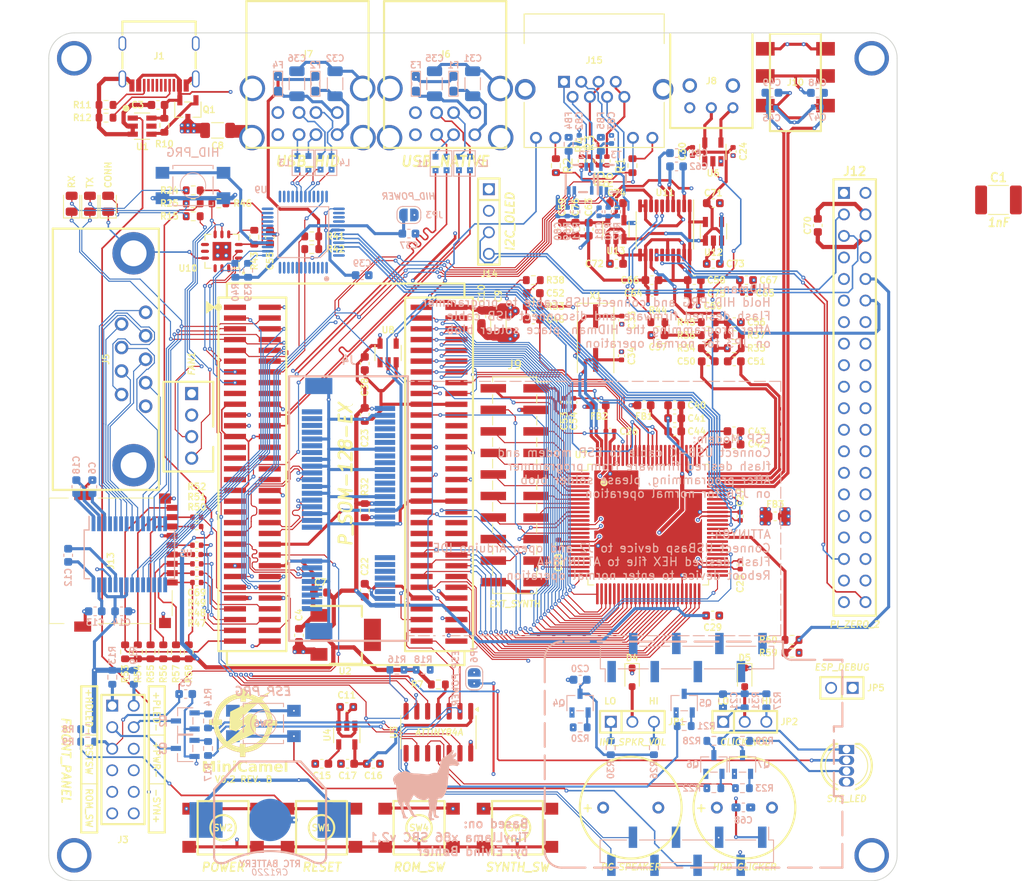
<source format=kicad_pcb>
(kicad_pcb (version 20240108) (generator "pcbnew") (generator_version "8.0")
  (title_block (title "TinyLlama") (date "2023-02-10") (rev "2.1") (company "Eivind Bøhler"))
  (layers (0 "F.Cu" signal) (1 "In1.Cu" power) (2 "In2.Cu" power) (31 "B.Cu" signal) (34 "B.Paste" user) (35 "F.Paste" user) (36 "B.SilkS" user "B.Silkscreen") (37 "F.SilkS" user "F.Silkscreen") (38 "B.Mask" user) (39 "F.Mask" user) (44 "Edge.Cuts" user))
  (net 0 "")
  (net 1 "/RSTDRV")
  (net 2 "/SPKR")
  (net 3 "/TX2")
  (net 4 "/RX2")
  (net 5 "/USBD1-")
  (net 6 "/USBD2-")
  (net 7 "/USBD1+")
  (net 8 "/USBD2+")
  (net 9 "Net-(U5-C1+)")
  (net 10 "Net-(U5-C1-)")
  (net 11 "Net-(U5-V+)")
  (net 12 "Net-(U4-BYP)")
  (net 13 "Net-(U5-C2+)")
  (net 14 "Net-(U5-C2-)")
  (net 15 "/PE0_RX-")
  (net 16 "/PE0_TX-")
  (net 17 "/PE0_RX+")
  (net 18 "/PE0_TX+")
  (net 19 "/PE0_CLK-")
  (net 20 "/~{PCIRST}")
  (net 21 "/PE0_CLK+")
  (net 22 "/~{RST_SW}")
  (net 23 "/HID_VCC")
  (net 24 "/VBATT")
  (net 25 "/SD_DAT2")
  (net 26 "/SD_DAT3")
  (net 27 "/SD_CMD")
  (net 28 "/SD_CLK")
  (net 29 "/SD_DAT0")
  (net 30 "/SD_DAT1")
  (net 31 "/A0")
  (net 32 "/A1")
  (net 33 "/A2")
  (net 34 "/A3")
  (net 35 "/A4")
  (net 36 "/A5")
  (net 37 "/A6")
  (net 38 "/A7")
  (net 39 "/A8")
  (net 40 "/A9")
  (net 41 "/A10")
  (net 42 "/A11")
  (net 43 "/A12")
  (net 44 "/A13")
  (net 45 "/A14")
  (net 46 "/A15")
  (net 47 "Net-(D1-A)")
  (net 48 "/IRQ7")
  (net 49 "Net-(D2-A)")
  (net 50 "/IRQ11")
  (net 51 "/IRQ12")
  (net 52 "/IRQ15")
  (net 53 "VBUS")
  (net 54 "/DRQ1")
  (net 55 "/~{DACK1}")
  (net 56 "Net-(D3-A)")
  (net 57 "Net-(D4-A)")
  (net 58 "Net-(J1-CC1)")
  (net 60 "/AEN")
  (net 61 "/IOCHRDY")
  (net 64 "/~{IOW}")
  (net 65 "/~{IOR}")
  (net 66 "Net-(J1-CC2)")
  (net 70 "/D0")
  (net 71 "/D1")
  (net 72 "/D2")
  (net 73 "/D3")
  (net 74 "/D4")
  (net 75 "/D5")
  (net 76 "/D6")
  (net 77 "/D7")
  (net 78 "/USBDX1-")
  (net 79 "/USBDX1+")
  (net 80 "/USBDX2-")
  (net 81 "/USBDX2+")
  (net 82 "/X_SD_DAT2")
  (net 83 "/X_SD_DAT3")
  (net 84 "/X_SD_CMD")
  (net 85 "+3.3V")
  (net 86 "/X_SD_CLK")
  (net 87 "/X_SD_DAT0")
  (net 88 "/X_SD_DAT1")
  (net 89 "/SYNTH_SW")
  (net 90 "/ROM_SW")
  (net 91 "+5VFILT")
  (net 92 "+5VA")
  (net 93 "/MIDI_AUDIO_R")
  (net 94 "/MIDI_AUDIO_L")
  (net 95 "/TX1")
  (net 96 "/RX1")
  (net 97 "/USBHIDX1-")
  (net 98 "/USBHIDX1+")
  (net 99 "/USBHIDX2-")
  (net 100 "/USBHIDX2+")
  (net 101 "/MIDI_OUT")
  (net 118 "/I2S_BCLK")
  (net 119 "/I2S_LRCLK")
  (net 120 "/I2S_DATA")
  (net 121 "/SD_CD")
  (net 122 "/3.3V_MIDI_OUT")
  (net 123 "GND")
  (net 124 "VCC")
  (net 125 "Net-(C80-Pad1)")
  (net 128 "/PI_SDA")
  (net 129 "/PI_SCL")
  (net 130 "/RS_DCD1")
  (net 131 "/RS_RX1")
  (net 132 "/RS_TX1")
  (net 133 "/RS_DTR1")
  (net 134 "/RS_DSR1")
  (net 135 "/RS_RTS1")
  (net 136 "/RS_CTS1")
  (net 137 "/RS_RI1")
  (net 141 "/MSCLK")
  (net 142 "/MSDATA")
  (net 144 "/KBCLK")
  (net 145 "/KBDATA")
  (net 146 "/JACX")
  (net 147 "/JACY")
  (net 148 "/JAB1")
  (net 149 "/JAB2")
  (net 150 "/USBHID1+")
  (net 151 "/USBHID1-")
  (net 152 "/USBHID2+")
  (net 153 "/USBHID2-")
  (net 154 "/DCD1")
  (net 155 "/RTS1")
  (net 156 "/RI1")
  (net 157 "/DTR1")
  (net 158 "/DSR1")
  (net 159 "/CTS1")
  (net 167 "Net-(C81-Pad1)")
  (net 169 "Net-(Q1-G)")
  (net 170 "Net-(Q2-B)")
  (net 171 "/PWR_SW")
  (net 172 "Net-(U5-V-)")
  (net 173 "/RST_SW")
  (net 174 "Net-(T2-C_TD)")
  (net 176 "Net-(U7-LAUX1)")
  (net 177 "Net-(J7-VBUS1)")
  (net 178 "Net-(J6-VBUS1)")
  (net 179 "Net-(U7-XTALO)")
  (net 180 "Net-(U7-XTALI)")
  (net 181 "Net-(J7-VBUS2)")
  (net 182 "Net-(J6-VBUS2)")
  (net 183 "Net-(U9-VDD33)")
  (net 184 "Net-(U7-REFFLT)")
  (net 185 "Net-(U7-RFILT)")
  (net 186 "Net-(U7-LFILT)")
  (net 187 "Net-(U7-LOUT)")
  (net 188 "Net-(U7-MIN)")
  (net 189 "Net-(C46-Pad2)")
  (net 190 "Net-(U7-ROUT)")
  (net 191 "Net-(C48-Pad2)")
  (net 192 "Net-(C49-Pad2)")
  (net 193 "Net-(C50-Pad2)")
  (net 194 "Net-(U7-LLINE)")
  (net 195 "Net-(C51-Pad2)")
  (net 196 "Net-(U7-RLINE)")
  (net 197 "Net-(U7-RAUX1)")
  (net 198 "/FM_SYNTH_L")
  (net 199 "/FM_SYNTH_R")
  (net 200 "Net-(U11-VNEG)")
  (net 201 "Net-(U13-BYP)")
  (net 202 "Net-(U11-CAPP)")
  (net 208 "Net-(U11-CAPM)")
  (net 213 "+3.3V_PCM_D")
  (net 214 "+3.3V_PCM_A")
  (net 221 "Net-(J4-~{W_DISABLE})")
  (net 223 "+3.3VSB")
  (net 224 "Net-(D5-A)")
  (net 225 "Net-(D6-RK)")
  (net 227 "Net-(D6-GK)")
  (net 232 "/PWR_LED+")
  (net 233 "/~{SYNTH_SW}")
  (net 234 "/~{PWR_SW}")
  (net 235 "/HDD_LED-")
  (net 236 "/HDD_LED+")
  (net 237 "/~{ROM_SW}")
  (net 238 "/PWR_LED-")
  (net 239 "Net-(Q3-B)")
  (net 240 "Net-(Q4-B)")
  (net 241 "Net-(Q4-C)")
  (net 242 "Net-(Q5-B)")
  (net 243 "Net-(Q5-C)")
  (net 244 "Net-(Q6-B)")
  (net 245 "Net-(Q7-B)")
  (net 248 "/PWM_CLICK")
  (net 250 "/PWM_RED")
  (net 251 "/PWM_GREEN")
  (net 252 "/PWM_HDD")
  (net 253 "/PWM_PWR")
  (net 254 "/V86_SDA")
  (net 255 "/V86_SCL")
  (net 260 "Net-(C1-Pad2)")
  (net 261 "/LAN_RX+")
  (net 262 "/LAN_TX+")
  (net 263 "/LAN_RX-")
  (net 264 "/LAN_TX-")
  (net 266 "/SPDIF_OUT")
  (net 267 "Net-(J11-5V)")
  (net 269 "Net-(J8-VIN)")
  (net 271 "/PWM1")
  (net 272 "/TACH1")
  (net 273 "Net-(U11-LDOO)")
  (net 274 "Net-(U12-BYP)")
  (net 278 "/FM_D0")
  (net 279 "Net-(J15-Pad10)")
  (net 281 "/FM_A1")
  (net 282 "/~{FM_WR}")
  (net 283 "/~{FM_RD}")
  (net 284 "/FM_D2")
  (net 285 "/FM_D1")
  (net 286 "/FM_D3")
  (net 287 "/FM_D6")
  (net 288 "/FM_D5")
  (net 289 "/FM_A0")
  (net 290 "/~{FM_CS}")
  (net 291 "/FM_D4")
  (net 292 "/FM_D7")
  (net 293 "/~{BRESET}")
  (net 294 "Net-(Q6-C)")
  (net 295 "Net-(Q7-C)")
  (net 317 "Net-(U5-~{INVALID})")
  (net 318 "Net-(U10-ADDR_SEL)")
  (net 319 "Net-(U11-OUTL)")
  (net 320 "Net-(U11-OUTR)")
  (net 330 "/DCD2")
  (net 338 "Net-(J11-D3{slash}GPIO0)")
  (net 362 "Net-(JP1-Pin_3)")
  (net 363 "Net-(JP1-Pin_1)")
  (net 364 "Net-(JP2-Pin_3)")
  (net 365 "Net-(JP2-Pin_1)")
  (net 366 "Net-(SW3-A)")
  (net 367 "Net-(J15-Pad12)")
  (net 368 "/~{LINKACT}")
  (net 369 "Net-(J15-Pad4)")
  (net 370 "/_RESET")
  (net 371 "Net-(T3-C_TD)")
  (net 372 "Net-(T2-C_TX)")
  (net 373 "Net-(T3-C_TX)")
  (net 374 "+1.8V_LAN")
  (net 375 "/_LAN_RX-")
  (net 376 "/_LAN_RX+")
  (net 377 "/_LAN_TX+")
  (net 378 "/_LAN_TX-")
  (net 379 "AGND")
  (net 380 "Net-(J15-Pad7)")
  (net 381 "/~{DUPLEX}")
  (footprint "llama_shared:J_USB_A_C12049" (layer "F.Cu") (at 70.72 34.71 180)
    (property "Reference" "J6")
    (property "Value" "USB_NATIVE")
  )
  (footprint "SnipE Footprints:C_0603_1608Metric" (layer "F.Cu") (at 61.249989 89.750008 90)
    (property "Reference" "C22")
    (property "Value" "0.1uF" (hide yes))
  )
  (footprint "llama_shared:P_CONN_01X04_SQUARE" (layer "F.Cu") (at 75.875 46.25 -90)
    (property "Reference" "J14")
    (property "Value" "I2C_OLED")
  )
  (footprint "SnipE Footprints:R_0603_1608Metric" (layer "F.Cu") (at 81.1125 53.16)
    (property "Reference" "R38")
    (property "Value" "47k" (hide yes))
  )
  (footprint "SnipE Footprints:C_0603_1608Metric" (layer "F.Cu") (at 56.025006 89.999995 180)
    (property "Reference" "C7")
    (property "Value" "47uF" (hide yes))
  )
  (footprint "SnipE Footprints:R_0402_1005Metric" (layer "F.Cu") (at 41.4475 87.725)
    (property "Reference" "R48")
    (property "Value" "33" (hide yes))
  )
  (footprint "llama_shared:U_SOT-23-5" (layer "F.Cu") (at 64 61.75 90)
    (property "Reference" "U8")
    (property "Value" "U_74LVC1G04" (hide yes))
  )
  (footprint "SnipE Footprints:C_0603_1608Metric" (layer "F.Cu") (at 97.775 69.46)
    (property "Reference" "C41")
    (property "Value" "0.1uF" (hide yes))
  )
  (footprint "SnipE Footprints:R_0402_1005Metric" (layer "F.Cu") (at 86.79 39.11 -90)
    (property "Reference" "R4")
    (property "Value" "75" (hide yes))
  )
  (footprint "llama_shared:H_440_HOLE" (layer "F.Cu") (at 121 121)
    (property "Reference" "H4" (hide yes))
    (property "Value" "H_HOLE" (hide yes))
  )
  (footprint "SnipE Footprints:C_0402_1005Metric" (layer "F.Cu") (at 106.25 54.69 180)
    (property "Reference" "C65")
    (property "Value" "0.1uF" (hide yes))
  )
  (footprint "SnipE Footprints:R_0603_1608Metric" (layer "F.Cu") (at 55 48)
    (property "Reference" "R41")
    (property "Value" "4.7k" (hide yes))
  )
  (footprint "SnipE Footprints:C_0402_1005Metric" (layer "F.Cu") (at 90.16 71 180)
    (property "Reference" "C26")
    (property "Value" "0.1uF" (hide yes))
  )
  (footprint "SnipE Footprints:C_0603_1608Metric" (layer "F.Cu") (at 59.22 110.2)
    (property "Reference" "C17")
    (property "Value" "0.1uF" (hide yes))
  )
  (footprint "llama_shared:J_USB_A_C12049" (layer "F.Cu") (at 54.5 34.7 180)
    (property "Reference" "J7")
    (property "Value" "USB_HID")
  )
  (footprint "SnipE Footprints:C_1206_3216Metric" (layer "F.Cu") (at 77 58.25 -90)
    (property "Reference" "C9")
    (property "Value" "47uF" (hide yes))
  )
  (footprint "SnipE Footprints:snipe_96x96px_copper" (layer "F.Cu") (at 46.915 105.385)
    (property "Reference" "LOGO1" (hide yes))
    (property "Value" "snipe_logo" (hide yes))
  )
  (footprint "SnipE Footprints:R_0402_1005Metric" (layer "F.Cu") (at 41.45 82.225)
    (property "Reference" "R51")
    (property "Value" "33" (hide yes))
  )
  (footprint "SnipE Footprints:C_0603_1608Metric" (layer "F.Cu") (at 102.26 92.72 180)
    (property "Reference" "C29")
    (property "Value" "0.1uF" (hide yes))
  )
  (footprint "SnipE Footprints:R_0603_1608Metric" (layer "F.Cu") (at 48.225 48.1 -90)
    (property "Reference" "R43")
    (property "Value" "4.7k" (hide yes))
  )
  (footprint "SnipE Footprints:C_0603_1608Metric" (layer "F.Cu") (at 102.33 44.08)
    (property "Reference" "C71")
    (property "Value" "1uF" (hide yes))
  )
  (footprint "SnipE Footprints:R_0603_1608Metric" (layer "F.Cu") (at 33 97.000006 90)
    (property "Reference" "R53")
    (property "Value" "47k" (hide yes))
  )
  (footprint "SnipE Footprints:R_0603_1608Metric" (layer "F.Cu") (at 101.74 59.65)
    (property "Reference" "R36")
    (property "Value" "6.8k" (hide yes))
  )
  (footprint "SnipE Footprints:C_0603_1608Metric" (layer "F.Cu") (at 36.875 32.5)
    (property "Reference" "C3")
    (property "Value" "0.1uF" (hide yes))
  )
  (footprint "SnipE Footprints:D_SOD-323F" (layer "F.Cu") (at 92.76 100 -90)
    (property "Reference" "D4")
    (property "Value" "1N4148" (hide yes))
  )
  (footprint "llama_shared:X_Crystal_SMD_HC49S-MINI" (layer "F.Cu") (at 88.46 59.99 -90)
    (property "Reference" "X1")
    (property "Value" "16.9344MHz" (hide yes))
  )
  (footprint "llama_shared:U_TSSOP-20_4.4x6.5mm_P0.65mm" (layer "F.Cu") (at 96.625 47.3 -90)
    (property "Reference" "U11")
    (property "Value" "PCM5102A" (hide yes))
  )
  (footprint "llama_shared:SW_B3FS-1010" (layer "F.Cu") (at 56.15 117.75)
    (property "Reference" "SW1")
    (property "Value" "RESET")
  )
  (footprint "SnipE Footprints:J_CONN_RPI" (layer "F.Cu") (at 119 67)
    (property "Reference" "J12")
    (property "Value" "PI_ZERO_2")
  )
  (footprint "SnipE Footprints:C_0603_1608Metric" (layer "F.Cu") (at 104.805 62.74 180)
    (property "Reference" "C51")
    (property "Value" "10uF" (hide yes))
  )
  (footprint "SnipE Footprints:U_EMC2303" (layer "F.Cu") (at 44.41 49.76 180)
    (property "Reference" "U10")
    (property "Value" "EMC2303" (hide yes))
  )
  (footprint "SnipE Footprints:D_SOD-323F" (layer "F.Cu") (at 106.03 100 -90)
    (property "Reference" "D5")
    (property "Value" "1N4148" (hide yes))
  )
  (footprint "SnipE Footprints:C_0603_1608Metric" (layer "F.Cu") (at 59.12 103.51)
    (property "Reference" "C11")
    (property "Value" "1uF" (hide yes))
  )
  (footprint "SnipE Footprints:C_0603_1608Metric" (layer "F.Cu") (at 109.63 81.02)
    (property "Reference" "FB3")
    (property "Value" "100Ω@100MHz" (hide yes))
  )
  (footprint "SnipE Footprints:C_0603_1608Metric" (layer "F.Cu") (at 86.08 47.15 -90)
    (property "Reference" "C76")
    (property "Value" "10uF" (hide yes))
  )
  (footprint "SnipE Footprints:C_0603_1608Metric" (layer "F.Cu") (at 90.92 51.23)
    (property "Reference" "C72")
    (property "Value" "1uF" (hide yes))
  )
  (footprint "llama_shared:H_440_HOLE" (layer "F.Cu") (at 27 121)
    (property "Reference" "H3" (hide yes))
    (property "Value" "H_HOLE" (hide yes))
  )
  (footprint "llama_shared:P_CONN_PANEL" (layer "F.Cu") (at 32.75 107.16 -90)
    (property "Reference" "J3")
    (property "Value" "FRONT_PANEL")
  )
  (footprint "SnipE Footprints:R_0603_1608Metric" (layer "F.Cu") (at 37.500001 97.000006 90)
    (property "Reference" "R56")
    (property "Value" "47k" (hide yes))
  )
  (footprint "SnipE Footprints:C_0402_1005Metric" (layer "F.Cu") (at 104.66 37.99 90)
    (property "Reference" "C24")
    (property "Value" "0.1uF" (hide yes))
  )
  (footprint "SnipE Footprints:C_0402_1005Metric" (layer "F.Cu") (at 84.75 67.58 -90)
    (property "Reference" "C53")
    (property "Value" "1uF" (hide yes))
  )
  (footprint "SnipE Footprints:R_0603_1608Metric" (layer "F.Cu") (at 111.61 95.59)
    (property "Reference" "R60")
    (property "Value" "10k" (hide yes))
  )
  (footprint "llama_shared:P_CONN_01X03_SQUARE" (layer "F.Cu") (at 106.04 105.25)
    (property "Reference" "JP2")
    (property "Value" "CLICK_VOL")
  )
  (footprint "SnipE Footprints:C_0603_1608Metric" (layer "F.Cu") (at 88.875 67.92)
    (property "Reference" "FB2")
    (property "Value" "FB" (hide yes))
  )
  (footprint "SnipE Footprints:R_0402_1005Metric" (layer "F.Cu") (at 89.79 39.11 90)
    (property "Reference" "R6")
    (property "Value" "75" (hide yes))
  )
  (footprint "SnipE Footprints:R_0603_1608Metric" (layer "F.Cu") (at 39 97.000006 90)
    (property "Reference" "R57")
    (property "Value" "47k" (hide yes))
  )
  (footprint "SnipE Footprints:C_0603_1608Metric" (layer "F.Cu") (at 114.65 46.7075 -90)
    (property "Reference" "C70")
    (property "Value" "0.1uF" (hide yes))
  )
  (footprint "SnipE Footprints:R_0603_1608Metric" (layer "F.Cu") (at 69.925 100.85 180)
    (property "Reference" "R7")
    (property "Value" "10k" (hide yes))
  )
  (footprint "llama_shared:U_TSOT-23-6" (layer "F.Cu") (at 35 35)
    (property "Reference" "U1")
    (property "Value" "U_MAX16054" (hide yes))
  )
  (footprint "SnipE Footprints:R_0603_1608Metric" (layer "F.Cu") (at 40.5 97.000006 90)
    (property "Reference" "R58")
    (property "Value" "47k" (hide yes))
  )
  (footprint "SnipE Footprints:C_0603_1608Metric" (layer "F.Cu") (at 84.51 47.16 -90)
    (property "Reference" "C59")
    (property "Value" "10uF" (hide yes))
  )
  (footprint "SnipE Footprints:C_0603_1608Metric" (layer "F.Cu") (at 87.64 47.16 -90)
    (property "Reference" "C63")
    (property "Value" "0.1uF" (hide yes))
  )
  (footprint "SnipE Footprints:R_0603_1608Metric" (layer "F.Cu") (at 111.61 97.11)
    (property "Reference" "R59")
    (property "Value" "20k" (hide yes))
  )
  (footprint "SnipE Footprints:R_0603_1608Metric" (layer "F.Cu") (at 44.05 44.1 180)
    (property "Reference" "R46")
    (property "Value" "10k" (hide yes))
  )
  (footprint "llama_shared:Q_PFET_ENH_SOT-23-3" (layer "F.Cu") (at 40.4 33.0515 90)
    (property "Reference" "Q1")
    (property "Value" "Q_PMOS_GDS" (hide yes))
  )
  (footprint "SnipE Footprints:C_0603_1608Metric" (layer "F.Cu") (at 81.1125 57.79 180)
    (property "Reference" "C46")
    (property "Value" "0.1uF" (hide yes))
  )
  (footprint "SnipE Footprints:C_0603_1608Metric" (layer "F.Cu") (at 94.175 67.92)
    (property "Reference" "FB1")
    (property "Value" "FB" (hide yes))
  )
  (footprint "llama_shared:SP" (layer "F.Cu") (at 92.6 115.375)
    (property "Reference" "SP1" (hide yes))
    (property "Value" "SPEAKER" (hide yes))
  )
  (footprint "SnipE Footprints:C_0402_1005Metric" (layer "F.Cu") (at 100.075 56.2)
    (property "Reference" "C60")
    (property "Value" "0.1uF" (hide yes))
  )
  (footprint "llama_shared:SW_B3FS-1010" (layer "F.Cu") (at 79.25 117.75)
    (property "Reference" "SW5")
    (property "Value" "SYNTH_SW")
  )
  (footprint "SnipE Footprints:R_0603_1608Metric" (layer "F.Cu") (at 30.75 32.5 180)
    (property "Reference" "R11")
    (property "Value" "5.1k" (hide yes))
  )
  (footprint "llama_shared:P_DE9M" (layer "F.Cu") (at 35.42 56.955 90)
    (property "Reference" "J5")
    (property "Value" "P_DE9M" (hide yes))
  )
  (footprint "llama_shared:U_SOT-23-5" (layer "F.Cu") (at 102.35 47.4 90)
    (property "Reference" "U12")
    (property "Value" "U_MIC5219-3.3YM5" (hide yes))
  )
  (footprint "SnipE Footprints:C_0603_1608Metric" (layer "F.Cu") (at 101.74 62.74)
    (property "Reference" "C50")
    (property "Value" "10uF" (hide yes))
  )
  (footprint "SnipE Footprints:C_0402_1005Metric" (layer "F.Cu") (at 85.88 67.58 -90)
    (property "Reference" "C54")
    (property "Value" "1uF" (hide yes))
  )
  (footprint "SnipE Footprints:snipe_96x96px" (layer "F.Cu") (at 46.92 105.38)
    (property "Reference" "LOGO1" (hide yes))
    (property "Value" "snipe_logo" (hide yes))
  )
  (footprint "SnipE Footprints:C_0603_1608Metric" (layer "F.Cu") (at 56.185 110.2 180)
    (property "Reference" "C15")
    (property "Value" "470pF" (hide yes))
  )
  (footprint "SnipE Footprints:C_0402_1005Metric" (layer "F.Cu") (at 41.4425 85.525)
    (property "Reference" "C69")
    (property "Value" "0.1uF" (hide yes))
  )
  (footprint "SnipE Footprints:R_0603_1608Metric" (layer "F.Cu") (at 92.800028 39.66 90)
    (property "Reference" "R1")
    (property "Value" "330" (hide yes))
  )
  (footprint "SnipE Footprints:C_0603_1608Metric" (layer "F.Cu") (at 95.8 59.65)
    (property "Reference" "C57")
    (property "Value" "2.2nF" (hide yes))
  )
  (footprint "llama_shared:U_TQFP-100_14x14mm_P0.5mm_HandSoldering" (layer "F.Cu") (at 94.662495 82.000011)
    (property "Reference" "U7")
    (property "Value" "CS4237B-KQ" (hide yes))
  )
  (footprint "llama_shared:SW_B3FS-1010" (layer "F.Cu") (at 44.55 117.75)
    (property "Reference" "SW2")
    (property "Value" "POWER")
  )
  (footprint "SnipE Footprints:R_0603_1608Metric" (layer "F.Cu") (at 34.499999 97.000006 90)
    (property "Reference" "R54")
    (property "Value" "47k" (hide yes))
  )
  (footprint "SnipE Footprints:C_0402_1005Metric" (layer "F.Cu") (at 105.5 86.7575 90)
    (property "Reference" "C25")
    (property "Value" "0.1uF" (hide yes))
  )
  (footprint "SnipE Footprints:R_0402_1005Metric" (layer "F.Cu") (at 41.45 84.425)
    (property "Reference" "R50")
    (property "Value" "0" (hide yes))
  )
  (footprint "llama_shared:D_LED_D5.0mm-4_RGB" (layer "F.Cu") (at 118.03 108.52 -90)
    (property "Reference" "D6" (hide yes))
    (property "Value" "SYS_LED")
  )
  (footprint "SnipE Footprints:C_0603_1608Metric" (layer "F.Cu") (at 61.249989 69.000012 -90)
    (property "Reference" "C23")
    (property "Value" "0.1uF" (hide yes))
  )
  (footprint "SnipE Footprints:C_0603_1608Metric" (layer "F.Cu") (at 104.805 58.12 180)
    (property "Reference" "C56")
    (property "Value" "2.2nF" (hide yes))
  )
  (footprint "Connector_PinSocket_2.54mm:PinSocket_2x10_P2.54mm_Vertical_SMD" (layer "F.Cu") (at 78.92 77.35)
    (property "Reference" "J9")
    (property "Value" "EXT_SYNTH")
  )
  (footprint "SnipE Footprints:C_0603_1608Metric" (layer "F.Cu") (at 50.075 48.1 90)
    (property "Reference" "C55")
    (property "Value" "0.1uF" (hide yes))
  )
  (footprint "SnipE Footprints:C_0603_1608Metric" (layer "F.Cu") (at 95.1075 53.16 180)
    (property "Reference" "C66")
    (property "Value" "10uF" (hide yes))
  )
  (footprint "SnipE Footprints:C_0603_1608Metric" (layer "F.Cu") (at 97.775 71)
    (property "Reference" "C44")
    (property "Value" "0.1uF" (hide yes))
  )
  (footprint "Diode_SMD:D_0805_2012Metric" (layer "F.Cu") (at 31 44.15 90)
    (property "Reference" "D1" (hide yes))
    (property "Value" "CONN")
  )
  (footprint "SnipE Footprints:C_0603_1608Metric" (layer "F.Cu") (at 100.1 54.75)
    (property "Reference" "C75")
    (property "Value" "10uF" (hide yes))
  )
  (footprint "SnipE Footprints:R_0402_1005Metric" (layer "F.Cu") (at 87.79 39.11 -90)
    (property "Reference" "R3")
    (property "Value" "75" (hide yes))
  )
  (footprint "llama_shared:U_SOT-23-5" (layer "F.Cu") (at 59.13 106.82 -90)
    (property "Reference" "U4")
    (property "Value" "U_MIC5219-3.3YM5" (hide yes))
  )
  (footprint "SnipE Footprints:C_0603_1608Metric" (layer "F.Cu") (at 104.775 72.55)
    (property "Reference" "C42")
    (property "Value" "1nF" (hide yes))
  )
  (footprint "Diode_SMD:D_0805_2012Metric" (layer "F.Cu") (at 28.85 44.15 90)
    (property "Reference" "D2" (hide yes))
    (property "Value" "TX")
  )
  (footprint "SnipE Footprints:R_0402_1005Metric" (layer "F.Cu") (at 41.4475 86.625)
    (property "Reference" "R49")
    (property "Value" "33" (hide yes))
  )
  (footprint "SnipE Footprints:P_CONN_01X02_SQUARE" (layer "F.Cu") (at 117.49 101.25 180)
    (property "Reference" "JP5")
    (property "Value" "ESP_DEBUG")
  )
  (footprint "SnipE Footprints:R_0603_1608Metric" (layer "F.Cu") (at 101.74 61.19)
    (property "Reference" "R34")
    (property "Value" "6.8k" (hide yes))
  )
  (footprint "llama_shared:U_SOT-23-5" (layer "F.Cu") (at 90.85 47.2 90)
    (property "Reference" "U13")
    (property "Value" "U_MIC5219-3.3YM5" (hide yes))
  )
  (footprint "Diode_SMD:D_0805_2012Metric" (layer "F.Cu") (at 26.7 44.15 90)
    (property "Reference" "D3" (hide yes))
    (property "Value" "RX")
  )
  (footprint "llama_shared:H_440_HOLE" (layer "F.Cu") (at 27 27)
    (property "Reference" "H1" (hide yes))
    (property "Value" "H_HOLE" (hide yes))
  )
  (footprint "llama_shared:J_AUDIO35_C95463" (layer "F.Cu") (at 112.01 29.08)
    (property "Reference" "J10")
    (property "Value" "AudioJack3" (hide yes))
  )
  (footprint "SnipE Footprints:R_0402_1005Metric" (layer "F.Cu") (at 88.79 39.11 90)
    (property "Reference" "R5")
    (property "Value" "75" (hide yes))
  )
  (footprint "SnipE Footprints:R_0603_1608Metric" (layer "F.Cu") (at 81.1125 56.24)
    (property "Reference" "R33")
    (property "Value" "4.7k" (hide yes))
  )
  (footprint "SnipE Footprints:AMPHENOL_RJHSE-5384" (layer "F.Cu") (at 88.29 27.23 180)
    (property "Reference" "J15")
    (property "Value" "RJHSE-5384" (hide yes))
  )
  (footprint "llama_shared:SP" (layer "F.Cu") (at 106 115.375)
    (property "Reference" "SP2" (hide yes))
    (property "Value" "SPEAKER" (hide yes))
  )
  (footprint "SnipE Footprints:C_0603_1608Metric" (layer "F.Cu") (at 53.499992 95.049998 90)
    (property "Reference" "C4")
    (property "Value" "10uF" (hide yes))
  )
  (footprint "SnipE Footprints:C_0603_1608Metric" (layer "F.Cu") (at 100.0925 53.16)
    (property "Reference" "C58")
    (property "Value" "10uF" (hide yes))
  )
  (footprint "llama_shared:J_USB_TYPE-C-31-M-12" (layer "F.Cu") (at 37 30 180)
    (property "Reference" "J1")
    (property "Value" "J_USB_C" (hide yes))
  )
  (footprint "SnipE Footprints:C_0603_1608Metric" (layer "F.Cu") (at 90.92 44.08 180)
    (property "Reference" "C74")
    (property "Value" "470pF" (hide yes))
  )
  (footprint "llama_shared:H_440_HOLE" (layer "F.Cu") (at 121 27)
    (property "Reference" "H2" (hide yes))
    (property "Value" "H_HOLE" (hide yes))
  )
  (footprint "SnipE Footprints:C_0603_1608Metric" (layer "F.Cu") (at 102.33 51.23 180)
    (property "Reference" "C73")
    (property "Value" "470pF" (hide yes))
  )
  (footprint "SnipE Footprints:C_0603_1608Metric" (layer "F.Cu") (at 104.775 70.99)
    (property "Reference" "C43")
    (property "Value" "1nF" (hide yes))
  )
  (footprint "SnipE Footprints:C_0603_1608Metric" (layer "F.Cu") (at 81.1125 54.7)
    (property "Reference" "C52")
    (property "Value" "2.7nF" (hide yes))
  )
  (footprint "SnipE Footprints:R_0603_1608Metric" (layer "F.Cu") (at 104.805 59.65)
    (property "Reference" "R37")
    (property "Value" "6.8k" (hide yes))
  )
  (footprint "SnipE Footprints:C_0603_1608Metric" (layer "F.Cu") (at 61.249989 62.98663 -90)
    (property "Reference" "C38")
    (property "Value" "0.1uF" (hide yes))
  )
  (footprint "SnipE Footprints:J_TOSLINK_ZGY133T10" (layer "F.Cu") (at 102.1 32.83)
    (property "Reference" "J8")
    (property "Value" "J_TOSLINK_ZGY133T10" (hide yes))
  )
  (footprint "SnipE Footprints:C_0603_1608Metric" (layer "F.Cu") (at 62.265 110.2)
    (property "Reference" "C16")
    (property "Value" "10uF" (hide yes))
  )
  (footprint "SnipE Footprints:R_0603_1608Metric" (layer "F.Cu") (at 35.999999 97.000006 90)
    (property "Reference" "R55")
    (property "Value" "47k" (hide yes))
  )
  (footprint "SnipE Footprints:C_0402_1005Metric" (layer "F.Cu") (at 105.5 81.01 -90)
    (property "Reference" "C27")
    (property "Value" "0.1uF" (hide yes))
  )
  (footprint "SnipE Footprints:C_0402_1005Metric" (layer "F.Cu") (at 99.876 37.99 90)
    (property "Reference" "C30")
    (property "Value" "0.1uF" (hide yes))
  )
  (footprint "SnipE Footprints:U_SOT-23-5" (layer "F.Cu") (at 102.28 38.04 90)
    (property "Reference" "U6")
    (property "Value" "U_74LVC1G126" (hide yes))
  )
  (footprint "llama_shared:U_SOT-223-3_NOTAB" (layer "F.Cu") (at 59 95)
    (property "Reference" "U2")
    (property "Value" "U_AMS1117-3.3" (hide yes))
  )
  (footprint "Package_SO:SOIC-14_3.9x8.7mm_P1.27mm" (layer "F.Cu") (at 69.93 106.485 -90)
    (property "Reference" "U3")
    (property "Value" "ATTINY84A")
  )
  (footprint "SnipE Footprints:R_0603_1608Metric" (layer "F.Cu") (at 41.025 45.625 180)
    (property "Reference" "R15")
    (property "Value" "1.5k" (hide yes))
  )
  (footprint "llama_shared:SW_B3FS-1010" (layer "F.Cu") (at 67.65 117.75)
    (property "Reference" "SW4")
    (property "Value" "ROM_SW")
  )
  (footprint "SnipE Footprints:R_0402_1005Metric" (layer "F.Cu") (at 41.4475 88.825)
    (property "Reference" "R47")
    (property "Value" "33" (hide yes))
  )
  (footprint "SnipE Footprints:R_0603_1608Metric" (layer "F.Cu") (at 61.249989 80.341493 90)
    (property "Reference" "R32")
    (property "Value" "4.7k" (hide yes))
  )
  (footprint "SnipE Footprints:J_MOLEX_47053-1000" (layer "F.Cu") (at 40.84 66.54 90)
    (property "Reference" "P2" (hide yes))
    (property "Value" "FAN1")
  )
  (footprint "SnipE Footprints:P_CONN_SOM-128-EX" (layer "F.Cu") (at 48 56.365)
    (property "Reference" "P1" (hide yes))
    (property "Value" "P_SOM-128-EX")
  )
  (footprint "SnipE Footprints:C_0402_1005Metric" (layer "F.Cu") (at 84.09 84.28 90)
    (property "Reference" "C28")
    (property "Value" "0.1uF" (hide yes))
  )
  (footprint "SnipE Footprints:R_0603_1608Metric" (layer "F.Cu") (at 41.025 42.575 180)
    (property "Reference" "R24")
    (property "Value" "1k" (hide yes))
  )
  (footprint "SnipE Footprints:C_0402_1005Metric" (layer "F.Cu") (at 91.54 57.88 90)
    (property "Reference" "C33")
    (property "Value" "22pF" (hide yes))
  )
  (footprint "SnipE Footprints:R_0603_1608Metric" (layer "F.Cu") (at 95.8 58.12)
    (property "Reference" "R44")
    (property "Value" "470" (hide yes))
  )
  (footprint "SnipE Footprints:R_0603_1608Metric" (layer "F.Cu") (at 37.625 34.9 90)
    (property "Reference" "R10")
    (property "Value" "47k" (hide yes))
  )
  (footprint "SnipE Footprints:R_0603_1608Metric" (layer "F.Cu") (at 101.74 58.12)
    (property "Reference" "R45")
    (property "Value" "470" (hide yes))
  )
  (footprint "llama_shared:P_CONN_01X03_SQUARE" (layer "F.Cu") (at 92.79 105.25)
    (property "Reference" "JP1")
    (property "Value" "INT_SPKR_VOL")
  )
  (footprint "SnipE Footprints:C_0603_1608Metric" (layer "F.Cu") (at 106.24 53.16 180)
    (property "Reference" "C67")
    (property "Value" "10uF" (hide yes))
  )
  (footprint "SnipE Footprints:C_0402_1005Metric" (layer "F.Cu") (at 91.51 62.09 -90)
    (property "Reference" "C34")
    (property "Value" "22pF" (hide yes))
  )
  (footprint "SnipE Footprints:R_0603_1608Metric" (layer "F.Cu") (at 41.025 44.1 180)
    (property "Reference" "R25")
    (property "Value" "1k" (hide yes))
  )
  (footprint "SnipE Footprints:C_0603_1608Metric" (layer "F.Cu") (at 97.775 67.92)
    (property "Reference" "C40")
    (property "Value" "1uF" (hide yes))
  )
  (footprint "SnipE Footprints:R_0603_1608Metric" (layer "F.Cu") (at 104.805 61.19 180)
    (property "Reference" "R35")
    (property "Value" "6.8k" (hide yes))
  )
  (footprint "SnipE Footprints:C_0402_1005Metric" (layer "F.Cu") (at 95.1075 54.69 180)
    (property "Reference" "C64")
    (property "Value" "0.1uF" (hide yes))
  )
  (footprint "SnipE Footprints:R_0402_1005Metric" (layer "F.Cu") (at 41.45 81.125)
    (property "Reference" "R52")
    (property "Value" "33" (hide yes))
  )
  (footprint "SnipE Footprints:C_1812_4532Metric" (layer "F.Cu") (at 135.947 43.706)
    (property "Reference" "C1")
    (property "Value" "1nF")
  )
  (footprint "SnipE Footprints:R_0603_1608Metric" (layer "F.Cu") (at 30.75 34 180)
    (property "Reference" "R12")
    (property "Value" "5.1k" (hide yes))
  )
  (footprint "SnipE Footprints:C_1206_3216Metric" (layer "F.Cu") (at 43.9 35.5)
    (property "Reference" "C8")
    (property "Value" "47uF" (hide yes))
  )
  (footprint "SnipE Footprints:R_0603_1608Metric" (layer "F.Cu") (at 83.779972 39.66 -90)
    (property "Reference" "R2")
    (property "Value" "330" (hide yes))
  )
  (footprint "SnipE Footprints:R_0603_1608Metric" (layer "F.Cu") (at 55 49.5)
    (property "Reference" "R42")
    (property "Value" "4.7k" (hide yes))
  )
  (footprint "SnipE Footprints:C_0603_1608Metric" (layer "F.Cu") (at 75 57.435 -90)
    (property "Reference" "C10")
    (property "Value" "0.1uF" (hide yes))
  )
  (footprint "llama_shared:J_MicroSD_TF01A" (layer "F.Cu") (at 31.3 86.26 -90)
    (property "Reference" "J13")
    (property "Value" "MICRO_SD" (hide yes))
  )
  (footprint "SnipE Footprints:Fuse_0603_1608Metric_Pad1.05x0.95mm_HandSolder" (layer "B.Cu") (at 55.425 30 -90)
    (property "Reference" "F2")
    (property "Value" "F" (hide yes))
  )
  (footprint "SnipE Footprints:R_0603_1608Metric" (layer "B.Cu") (at 34.025 100 -90)
    (property "Reference" "R19")
    (property "Value" "330" (hide yes))
  )
  (footprint "SnipE Footprints:R_0603_1608Metric" (layer "B.Cu") (at 105.765 107.5)
    (property "Reference" "R29")
    (property "Value" "2k" (hide yes))
  )
  (footprint "SnipE Footprints:Fuse_0603_1608Metric_Pad1.05x0.95mm_HandSolder" (layer "B.Cu") (at 71.7 30 -90)
    (property "Reference" "F1")
    (property "Value" "F" (hide yes))
  )
  (footprint "SnipE Footprints:C_0603_1608Metric" (layer "B.Cu") (at 114.6125 31.075 180)
    (property "Reference" "C48")
    (property "Value" "10uF" (hide yes))
  )
  (footprint "SnipE Footprints:J_WEMOS_D1_MINI" (layer "B.Cu") (at 99.245 109.12 180)
    (property "Reference" "J11" (hide yes))
    (property "Value" "J_WEMOS_D1_MINI" (hide yes))
  )
  (footprint "SnipE Footprints:C_0603_1608Metric" (layer "B.Cu") (at 40.14 101.975)
    (property "Reference" "C5")
    (property "Value" "10uF" (hide yes))
  )
  (footprint "SnipE Footprints:R_0402_1005Metric" (layer "B.Cu") (at 89.94 45.1 -90)
    (property "Reference" "R70")
    (property "Value" "49.9" (hide yes))
  )
  (footprint "SnipE Footprints:R_0603_1608Metric" (layer "B.Cu") (at 42.775 108.4 90)
    (property "Reference" "R17")
    (property "Value" "10k" (hide yes))
  )
  (footprint "SnipE Footprints:SW_SPST_TL3305A" (layer "B.Cu") (at 41 42 180)
    (property "Reference" "SW3" (hide yes))
    (property "Value" "HID_PRG")
  )
  (footprint "SnipE Footprints:R_0603_1608Metric" (layer "B.Cu") (at 85.28 37.14 -90)
    (property "Reference" "FB4")
    (property "Value" "50Ω@100MHz" (hide yes))
  )
  (footprint "SnipE Footprints:R_0603_1608Metric" (layer "B.Cu") (at 89.08 37.14 -90)
    (property "Reference" "FB5")
    (property "Value" "50Ω@100MHz" (hide yes))
  )
  (footprint "SnipE Footprints:R_0402_1005Metric" (layer "B.Cu") (at 85.11 45.1 -90)
    (property "Reference" "R69")
    (property "Value" "49.9" (hide yes))
  )
  (footprint "SnipE Footprints:C_0603_1608Metric" (layer "B.Cu") (at 98 38.175 180)
    (property "Reference" "C61")
    (property "Value" "2.2uF" (hide yes))
  )
  (footprint "SnipE Footprints:R_0603_1608Metric" (layer "B.Cu") (at 108.59 102.77 -90)
    (property "Reference" "R27")
    (property "Value" "200" (hide yes))
  )
  (footprint "SnipE Footprints:T_ALT3232M-151-T001" (layer "B.Cu") (at 90.43 41.18 90)
    (property "Reference" "T3")
    (property "Value" "ALT3232M" (hide yes))
  )
  (footprint "SnipE Footprints:C_0603_1608Metric" (layer "B.Cu") (at 66.45 47.675 180)
    (property "Reference" "C37")
    (property "Value" "0.1uF" (hide yes))
  )
  (footprint "SnipE Footprints:R_0402_1005Metric" (layer "B.Cu") (at 86.21 45.1 -90)
    (property "Reference" "R71")
    (property "Value" "49.9" (hide yes))
  )
  (footprint "SnipE Footprints:R_0603_1608Metric" (layer "B.Cu") (at 65.04 99.1)
    (property "Reference" "R16")
    (property "Value" "4.7k" (hide yes))
  )
  (footprint "llama_shared:L_EMI_FILTER_MCM2012B900GBE" (layer "B.Cu") (at 73 39.4 -90)
    (property "Reference" "L2")
    (property "Value" "L_EMI_FILTER" (hide yes))
  )
  (footprint "SnipE Footprints:C_0603_1608Metric" (layer "B.Cu") (at 32.59 92.22)
    (property "Reference" "C14")
    (property "Value" "0.1uF" (hide yes))
  )
  (footprint "SnipE Footprints:R_0603_1608Metric" (layer "B.Cu") (at 68.135 99.1 180)
    (property "Reference" "R18")
    (property "Value" "4.7k" (hide yes))
  )
  (footprint "SnipE Footprints:R_0603_1608Metric" (layer "B.Cu") (at 31.49 100 -90)
    (property "Reference" "R13")
    (property "Value" "330" (hide yes))
  )
  (footprint "SnipE Footprints:C_0603_1608Metric" (layer "B.Cu") (at 103.47 102.77 -90)
    (property "Reference" "C21")
    (property "Value" "10nF" (hide yes))
  )
  (footprint "llama_shared:Q_BJT_SOT-23-3" (layer "B.Cu") (at 86.625 103.05 -90)
    (property "Reference" "Q4")
    (property "Value" "NPN" (hide yes))
  )
  (footprint "SnipE Footprints:T_ALT3232M-151-T001" (layer "B.Cu") (at 86.65 41.18 90)
    (property "Reference" "T2")
    (property "Value" "ALT3232M" (hide yes))
  )
  (footprint "SnipE Footprints:R_0603_1608Metric" (layer "B.Cu") (at 42.775 105.1525 90)
    (property "Reference" "R14")
    (property "Value" "10k" (hide yes))
  )
  (footprint "SnipE Footprints:SW_SPST_TL3305A" (layer "B.Cu") (at 49.3 105.45)
    (property "Reference" "SW6" (hide yes))
    (property "Value" "ESP_PRG")
  )
  (footprint "SnipE Footprints:R_0603_1608Metric" (layer "B.Cu") (at 95.33 108.31 90)
    (property "Reference" "R26")
    (property "Value" "200" (hide yes))
  )
  (footprint "SnipE Footprints:C_0603_1608Metric" (layer "B.Cu") (at 26.29 85.615 90)
    (property "Reference" "C12")
    (property "Value" "0.1uF" (hide yes))
  )
  (footprint "SnipE Footprints:R_0603_1608Metric" (layer "B.Cu") (at 46 52 -90)
    (property "Reference" "R40")
    (property "Value" "4.7k" (hide yes))
  )
  (footprint "SnipE Footprints:Fuse_0603_1608Metric_Pad1.05x0.95mm_HandSolder" (layer "B.Cu") (at 51.025 30 -90)
    (property "Reference" "F4")
    (property "Value" "F" (hide yes))
  )
  (footprint "llama_shared:U_SSOP-28_5.3x10.2mm_P0.65mm" (layer "B.Cu") (at 33.5 85.5 -90)
    (property "Reference" "U5")
    (property "Value" "U_MAX3243" (hide yes))
  )
  (footprint "SnipE Footprints:C_0402_1005Metric" (layer "B.Cu") (at 90.33 36.57 90)
    (property "Reference" "C83")
    (property "Value" "0.1uF" (hide yes))
  )
  (footprint "llama_shared:U_QFP-12x12_14x14_Pitch0.5mm" (layer "B.Cu") (at 54 47.5 90)
    (property "Reference" "U9")
    (property "Value" "U_CH559L" (hide yes))
  )
  (footprint "SnipE Footprints:R_0603_1608Metric" (layer "B.Cu") (at 28.585 107.6 180)
    (property "Reference" "R9")
    (property "Value" "470" (hide yes))
  )
  (footprint "Jumper:SolderJumper-2_P1.3mm_Open_RoundedPad1.0x1.5mm" (layer "B.Cu") (at 66.45 45.475 180)
    (property "Reference" "JP3")
    (property "Value" "HID_POWER")
  )
  (footprint "SnipE Footprints:R_0603_1608Metric" (layer "B.Cu") (at 28.5875 106.125 180)
    (property "Reference" "R8")
    (property "Value" "10k" (hide yes))
  )
  (footprint "SnipE Footprints:C_0402_1005Metric" (layer "B.Cu") (at 109.21 32.84)
    (property "Reference" "C45")
    (property "Value" "1nF" (hide yes))
  )
  (footprint "llama_shared:L_EMI_FILTER_MCM2012B900GBE" (layer "B.Cu") (at 56.68 39.32 90)
    (property "Reference" "L4")
    (property "Value" "L_EMI_FILTER" (hide yes))
  )
  (footprint "llama_shared:Q_BJT_SOT-23-3" (layer "B.Cu") (at 98.9 103.05 -90)
    (property "Reference" "Q5")
    (property "Value" "NPN" (hide yes))
  )
  (footprint "SnipE Footprints:C_0603_1608Metric" (layer "B.Cu") (at 60.945 52.58 180)
    (property "Reference" "C39")
    (property "Value" "3.3uF" (hide yes))
  )
  (footprint "SnipE Footprints:C_0603_1608Metric" (layer "B.Cu") (at 109.2375 31.06)
    (property "Reference" "C49")
    (property "Value" "10uF" (hide yes))
  )
  (footprint "SnipE Footprints:R_0603_1608Metric" (layer "B.Cu") (at 102.395 113.08)
    (property "Reference" "R22")
    (property "Value" "10k" (hide yes))
  )
  (footprint "SnipE Footprints:C_0402_1005Metric" (layer "B.Cu") (at 86.53 36.57 90)
    (property "Reference" "C82")
    (property "Value" "0.1uF" (hide yes))
  )
  (footprint "SnipE Footprints:C_0603_1608Metric" (layer "B.Cu") (at 86.64 100.29 180)
    (property "Reference" "C20")
    (property "Value" "10nF" (hide yes))
  )
  (footprint "SnipE Footprints:C_1206_3216Metric" (layer "B.Cu") (at 73.969994 30 90)
    (property "Reference" "C31")
    (property "Value" "47uF" (hide yes))
  )
  (footprint "SnipE Footprints:C_0402_1005Metric" (layer "B.Cu") (at 84.01 45.1 90)
    (property "Reference" "C80")
    (property "Value" "0.1uF" (hide yes))
  )
  (footprint "SnipE Footprints:C_0603_1608Metric" (layer "B.Cu") (at 27.25 77.52 90)
    (property "Reference" "C18")
    (property "Value" "0.1uF" (hide yes))
  )
  (footprint "SnipE Footprints:C_1206_3216Metric" (layer "B.Cu") (at 53.25 30 90)
    (property "Reference" "C36")
    (property "Value" "47uF" (hide yes))
  )
  (footprint "llama_shared:Q_BJT_SOT-23-3" (layer "B.Cu") (at 40.08 108.39)
    (property "Reference" "Q3")
    (property "Value" "NPN" (hide yes))
  )
  (footprint "SnipE Footprints:R_0603_1608Metric" (layer "B.Cu") (at 106.03 102.77 -90)
    (property "Reference" "R31")
    (property "Value" "33" (hide yes))
  )
  (footprint "Jumper:SolderJumper-2_P1.3mm_Open_RoundedPad1.0x1.5mm" (layer "B.Cu") (at 74.15 100.08 -90)
    (property "Reference" "JP6")
    (property "Value" "ESP_POWER")
  )
  (footprint "SnipE Footprints:C_1206_3216Metric" (layer "B.Cu") (at 69.469994 30 90)
    (property "Reference" "C35")
    (property "Value" "47uF" (hide yes))
  )
  (footprint "SnipE Footprints:R_0603_1608Metric" (layer "B.Cu") (at 86.64 105.91)
    (property "Reference" "R20")
    (property "Value" "1k" (hide yes))
  )
  (footprint "SnipE Footprints:C_0402_1005Metric" (layer "B.Cu") (at 114.59 32.76 180)
    (property "Reference" "C47")
    (property "Value" "1nF" (hide yes))
  )
  (footprint "SnipE Footprints:C_0603_1608Metric" (layer "B.Cu") (at 98 39.75 180)
    (property "Reference" "C62")
    (property "Value" "2.2uF" (hide yes))
  )
  (footprint "SnipE Footprints:LLAMA_LOGO" (layer "B.Cu") (at 76.612241 106.568072 180)
    (property "Reference" "LOGO2" (hide yes))
    (property "Value" "Llama_logo" (hide yes))
  )
  (footprint "SnipE Footprints:Fuse_0603_1608Metric_Pad1.05x0.95mm_HandSolder" (layer "B.Cu") (at 67.275 30 -90)
    (property "Reference" "F3")
    (property "Value" "F" (hide yes))
  )
  (footprint "SnipE Footprints:R_0603_1608Metric" (layer "B.Cu") (at 98.9 105.75)
    (property "Reference" "R21")
    (property "Value" "1k" (hide yes))
  )
  (footprint "SnipE Footprints:C_1206_3216Metric" (layer "B.Cu") (at 57.75 30 90)
    (property "Reference" "C32")
    (property "Value" "47uF" (hide yes))
  )
  (footprint "Capacitor_SMD:C_0603_1608Metric_Pad1.08x0.95mm_HandSolder" (layer "B.Cu") (at 105.875 115.35)
    (property "Reference" "C68")
    (property "Value" "47uF" (hide yes))
  )
  (footprint "SnipE Footprints:C_0603_1608Metric" (layer "B.Cu") (at 29.14 77.52 90)
    (property "Reference" "C6")
    (property "Value" "0.1uF" (hide yes))
  )
  (footprint "llama_shared:Q_BJT_SOT-23-3" (layer "B.Cu") (at 102.4 110.29 -90)
    (property "Reference" "Q6")
    (property "Value" "NPN" (hide yes))
  )
  (footprint "SnipE Footprints:C_0402_1005Metric" (layer "B.Cu") (at 88.87 45.1 90)
    (property "Reference" "C81")
    (property "Value" "0.1uF" (hide yes))
  )
  (footprint "llama_shared:Q_BJT_SOT-23-3" (layer "B.Cu") (at 105.775 110.29 -90)
    (property "Reference" "Q7")
    (property "Value" "NPN" (hide yes))
  )
  (footprint "SnipE Footprints:R_0603_1608Metric" (layer "B.Cu") (at 90.24 108.31 90)
    (property "Reference" "R30")
    (property "Value" "33" (hide yes))
  )
  (footprint "SnipE Footprints:J_MINI_PCIE" (layer "B.Cu") (at 59.3305 92.6 90)
    (property "Reference" "J4")
    (property "Value" "J_MINI_PCIE" (hide yes))
  )
  (footprint "SnipE Footprints:R_0603_1608Metric" (layer "B.Cu") (at 47.5 52 -90)
    (property "Reference" "R39")
    (property "Value" "4.7k" (hide yes))
  )
  (footprint "llama_shared:Q_BJT_SOT-23-3" (layer "B.Cu") (at 40.09 105.15)
    (property "Reference" "Q2")
    (property "Value" "NPN" (hide yes))
  )
  (footprint "SnipE Footprints:R_0402_1005Metric" (layer "B.Cu") (at 91.02 45.1 -90)
    (property "Reference" "R72")
    (property "Value" "49.9" (hide yes))
  )
  (footprint "SnipE Footprints:BT_MY-1220-03" (layer "B.Cu") (at 50.09 116.83)
    (property "Reference" "BT1" (hide yes))
    (property "Value" "CR1220")
  )
  (footprint "llama_shared:L_EMI_FILTER_MCM2012B900GBE" (layer "B.Cu") (at 70.24 39.4 -90)
    (property "Reference" "L1")
    (property "Value" "L_EMI_FILTER" (hide yes))
  )
  (footprint "SnipE Footprints:C_0603_1608Metric" (layer "B.Cu") (at 29.465 92.22 180)
    (property "Reference" "C13")
    (property "Value" "0.1uF" (hide yes))
  )
  (footprint "SnipE Footprints:R_0603_1608Metric" (layer "B.Cu") (at 105.765 113.08)
    (property "Reference" "R23")
    (property "Value" "10k" (hide yes))
  )
  (footprint "llama_shared:L_EMI_FILTER_MCM2012B900GBE" (layer "B.Cu") (at 53.96 39.32 90)
    (property "Reference" "L3")
    (property "Value" "L_EMI_FILTER" (hide yes))
  )
  (footprint "SnipE Footprints:R_0603_1608Metric" (layer "B.Cu") (at 102.395 107.5)
    (property "Reference" "R28")
    (property "Value" "600" (hide yes))
  )
  (gr_circle (center 44 56.35) (end 44.355317 56.35) (stroke (width 0.15)) (fill solid) (layer "F.SilkS"))
  (gr_circle (center 89.45 77.05) (end 89.804683 77.05) (stroke (width 0.15)) (fill solid) (layer "F.SilkS"))
  (gr_arc (start 24 27) (mid 24.87868 24.87868) (end 27 24) (stroke (width 0.1)) (layer "Edge.Cuts"))
  (gr_arc (start 27 124) (mid 24.87868 123.12132) (end 24 121) (stroke (width 0.1)) (layer "Edge.Cuts"))
  (gr_line (start 27 124) (end 121 124) (stroke (width 0.1)) (layer "Edge.Cuts"))
  (gr_arc (start 120.999996 23.999568) (mid 123.129689 24.870183) (end 124 27) (stroke (width 0.1)) (layer "Edge.Cuts"))
  (gr_line (start 24 27) (end 24 121) (stroke (width 0.1)) (layer "Edge.Cuts"))
  (gr_arc (start 124 121) (mid 123.12132 123.12132) (end 121 124) (stroke (width 0.1)) (layer "Edge.Cuts"))
  (gr_line (start 27 24) (end 121 24) (stroke (width 0.1)) (layer "Edge.Cuts"))
  (gr_line (start 124 121) (end 124 27) (stroke (width 0.1)) (layer "Edge.Cuts"))
  (gr_text "Based on:\nTinyLlama x86 SBC v2.1\nby: Eivind Bøhler" (at 80.68 118.9 0) (layer "B.SilkS") (effects (font (size 1.016 1.016) (thickness 0.2032)) (justify left mirror)))
  (gr_text "HIDman:\nHold HID_PRG and connect USB cable to programmer\nFlash desired firmware and disconnect USB cable\nAfter programming the HIDman, place solder blob \non JP3 for normal operation\n\n\n\n\n\n\nESP Modem:\nConnect USB-C cable to ESP modem and\nflash desired firmware from programmer\nAfter programming, please solder blob \non JP6 for normal operation\n\n\nATTINY84:\nConnect USBasp device to J2 and open Arduino IDE\nFlash desired HEX file to ATTINY84A\nReboot device to enter normal operation" (at 109.21 88.57 0) (layer "B.SilkS") (effects (font (size 1 1)) (justify left bottom mirror)))
  (gr_text "LO" (at 90.18 103.25 0) (layer "F.SilkS") (effects (font (size 0.75 0.75) (thickness 0.15) (bold yes)) (justify bottom)))
  (gr_text "HI" (at 108.58 103.25 0) (layer "F.SilkS") (effects (font (size 0.75 0.75) (thickness 0.15) (bold yes)) (justify bottom)))
  (gr_text "V0.2 REV. B" (at 43.49 112.48 0) (layer "F.SilkS") (effects (font (size 0.75 0.75) (thickness 0.15) (bold yes)) (justify left bottom)))
  (gr_text "MiniCamel" (at 42.01 111.36 0) (layer "F.SilkS") (effects (font (size 1.25 1.25) (thickness 0.25) (bold yes)) (justify left bottom)))
  (gr_text "HI" (at 95.31 103.25 0) (layer "F.SilkS") (effects (font (size 0.75 0.75) (thickness 0.15) (bold yes)) (justify bottom)))
  (gr_text "LO" (at 103.5 103.25 0) (layer "F.SilkS") (effects (font (size 0.75 0.75) (thickness 0.15) (bold yes)) (justify bottom)))
  (segment (start 93.6625 70.778818) (end 93.6625 74.3375) (width 0.18) (layer "F.Cu") (net 1))
  (segment (start 92.781841 69.898159) (end 93.6625 70.778818) (width 0.18) (layer "F.Cu") (net 1))
  (segment (start 64.95 59.64) (end 64.95 60.65) (width 0.18) (layer "F.Cu") (net 1))
  (via (at 92.781841 69.898159) (size 0.46) (drill 0.2) (layers "F.Cu" "B.Cu") (net 1))
  (via (at 64.95 59.64) (size 0.46) (drill 0.2) (layers "F.Cu" "B.Cu") (net 1))
  (segment (start 92.31 73.34) (end 86.7 73.34) (width 0.18) (layer "B.Cu") (net 1))
  (segment (start 92.781841 69.898159) (end 92.781841 72.868159) (width 0.18) (layer "B.Cu") (net 1))
  (segment (start 69.702 54.888) (end 64.95 59.64) (width 0.18) (layer "B.Cu") (net 1))
  (segment (start 85.725923 65.250816) (end 84.95 64.474893) (width 0.18) (layer "B.Cu") (net 1))
  (segment (start 86.7 73.34) (end 85.725923 72.365923) (width 0.18) (layer "B.Cu") (net 1))
  (segment (start 84.95 60.816656) (end 79.021344 54.888) (width 0.18) (layer "B.Cu") (net 1))
  (segment (start 84.95 64.474893) (end 84.95 60.816656) (width 0.18) (layer "B.Cu") (net 1))
  (segment (start 79.021344 54.888) (end 69.702 54.888) (width 0.18) (layer "B.Cu") (net 1))
  (segment (start 92.781841 72.868159) (end 92.31 73.34) (width 0.18) (layer "B.Cu") (net 1))
  (segment (start 85.725923 72.365923) (end 85.725923 65.250816) (width 0.18) (layer "B.Cu") (net 1))
  (segment (start 73.606 92.366) (end 73.165 91.925) (width 0.127) (layer "F.Cu") (net 2))
  (segment (start 78 55.335) (end 78 54.7) (width 0.127) (layer "F.Cu") (net 2))
  (segment (start 80.3535 97.888) (end 76.27958 97.888) (width 0.127) (layer "F.Cu") (net 2))
  (segment (start 76.27958 97.888) (end 73.606 95.21442) (width 0.127) (layer "F.Cu") (net 2))
  (segment (start 78 54.7) (end 79.54 53.16) (width 0.127) (layer "F.Cu") (net 2))
  (segment (start 69.802 90.68) (end 71.047 91.925) (width 0.127) (layer "F.Cu") (net 2))
  (segment (start 73.606 95.21442) (end 73.606 92.366) (width 0.127) (layer "F.Cu") (net 2))
  (segment (start 79.54 53.16) (end 80.2875 53.16) (width 0.127) (layer "F.Cu") (net 2))
  (segment (start 80.52 98.0545) (end 80.3535 97.888) (width 0.127) (layer "F.Cu") (net 2))
  (via (at 85.815 105.91) (size 0.46) (drill 0.2) (layers "F.Cu" "B.Cu") (net 2))
  (via (at 78 55.335) (size 0.46) (drill 0.2) (layers "F.Cu" "B.Cu") (net 2))
  (via (at 69.802 90.68) (size 0.46) (drill 0.2) (layers "F.Cu" "B.Cu") (net 2))
  (via (at 80.52 98.0545) (size 0.46) (drill 0.2) (layers "F.Cu" "B.Cu") (net 2))
  (segment (start 77.8335 55.1685) (end 78 55.335) (width 0.127) (layer "B.Cu") (net 2))
  (segment (start 69.841081 55.1685) (end 77.8335 55.1685) (width 0.127) (layer "B.Cu") (net 2))
  (segment (start 69.2095 80.804177) (end 69.2095 55.800081) (width 0.127) (layer "B.Cu") (net 2))
  (segment (start 69.2095 55.800081) (end 69.841081 55.1685) (width 0.127) (layer "B.Cu") (net 2))
  (segment (start 68.704 81.309677) (end 69.2095 80.804177) (width 0.127) (layer "B.Cu") (net 2))
  (segment (start 68.704 89.582) (end 68.704 81.309677) (width 0.127) (layer "B.Cu") (net 2))
  (segment (start 69.802 90.68) (end 68.704 89.582) (width 0.127) (layer "B.Cu") (net 2))
  (segment (start 66.175 96.25) (end 66.175 94.775) (width 0.127) (layer "F.Cu") (net 3))
  (segment (start 71.2 104.01) (end 71.2 102.43) (width 0.127) (layer "F.Cu") (net 3))
  (segment (start 66.475 96.55) (end 66.175 96.25) (width 0.127) (layer "F.Cu") (net 3))
  (segment (start 71.7 99.125) (end 69.125 96.55) (width 0.127) (layer "F.Cu") (net 3))
  (segment (start 71.7 101.93) (end 71.7 99.125) (width 0.127) (layer "F.Cu") (net 3))
  (segment (start 66.485 94.465) (end 67.95 94.465) (width 0.127) (layer "F.Cu") (net 3))
  (segment (start 71.2 102.43) (end 71.7 101.93) (width 0.127) (layer "F.Cu") (net 3))
  (segment (start 69.125 96.55) (end 66.475 96.55) (width 0.127) (layer "F.Cu") (net 3))
  (segment (start 66.175 94.775) (end 66.485 94.465) (width 0.127) (layer "F.Cu") (net 3))
  (via (at 71.2 104.01) (size 0.46) (drill 0.2) (layers "F.Cu" "B.Cu") (net 3))
  (segment (start 92.8 118.91) (end 89.33 118.91) (width 0.127) (layer "B.Cu") (net 3))
  (segment (start 69.085 106.125) (end 71.2 104.01) (width 0.127) (layer "B.Cu") (net 3))
  (segment (start 66.30921 106.125) (end 69.085 106.125) (width 0.127) (layer "B.Cu") (net 3))
  (segment (start 68.301 113.526) (end 65.529 110.754) (width 0.127) (layer "B.Cu") (net 3))
  (segment (start 89.33 118.91) (end 83.946 113.526) (width 0.127) (layer "B.Cu") (net 3))
  (segment (start 65.529 106.90521) (end 66.30921 106.125) (width 0.127) (layer "B.Cu") (net 3))
  (segment (start 65.529 110.754) (end 65.529 106.90521) (width 0.127) (layer "B.Cu") (net 3))
  (segment (start 83.946 113.526) (end 68.301 113.526) (width 0.127) (layer "B.Cu") (net 3))
  (segment (start 69.620302 95.735) (end 67.95 95.735) (width 0.127) (layer "F.Cu") (net 4))
  (segment (start 72.47 98.584698) (end 69.620302 95.735) (width 0.127) (layer "F.Cu") (net 4))
  (segment (start 72.47 104.01) (end 72.47 98.584698) (width 0.127) (layer "F.Cu") (net 4))
  (via (at 72.47 104.01) (size 0.46) (drill 0.2) (layers "F.Cu" "B.Cu") (net 4))
  (segment (start 72.47 104.01) (end 72.0495 103.5895) (width 0.127) (layer "B.Cu") (net 4))
  (segment (start 68.744323 105.871) (end 66.119 105.871) (width 0.127) (layer "B.Cu") (net 4))
  (segment (start 90.26 120.19921) (end 90.26 122.22) (width 0.127) (layer "B.Cu") (net 4))
  (segment (start 66.119 105.871) (end 65.275 106.715) (width 0.127) (layer "B.Cu") (net 4))
  (segment (start 71.025823 103.5895) (end 68.744323 105.871) (width 0.127) (layer "B.Cu") (net 4))
  (segment (start 68.19579 113.78) (end 83.84079 113.78) (width 0.127) (layer "B.Cu") (net 4))
  (segment (start 83.84079 113.78) (end 90.26 120.19921) (width 0.127) (layer "B.Cu") (net 4))
  (segment (start 65.275 106.715) (end 65.275 110.85921) (width 0.127) (layer "B.Cu") (net 4))
  (segment (start 72.0495 103.5895) (end 71.025823 103.5895) (width 0.127) (layer "B.Cu") (net 4))
  (segment (start 65.275 110.85921) (end 68.19579 113.78) (width 0.127) (layer "B.Cu") (net 4))
  (segment (start 67.772486 48.745949) (end 67.404791 48.378254) (width 0.18) (layer "F.Cu") (net 5))
  (segment (start 68.536162 48.321688) (end 68.621015 48.236832) (width 0.18) (layer "F.Cu") (net 5))
  (segment (start 68.621015 48.236832) (end 68.621015 48.236831) (width 0.18) (layer "F.Cu") (net 5))
  (segment (start 69.384692 47.473158) (end 69.469545 47.388302) (width 0.18) (layer "F.Cu") (net 5))
  (segment (start 67.40479 48.038844) (end 67.489644 47.953991) (width 0.18) (layer "F.Cu") (net 5))
  (segment (start 69.469545 47.388302) (end 69.59 47.267846) (width 0.18) (layer "F.Cu") (net 5))
  (segment (start 66.980526 48.802521) (end 67.348222 49.170217) (width 0.18) (layer "F.Cu") (net 5))
  (segment (start 53 63.86) (end 66.923955 49.936045) (width 0.18) (layer "F.Cu") (net 5))
  (segment (start 47.605 69.065) (end 45.95 69.065) (width 0.18) (layer "F.Cu") (net 5))
  (segment (start 67.772485 49.085362) (end 67.772485 49.085361) (width 0.18) (layer "F.Cu") (net 5))
  (segment (start 66.923955 49.936045) (end 66.923955 49.933891) (width 0.18) (layer "F.Cu") (net 5))
  (segment (start 52.79 63.86) (end 53 63.86) (width 0.18) (layer "F.Cu") (net 5))
  (segment (start 69.59 47.267846) (end 69.59 40.2) (width 0.18) (layer "F.Cu") (net 5))
  (segment (start 68.25332 47.190314) (end 68.338174 47.105461) (width 0.18) (layer "F.Cu") (net 5))
  (segment (start 66.55626 48.887374) (end 66.641114 48.802521) (width 0.18) (layer "F.Cu") (net 5))
  (segment (start 66.923956 49.594479) (end 66.556261 49.226784) (width 0.18) (layer "F.Cu") (net 5))
  (segment (start 67.687632 49.170218) (end 67.772485 49.085362) (width 0.18) (layer "F.Cu") (net 5))
  (segment (start 68.677586 47.105461) (end 69.045282 47.473157) (width 0.18) (layer "F.Cu") (net 5))
  (segment (start 67.829056 47.953991) (end 68.196752 48.321687) (width 0.18) (layer "F.Cu") (net 5))
  (segment (start 68.621016 47.897419) (end 68.253321 47.529724) (width 0.18) (layer "F.Cu") (net 5))
  (via (at 69.59 40.2) (size 0.46) (drill 0.2) (layers "F.Cu" "B.Cu") (net 5))
  (via (at 47.605 69.065) (size 0.46) (drill 0.2) (layers "F.Cu" "B.Cu") (net 5))
  (via (at 52.79 63.86) (size 0.46) (drill 0.2) (layers "F.Cu" "B.Cu") (net 5))
  (arc (start 69.045282 47.473157) (mid 69.214987 47.543452) (end 69.384692 47.473158) (width 0.18) (layer "F.Cu") (net 5))
  (arc (start 66.641114 48.802521) (mid 66.810819 48.732227) (end 66.980526 48.802521) (width 0.18) (layer "F.Cu") (net 5))
  (arc (start 68.338174 47.105461) (mid 68.507879 47.035167) (end 68.677586 47.105461) (width 0.18) (layer "F.Cu") (net 5))
  (arc (start 67.489644 47.953991) (mid 67.659349 47.883697) (end 67.829056 47.953991) (width 0.18) (layer "F.Cu") (net 5))
  (arc (start 67.348222 49.170217) (mid 67.517927 49.240512) (end 67.687632 49.170218) (width 0.18) (layer "F.Cu") (net 5))
  (arc (start 67.772485 49.085361) (mid 67.84278 48.915655) (end 67.772486 48.745949) (width 0.18) (layer "F.Cu") (net 5))
  (arc (start 66.556261 49.226784) (mid 66.485967 49.057078) (end 66.55626 48.887374) (width 0.18) (layer "F.Cu") (net 5))
  (arc (start 68.253321 47.529724) (mid 68.183027 47.360018) (end 68.25332 47.190314) (width 0.18) (layer "F.Cu") (net 5))
  (arc (start 68.621015 48.236831) (mid 68.69131 48.067125) (end 68.621016 47.897419) (width 0.18) (layer "F.Cu") (net 5))
  (arc (start 67.404791 48.378254) (mid 67.334497 48.208548) (end 67.40479 48.038844) (width 0.18) (layer "F.Cu") (net 5))
  (arc (start 68.196752 48.321687) (mid 68.366457 48.391982) (end 68.536162 48.321688) (width 0.18) (layer "F.Cu") (net 5))
  (arc (start 66.923955 49.933891) (mid 66.99425 49.764185) (end 66.923956 49.594479) (width 0.18) (layer "F.Cu") (net 5))
  (segment (start 59.983087 60.956913) (end 60.000015 60.939985) (width 0.18) (layer "F.Cu") (net 6))
  (segment (start 58.307243 61.218545) (end 58.392097 61.133692) (width 0.18) (layer "F.Cu") (net 6))
  (segment (start 60.000015 60.939985) (end 72.35 48.59) (width 0.18) (layer "F.Cu") (net 6))
  (segment (start 72.35 48.59) (end 72.35 40.2) (width 0.18) (layer "F.Cu") (net 6))
  (segment (start 51.875 69.065) (end 58.674938 62.265062) (width 0.18) (layer "F.Cu") (net 6))
  (segment (start 59.438615 61.501389) (end 59.523468 61.416533) (width 0.18) (layer "F.Cu") (net 6))
  (segment (start 58.674939 61.92565) (end 58.307244 61.557955) (width 0.18) (layer "F.Cu") (net 6))
  (segment (start 58.731509 61.133692) (end 59.099205 61.501388) (width 0.18) (layer "F.Cu") (net 6))
  (segment (start 51.035 69.065) (end 51.875 69.065) (width 0.18) (layer "F.Cu") (net 6))
  (segment (start 59.523468 61.416533) (end 59.983087 60.956913) (width 0.18) (layer "F.Cu") (net 6))
  (via (at 72.35 40.2) (size 0.46) (drill 0.2) (layers "F.Cu" "B.Cu") (net 6))
  (arc (start 58.392097 61.133692) (mid 58.561802 61.063398) (end 58.731509 61.133692) (width 0.18) (layer "F.Cu") (net 6))
  (arc (start 59.099205 61.501388) (mid 59.26891 61.571683) (end 59.438615 61.501389) (width 0.18) (layer "F.Cu") (net 6))
  (arc (start 58.307244 61.557955) (mid 58.23695 61.388249) (end 58.307243 61.218545) (width 0.18) (layer "F.Cu") (net 6))
  (arc (start 58.674938 62.265062) (mid 58.745233 62.095356) (end 58.674939 61.92565) (width 0.18) (layer "F.Cu") (net 6))
  (segment (start 47.186448 70.335) (end 46.935 70.335) (width 0.18) (layer "F.Cu") (net 7))
  (segment (start 53.223492 64.241182) (end 70.89 46.574674) (width 0.18) (layer "F.Cu") (net 7))
  (segment (start 47.61 70.335) (end 45.95 70.335) (width 0.18) (layer "F.Cu") (net 7))
  (segment (start 70.89 46.574674) (end 70.89 40.2) (width 0.18) (layer "F.Cu") (net 7))
  (segment (start 53.223492 64.255798) (end 53.223492 64.241182) (width 0.18) (layer "F.Cu") (net 7))
  (via (at 70.89 40.2) (size 0.46) (drill 0.2) (layers "F.Cu" "B.Cu") (net 7))
  (via (at 47.61 70.335) (size 0.46) (drill 0.2) (layers "F.Cu" "B.Cu") (net 7))
  (via (at 53.223492 64.255798) (size 0.46) (drill 0.2) (layers "F.Cu" "B.Cu") (net 7))
  (segment (start 52.19 69.184164) (end 73.65 47.724164) (width 0.18) (layer "F.Cu") (net 8))
  (segment (start 73.65 47.724164) (end 73.65 40.2) (width 0.18) (layer "F.Cu") (net 8))
  (segment (start 51.035 70.335) (end 51.885 70.335) (width 0.18) (layer "F.Cu") (net 8))
  (segment (start 51.885 70.335) (end 52.19 70.03) (width 0.18) (layer "F.Cu") (net 8))
  (segment (start 52.19 70.03) (end 52.19 69.184164) (width 0.18) (layer "F.Cu") (net 8))
  (via (at 73.65 40.2) (size 0.46) (drill 0.2) (layers "F.Cu" "B.Cu") (net 8))
  (segment (start 27.46 86.39) (end 29.275 88.205) (width 0.36) (layer "B.Cu") (net 9))
  (segment (start 29.275 88.205) (end 29.275 89.1) (width 0.36) (layer "B.Cu") (net 9))
  (segment (start 26.29 86.39) (end 27.46 86.39) (width 0.36) (layer "B.Cu") (net 9))
  (segment (start 28.85 84.84) (end 31.875 87.865) (width 0.36) (layer "B.Cu") (net 10))
  (segment (start 31.875 87.865) (end 31.875 89.1) (width 0.36) (layer "B.Cu") (net 10))
  (segment (start 26.29 84.84) (end 28.85 84.84) (width 0.36) (layer "B.Cu") (net 10))
  (segment (start 29.925 90.675) (end 29.925 89.1) (width 0.36) (layer "B.Cu") (net 11))
  (segment (start 30.24 90.99) (end 29.925 90.675) (width 0.36) (layer "B.Cu") (net 11))
  (segment (start 30.24 92.22) (end 30.24 90.99) (width 0.36) (layer "B.Cu") (net 11))
  (segment (start 58.18 108.65) (end 56.96 109.87) (width 0.25) (layer "F.Cu") (net 12))
  (segment (start 58.18 107.92) (end 58.18 108.65) (width 0.25) (layer "F.Cu") (net 12))
  (segment (start 27.25 78.99) (end 29.275 81.015) (width 0.36) (layer "B.Cu") (net 13))
  (segment (start 29.275 81.015) (end 29.275 81.9) (width 0.36) (layer "B.Cu") (net 13))
  (segment (start 27.25 78.274995) (end 27.25 78.99) (width 0.36) (layer "B.Cu") (net 13))
  (segment (start 28.18 79.155) (end 29.925 80.9) (width 0.36) (layer "B.Cu") (net 14))
  (segment (start 27.25 76.745) (end 28.18 77.675) (width 0.36) (layer "B.Cu") (net 14))
  (segment (start 29.925 80.9) (end 29.925 81.9) (width 0.36) (layer "B.Cu") (net 14))
  (segment (start 28.18 77.675) (end 28.18 79.155) (width 0.36) (layer "B.Cu") (net 14))
  (segment (start 47.5349 81.1651) (end 46.935 81.765) (width 0.127) (layer "F.Cu") (net 15))
  (segment (start 52.206 76.525) (end 51.5355 77.1955) (width 0.127) (layer "F.Cu") (net 15))
  (segment (start 48.222308 77.1955) (end 47.5349 77.882908) (width 0.127) (layer "F.Cu") (net 15))
  (segment (start 52.806512 75.1) (end 52.206 75.700512) (width 0.127) (layer "F.Cu") (net 15))
  (segment (start 53.52 76.7) (end 53.92 76.3) (width 0.127) (layer "F.Cu") (net 15))
  (segment (start 52.206 75.700512) (end 52.206 76.525) (width 0.127) (layer "F.Cu") (net 15))
  (segment (start 47.5349 77.882908) (end 47.5349 81.1651) (width 0.127) (layer "F.Cu") (net 15))
  (segment (start 53.92 76.3) (end 53.92 75.53) (width 0.127) (layer "F.Cu") (net 15))
  (segment (start 51.5355 77.1955) (end 48.222308 77.1955) (width 0.127) (layer "F.Cu") (net 15))
  (segment (start 53.4 76.7) (end 53.52 76.7) (width 0.127) (layer "F.Cu") (net 15))
  (segment (start 53.92 75.53) (end 53.49 75.1) (width 0.127) (layer "F.Cu") (net 15))
  (segment (start 53.49 75.1) (end 52.806512 75.1) (width 0.127) (layer "F.Cu") (net 15))
  (via (at 53.4 76.7) (size 0.46) (drill 0.2) (layers "F.Cu" "B.Cu") (net 15))
  (segment (start 53.4 76.7) (end 55.0305 76.7) (width 0.127) (layer "B.Cu") (net 15))
  (segment (start 53.6049 79.992412) (end 53.6049 79.942412) (width 0.127) (layer "F.Cu") (net 16))
  (segment (start 53.032014 80.297212) (end 53.3001 80.297212) (width 0.127) (layer "F.Cu") (net 16))
  (segment (start 53.593627 79.8316) (end 53.397401 79.8316) (width 0.127) (layer "F.Cu") (net 16))
  (segment (start 51.035 81.765) (end 51.5049 82.2349) (width 0.127) (layer "F.Cu") (net 16))
  (segment (start 51.5049 82.2349) (end 52.581612 82.2349) (width 0.127) (layer "F.Cu") (net 16))
  (segment (start 53.6049 79.942412) (end 53.6049 79.842873) (width 0.127) (layer "F.Cu") (net 16))
  (segment (start 52.581612 82.2349) (end 53.6049 81.211612) (width 0.127) (layer "F.Cu") (net 16))
  (segment (start 53.6049 79.842873) (end 53.593627 79.8316) (width 0.127) (layer "F.Cu") (net 16))
  (segment (start 53.3001 80.906812) (end 53.032014 80.906812) (width 0.127) (layer "F.Cu") (net 16))
  (via (at 53.397401 79.8316) (size 0.46) (drill 0.2) (layers "F.Cu" "B.Cu") (net 16))
  (arc (start 53.3001 80.297212) (mid 53.515626 80.207938) (end 53.6049 79.992412) (width 0.127) (layer "F.Cu") (net 16))
  (arc (start 53.6049 81.211612) (mid 53.515626 80.996086) (end 53.3001 80.906812) (width 0.127) (layer "F.Cu") (net 16))
  (arc (start 53.032014 80.906812) (mid 52.816488 80.817538) (end 52.727214 80.602012) (width 0.127) (layer "F.Cu") (net 16))
  (arc (start 52.727214 80.602012) (mid 52.816488 80.386486) (end 53.032014 80.297212) (width 0.127) (layer "F.Cu") (net 16))
  (segment (start 53.563901 79.6651) (end 53.397401 79.8316) (width 0.127) (layer "B.Cu") (net 16))
  (segment (start 53.8956 79.6651) (end 53.563901 79.6651) (width 0.127) (layer "B.Cu") (net 16))
  (segment (start 47.8651 78.019684) (end 47.8651 79.523511) (width 0.127) (layer "F.Cu") (net 17))
  (segment (start 53.53 75.59) (end 53.36 75.42) (width 0.127) (layer "F.Cu") (net 17))
  (segment (start 47.8651 81.64) (end 47.8651 82.248388) (width 0.127) (layer "F.Cu") (net 17))
  (segment (start 48.435284 77.4495) (end 47.8651 78.019684) (width 0.127) (layer "F.Cu") (net 17))
  (segment (start 47.8651 81.623511) (end 47.8651 81.64) (width 0.127) (layer "F.Cu") (net 17))
  (segment (start 51.6295 77.4495) (end 48.435284 77.4495) (width 0.127) (layer "F.Cu") (net 17))
  (segment (start 52.46 76.64) (end 51.64 77.46) (width 0.127) (layer "F.Cu") (net 17))
  (segment (start 48.5151 80.173511) (end 48.5151 80.573511) (width 0.127) (layer "F.Cu") (net 17))
  (segment (start 47.8651 82.248388) (end 47.078488 83.035) (width 0.127) (layer "F.Cu") (net 17))
  (segment (start 52.953488 75.42) (end 52.46 75.913488) (width 0.127) (layer "F.Cu") (net 17))
  (segment (start 47.8651 81.223511) (end 47.8651 81.623511) (width 0.127) (layer "F.Cu") (net 17))
  (segment (start 53.36 75.42) (end 52.953488 75.42) (width 0.127) (layer "F.Cu") (net 17))
  (segment (start 51.64 77.46) (end 51.6295 77.4495) (width 0.127) (layer "F.Cu") (net 17))
  (segment (start 53.42 75.9) (end 53.53 75.79) (width 0.127) (layer "F.Cu") (net 17))
  (segment (start 52.46 75.913488) (end 52.46 76.64) (width 0.127) (layer "F.Cu") (net 17))
  (segment (start 53.53 75.79) (end 53.53 75.59) (width 0.127) (layer "F.Cu") (net 17))
  (via (at 53.42 75.9) (size 0.46) (drill 0.2) (layers "F.Cu" "B.Cu") (net 17))
  (arc (start 47.8651 79.523511) (mid 47.96029 79.753321) (end 48.1901 79.848511) (width 0.127) (layer "F.Cu") (net 17))
  (arc (start 48.1901 80.898511) (mid 47.96029 80.993701) (end 47.8651 81.223511) (width 0.127) (layer "F.Cu") (net 17))
  (arc (start 48.1901 79.848511) (mid 48.41991 79.943701) (end 48.5151 80.173511) (width 0.127) (layer "F.Cu") (net 17))
  (arc (start 48.5151 80.573511) (mid 48.41991 80.803321) (end 48.1901 80.898511) (width 0.127) (layer "F.Cu") (net 17))
  (segment (start 53.42 75.9) (end 55.0305 75.9) (width 0.127) (layer "B.Cu") (net 17))
  (segment (start 53.9351 79.706099) (end 53.397401 79.1684) (width 0.127) (layer "F.Cu") (net 18))
  (segment (start 51.035 83.035) (end 51.5049 82.5651) (width 0.127) (layer "F.Cu") (net 18))
  (segment (start 53.9351 81.348388) (end 53.9351 79.706099) (width 0.127) (layer "F.Cu") (net 18))
  (segment (start 52.718388 82.5651) (end 53.9351 81.348388) (width 0.127) (layer "F.Cu") (net 18))
  (segment (start 51.5049 82.5651) (end 52.718388 82.5651) (width 0.127) (layer "F.Cu") (net 18))
  (via (at 53.397401 79.1684) (size 0.46) (drill 0.2) (layers "F.Cu" "B.Cu") (net 18))
  (segment (start 53.563901 79.3349) (end 53.397401 79.1684) (width 0.127) (layer "B.Cu") (net 18))
  (segment (start 53.8956 79.3349) (end 53.563901 79.3349) (width 0.127) (layer "B.Cu") (net 18))
  (segment (start 53.42398 87.8316) (end 52.94288 87.3505) (width 0.127) (layer "F.Cu") (net 19))
  (segment (start 47.9751 84.6051) (end 47.675 84.305) (width 0.127) (layer "F.Cu") (net 19))
  (segment (start 48.1671 85.443245) (end 48.3331 85.443245) (width 0.127) (layer "F.Cu") (net 19))
  (segment (start 48.4331 85.923245) (end 48.1671 85.923245) (width 0.127) (layer "F.Cu") (net 19))
  (segment (start 47.9751 84.771245) (end 47.9751 84.6051) (width 0.127) (layer "F.Cu") (net 19))
  (segment (start 48.3331 84.963245) (end 48.1671 84.963245) (width 0.127) (layer "F.Cu") (net 19))
  (segment (start 47.9751 86.991612) (end 47.9751 86.595245) (width 0.127) (layer "F.Cu") (net 19))
  (segment (start 47.9751 85.731245) (end 47.9751 85.635245) (width 0.127) (layer "F.Cu") (net 19))
  (segment (start 52.94288 87.3505) (end 48.333988 87.3505) (width 0.127) (layer "F.Cu") (net 19))
  (segment (start 48.333988 87.3505) (end 47.9751 86.991612) (width 0.127) (layer "F.Cu") (net 19))
  (segment (start 48.6251 86.211245) (end 48.6251 86.115245) (width 0.127) (layer "F.Cu") (net 19))
  (segment (start 48.1671 86.403245) (end 48.4331 86.403245) (width 0.127) (layer "F.Cu") (net 19))
  (segment (start 48.5251 85.251245) (end 48.5251 85.155245) (width 0.127) (layer "F.Cu") (net 19))
  (segment (start 46.935 84.305) (end 47.675 84.305) (width 0.127) (layer "F.Cu") (net 19))
  (via (at 53.42398 87.8316) (size 0.46) (drill 0.2) (layers "F.Cu" "B.Cu") (net 19))
  (arc (start 47.9751 86.595245) (mid 48.031335 86.45948) (end 48.1671 86.403245) (width 0.127) (layer "F.Cu") (net 19))
  (arc (start 48.3331 85.443245) (mid 48.468865 85.38701) (end 48.5251 85.251245) (width 0.127) (layer "F.Cu") (net 19))
  (arc (start 48.1671 84.963245) (mid 48.031335 84.90701) (end 47.9751 84.771245) (width 0.127) (layer "F.Cu") (net 19))
  (arc (start 48.5251 85.155245) (mid 48.468865 85.01948) (end 48.3331 84.963245) (width 0.127) (layer "F.Cu") (net 19))
  (arc (start 48.4331 86.403245) (mid 48.568865 86.34701) (end 48.6251 86.211245) (width 0.127) (layer "F.Cu") (net 19))
  (arc (start 48.6251 86.115245) (mid 48.568865 85.97948) (end 48.4331 85.923245) (width 0.127) (layer "F.Cu") (net 19))
  (arc (start 48.1671 85.923245) (mid 48.031335 85.86701) (end 47.9751 85.731245) (width 0.127) (layer "F.Cu") (net 19))
  (arc (start 47.9751 85.635245) (mid 48.031335 85.49948) (end 48.1671 85.443245) (width 0.127) (layer "F.Cu") (net 19))
  (segment (start 55.0305 87.9) (end 53.49238 87.9) (width 0.127) (layer "B.Cu") (net 19))
  (segment (start 53.49238 87.9) (end 53.42398 87.8316) (width 0.127) (layer "B.Cu") (net 19))
  (segment (start 50.05 84.305) (end 54.575 84.305) (width 0.36) (layer "F.Cu") (net 20))
  (segment (start 64 64) (end 64 62.85) (width 0.36) (layer "F.Cu") (net 20))
  (segment (start 54.575 84.305) (end 58.58 80.3) (width 0.36) (layer "F.Cu") (net 20))
  (via (at 58.58 80.3) (size 0.46) (drill 0.2) (layers "F.Cu" "B.Cu") (net 20))
  (via (at 64 64) (size 0.46) (drill 0.2) (layers "F.Cu" "B.Cu") (net 20))
  (segment (start 65.52 65.52) (end 64 64) (width 0.36) (layer "B.Cu") (net 20))
  (segment (start 63.6305 80.3) (end 65 80.3) (width 0.36) (layer "B.Cu") (net 20))
  (segment (start 65.52 79.78) (end 65.52 65.52) (width 0.36) (layer "B.Cu") (net 20))
  (segment (start 65 80.3) (end 65.52 79.78) (width 0.36) (layer "B.Cu") (net 20))
  (segment (start 63.6305 80.3) (end 58.58 80.3) (width 0.36) (layer "B.Cu") (net 20))
  (segment (start 47.7211 85.9611) (end 47.335 85.575) (width 0.127) (layer "F.Cu") (net 21))
  (segment (start 53.72 88.28) (end 53.16 88.28) (width 0.127) (layer "F.Cu") (net 21))
  (segment (start 53.42398 87.1684) (end 53.5884 87.1684) (width 0.127) (layer "F.Cu") (net 21))
  (segment (start 48.228778 87.6045) (end 47.7211 87.096822) (width 0.127) (layer "F.Cu") (net 21))
  (segment (start 47.335 85.575) (end 45.95 85.575) (width 0.127) (layer "F.Cu") (net 21))
  (segment (start 52.4845 87.6045) (end 48.228778 87.6045) (width 0.127) (layer "F.Cu") (net 21))
  (segment (start 53.16 88.28) (end 52.4845 87.6045) (width 0.127) (layer "F.Cu") (net 21))
  (segment (start 53.96 87.54) (end 53.96 88.04) (width 0.127) (layer "F.Cu") (net 21))
  (segment (start 53.5884 87.1684) (end 53.96 87.54) (width 0.127) (layer "F.Cu") (net 21))
  (segment (start 47.7211 87.096822) (end 47.7211 85.9611) (width 0.127) (layer "F.Cu") (net 21))
  (segment (start 53.96 88.04) (end 53.72 88.28) (width 0.127) (layer "F.Cu") (net 21))
  (via (at 53.42398 87.1684) (size 0.46) (drill 0.2) (layers "F.Cu" "B.Cu") (net 21))
  (segment (start 53.49238 87.1) (end 53.42398 87.1684) (width 0.127) (layer "B.Cu") (net 21))
  (segment (start 55.0305 87.1) (end 53.49238 87.1) (width 0.127) (layer "B.Cu") (net 21))
  (segment (start 39.365 101.975) (end 39.365 100.855) (width 0.127) (layer "F.Cu") (net 22))
  (segment (start 50.05 85.575) (end 56.495 85.575) (width 0.127) (layer "F.Cu") (net 22))
  (segment (start 39.365 100.855) (end 40.9495 99.2705) (width 0.127) (layer "F.Cu") (net 22))
  (segment (start 40.9495 99.2705) (end 57.242462 99.2705) (width 0.127) (layer "F.Cu") (net 22))
  (segment (start 56.495 85.575) (end 57.64 86.72) (width 0.127) (layer "F.Cu") (net 22))
  (segment (start 58.147 98.365962) (end 58.147 97.243) (width 0.127) (layer "F.Cu") (net 22))
  (segment (start 57.242462 99.2705) (end 58.147 98.365962) (width 0.127) (layer "F.Cu") (net 22))
  (segment (start 32.77 105) (end 32.71 105.06) (width 0.127) (layer "F.Cu") (net 22))
  (segment (start 32.71 107.2) (end 31.48 108.43) (width 0.127) (layer "F.Cu") (net 22))
  (segment (start 32.71 105.06) (end 32.71 107.2) (width 0.127) (layer "F.Cu") (net 22))
  (via (at 58.147 97.243) (size 0.46) (drill 0.2) (layers "F.Cu" "B.Cu") (net 22))
  (via (at 39.365 101.975) (size 0.46) (drill 0.2) (layers "F.Cu" "B.Cu") (net 22))
  (via (at 57.64 86.72) (size 0.46) (drill 0.2) (layers "F.Cu" "B.Cu") (net 22))
  (via (at 32.77 105) (size 0.46) (drill 0.2) (layers "F.Cu" "B.Cu") (net 22))
  (segment (start 58.17 87.25) (end 57.64 86.72) (width 0.127) (layer "B.Cu") (net 22))
  (segment (start 37.85 104.45) (end 39.365 102.935) (width 0.25) (layer "B.Cu") (net 22))
  (segment (start 33.32 104.45) (end 37.85 104.45) (width 0.25) (layer "B.Cu") (net 22))
  (segment (start 30.65 107.6) (end 31.48 108.43) (width 0.36) (layer "B.Cu") (net 22))
  (segment (start 29.41 107.6) (end 30.65 107.6) (width 0.36) (layer "B.Cu") (net 22))
  (segment (start 39.365 102.935) (end 39.365 101.975) (width 0.25) (layer "B.Cu") (net 22))
  (segment (start 58.147 97.243) (end 58.17 97.22) (width 0.127) (layer "B.Cu") (net 22))
  (segment (start 32.77 105) (end 33.32 104.45) (width 0.25) (layer "B.Cu") (net 22))
  (segment (start 58.17 97.22) (end 58.17 87.25) (width 0.127) (layer "B.Cu") (net 22))
  (segment (start 55.825 46.775) (end 55.825 49.5) (width 0.36) (layer "F.Cu") (net 23))
  (segment (start 49.873 32.052) (end 51.025 30.9) (width 0.36) (layer "F.Cu") (net 23))
  (segment (start 51.025 30.9) (end 51.025 29.2125) (width 0.36) (layer "F.Cu") (net 23))
  (segment (start 49.873 43.393) (end 49.873 32.052) (width 0.36) (layer "F.Cu") (net 23))
  (segment (start 51.28 44.8) (end 49.873 43.393) (width 0.36) (layer "F.Cu") (net 23))
  (segment (start 55.8 46.06) (end 54.54 44.8) (width 0.36) (layer "F.Cu") (net 23))
  (segment (start 55.8 46.75) (end 55.825 46.775) (width 0.36) (layer "F.Cu") (net 23))
  (segment (start 55.8 46.75) (end 55.8 46.06) (width 0.36) (layer "F.Cu") (net 23))
  (segment (start 54.54 44.8) (end 51.28 44.8) (width 0.36) (layer "F.Cu") (net 23))
  (via (at 55.8 46.75) (size 0.46) (drill 0.2) (layers "F.Cu" "B.Cu") (net 23))
  (via (at 51.025 29.2125) (size 0.46) (drill 0.2) (layers "F.Cu" "B.Cu") (net 23))
  (segment (start 61.52 46.75) (end 62.445 47.675) (width 0.36) (layer "B.Cu") (net 23))
  (segment (start 55.8 46.75) (end 54.76 46.75) (width 0.36) (layer "B.Cu") (net 23))
  (segment (start 58.2 46.75) (end 61.52 46.75) (width 0.36) (layer "B.Cu") (net 23))
  (segment (start 54.76 46.75) (end 48.685 52.825) (width 0.36) (layer "B.Cu") (net 23))
  (segment (start 55.8 46.75) (end 58.2 46.75) (width 0.36) (layer "B.Cu") (net 23))
  (segment (start 55.1375 29.5) (end 51.3125 29.5) (width 0.36) (layer "B.Cu") (net 23))
  (segment (start 51.3125 29.5) (end 51.025 29.2125) (width 0.36) (layer "B.Cu") (net 23))
  (segment (start 55.425 29.2125) (end 55.1375 29.5) (width 0.36) (layer "B.Cu") (net 23))
  (segment (start 65.83 47.52) (end 65.83 45.48) (width 0.36) (layer "B.Cu") (net 23))
  (segment (start 48.685 52.825) (end 46 52.825) (width 0.36) (layer "B.Cu") (net 23))
  (segment (start 62.445 47.675) (end 65.675 47.675) (width 0.36) (layer "B.Cu") (net 23))
  (segment (start 45.95 90.655) (end 47.715 90.655) (width 0.5) (layer "F.Cu") (net 24))
  (segment (start 47.715 90.655) (end 47.72 90.65) (width 0.127) (layer "F.Cu") (net 24))
  (via (at 53.48 112.13) (size 0.46) (drill 0.2) (layers "F.Cu" "B.Cu") (net 24))
  (via (at 47.72 90.65) (size 0.46) (drill 0.2) (layers "F.Cu" "B.Cu") (net 24))
  (segment (start 53.47 112.14) (end 44.95 112.14) (width 0.4) (layer "B.Cu") (net 24))
  (segment (start 44.95 112.14) (end 42.54 114.55) (width 0.4) (layer "B.Cu") (net 24))
  (segment (start 53.48 112.13) (end 54.56 112.13) (width 0.4) (layer "B.Cu") (net 24))
  (segment (start 53.48 112.13) (end 53.47 112.14) (width 0.4) (layer "B.Cu") (net 24))
  (segment (start 42.54 114.55) (end 42.54 116.83) (width 0.4) (layer "B.Cu") (net 24))
  (segment (start 54.56 112.13) (end 57.64 115.21) (width 0.4) (layer "B.Cu") (net 24))
  (segment (start 42.045 88.825) (end 42.55 88.825) (width 0.127) (layer "F.Cu") (net 25))
  (segment (start 42.55 88.825) (end 43.021 89.296) (width 0.127) (layer "F.Cu") (net 25))
  (segment (start 43.021 89.296) (end 43.021 91.321) (width 0.127) (layer "F.Cu") (net 25))
  (segment (start 43.65 91.95) (end 45.925 91.95) (width 0.127) (layer "F.Cu") (net 25))
  (segment (start 43.021 91.321) (end 43.65 91.95) (width 0.127) (layer "F.Cu") (net 25))
  (segment (start 42.55 87.725) (end 41.9575 87.725) (width 0.127) (layer "F.Cu") (net 26))
  (segment (start 43.275 88.45) (end 42.55 87.725) (width 0.127) (layer "F.Cu") (net 26))
  (segment (start 48.55 91.42) (end 43.85 91.42) (width 0.127) (layer "F.Cu") (net 26))
  (segment (start 43.85 91.42) (end 43.275 90.845) (width 0.127) (layer "F.Cu") (net 26))
  (segment (start 49.055 91.925) (end 48.55 91.42) (width 0.127) (layer "F.Cu") (net 26))
  (segment (start 43.275 90.845) (end 43.275 88.45) (width 0.127) (layer "F.Cu") (net 26))
  (segment (start 66.0495 100.1595) (end 68.66 102.77) (width 0.127) (layer "F.Cu") (net 27))
  (segment (start 44.27 93.2) (end 44.275 93.195) (width 0.127) (layer "F.Cu") (net 27))
  (segment (start 44.27 93.2) (end 43.747569 93.2) (width 0.127) (layer "F.Cu") (net 27))
  (segment (start 66.0495 100.1595) (end 47.7185 100.1595) (width 0.127) (layer "F.Cu") (net 27))
  (segment (start 43.747569 93.2) (end 43.19 92.642431) (width 0.127) (layer "F.Cu") (net 27))
  (segment (start 44.275 93.195) (end 45.95 93.195) (width 0.127) (layer "F.Cu") (net 27))
  (segment (start 47.7185 100.1595) (end 47.25 99.691) (width 0.127) (layer "F.Cu") (net 27))
  (segment (start 68.66 102.77) (end 68.66 104.01) (width 0.127) (layer "F.Cu") (net 27))
  (segment (start 43.19 86.625) (end 41.9575 86.625) (width 0.127) (layer "F.Cu") (net 27))
  (via (at 47.25 99.691) (size 0.46) (drill 0.2) (layers "F.Cu" "B.Cu") (net 27))
  (via (at 43.19 92.642431) (size 0.46) (drill 0.2) (layers "F.Cu" "B.Cu") (net 27))
  (via (at 43.19 86.625) (size 0.46) (drill 0.2) (layers "F.Cu" "B.Cu") (net 27))
  (segment (start 43.19 92.642431) (end 43.19 86.625) (width 0.127) (layer "B.Cu") (net 27))
  (segment (start 48.54 93.72) (end 49.065 93.195) (width 0.127) (layer "F.Cu") (net 28))
  (segment (start 42.7695 93.0995) (end 43.39 93.72) (width 0.127) (layer "F.Cu") (net 28))
  (segment (start 43.39 93.72) (end 48.54 93.72) (width 0.127) (layer "F.Cu") (net 28))
  (segment (start 43.1 84.4) (end 41.985 84.4) (width 0.18) (layer "F.Cu") (net 28))
  (segment (start 42.7695 92.229571) (end 42.7695 93.0995) (width 0.127) (layer "F.Cu") (net 28))
  (via (at 43.1 84.4) (size 0.46) (drill 0.2) (layers "F.Cu" "B.Cu") (net 28))
  (via (at 42.7695 92.229571) (size 0.46) (drill 0.2) (layers "F.Cu" "B.Cu") (net 28))
  (segment (start 42.7695 92.229571) (end 42.7695 85.843677) (width 0.127) (layer "B.Cu") (net 28))
  (segment (start 42.625 85.699177) (end 42.625 84.875) (width 0.127) (layer "B.Cu") (net 28))
  (segment (start 42.7695 85.843677) (end 42.625 85.699177) (width 0.127) (layer "B.Cu") (net 28))
  (segment (start 42.625 84.875) (end 43.1 84.4) (width 0.127) (layer "B.Cu") (net 28))
  (segment (start 65.0035 100.4135) (end 67.39 102.8) (width 0.127) (layer "F.Cu") (net 29))
  (segment (start 46.662997 99.698674) (end 46.662997 99.691) (width 0.127) (layer "F.Cu") (net 29))
  (segment (start 47.377823 100.4135) (end 46.662997 99.698674) (width 0.127) (layer "F.Cu") (net 29))
  (segment (start 67.39 102.8) (end 67.39 104.01) (width 0.127) (layer "F.Cu") (net 29))
  (segment (start 42.349 91.82) (end 42.349 93.369) (width 0.127) (layer "F.Cu") (net 29))
  (segment (start 65.0035 100.4135) (end 47.377823 100.4135) (width 0.127) (layer "F.Cu") (net 29))
  (segment (start 43.445 94.465) (end 45.95 94.465) (width 0.127) (layer "F.Cu") (net 29))
  (segment (start 42.349 93.369) (end 43.445 94.465) (width 0.127) (layer "F.Cu") (net 29))
  (segment (start 42.125 82.975) (end 42.125 82.3025) (width 0.127) (layer "F.Cu") (net 29))
  (via (at 42.349 91.82) (size 0.46) (drill 0.2) (layers "F.Cu" "B.Cu") (net 29))
  (via (at 42.125 82.975) (size 0.46) (drill 0.2) (layers "F.Cu" "B.Cu") (net 29))
  (via (at 46.662997 99.691) (size 0.46) (drill 0.2) (layers "F.Cu" "B.Cu") (net 29))
  (segment (start 42.125 82.975) (end 42.349 83.199) (width 0.127) (layer "B.Cu") (net 29))
  (segment (start 42.349 83.199) (end 42.349 91.82) (width 0.127) (layer "B.Cu") (net 29))
  (segment (start 42.5225 81.6) (end 42.525 81.6) (width 0.127) (layer "F.Cu") (net 30))
  (segment (start 52.48 90.71) (end 52.48 93.02) (width 0.127) (layer "F.Cu") (net 30))
  (segment (start 42.525 81.6) (end 43.7735 82.8485) (width 0.127) (layer "F.Cu") (net 30))
  (segment (start 44.39 90.02) (end 51.79 90.02) (width 0.127) (layer "F.Cu") (net 30))
  (segment (start 52.48 93.02) (end 51.035 94.465) (width 0.127) (layer "F.Cu") (net 30))
  (segment (start 43.7735 89.4035) (end 44.39 90.02) (width 0.127) (layer "F.Cu") (net 30))
  (segment (start 51.79 90.02) (end 52.48 90.71) (width 0.127) (layer "F.Cu") (net 30))
  (segment (start 43.7735 82.8485) (end 43.7735 89.4035) (width 0.127) (layer "F.Cu") (net 30))
  (segment (start 42.0475 81.125) (end 42.5225 81.6) (width 0.127) (layer "F.Cu") (net 30))
  (segment (start 86.499995 88.000011) (end 86.499995 88.655435) (width 0.127) (layer "F.Cu") (net 31))
  (segment (start 69.71 57.94) (end 69.405 57.635) (width 0.127) (layer "F.Cu") (net 31))
  (segment (start 69.405 57.635) (end 67.95 57.635) (width 0.127) (layer "F.Cu") (net 31))
  (segment (start 86.499995 88.655435) (end 85.841 89.31443) (width 0.127) (layer "F.Cu") (net 31))
  (via (at 69.71 57.94) (size 0.46) (drill 0.2) (layers "F.Cu" "B.Cu") (net 31))
  (via (at 85.841 89.31443) (size 0.46) (drill 0.2) (layers "F.Cu" "B.Cu") (net 31))
  (segment (start 85.445423 88.918853) (end 85.445423 65.367003) (width 0.127) (layer "B.Cu") (net 31))
  (segment (start 80.59892 60.5205) (end 74.39576 60.5205) (width 0.127) (layer "B.Cu") (net 31))
  (segment (start 85.841 89.31443) (end 85.445423 88.918853) (width 0.127) (layer "B.Cu") (net 31))
  (segment (start 74.39576 60.5205) (end 71.72476 57.8495) (width 0.127) (layer "B.Cu") (net 31))
  (segment (start 85.445423 65.367003) (end 80.59892 60.5205) (width 0.127) (layer "B.Cu") (net 31))
  (segment (start 69.8005 57.8495) (end 69.71 57.94) (width 0.127) (layer "B.Cu") (net 31))
  (segment (start 71.72476 57.8495) (end 69.8005 57.8495) (width 0.127) (layer "B.Cu") (net 31))
  (segment (start 85.4205 89.726555) (end 85.903945 90.21) (width 0.127) (layer "F.Cu") (net 32))
  (segment (start 85.903945 90.21) (end 88.615 90.21) (width 0.127) (layer "F.Cu") (net 32))
  (segment (start 70.43 58.27) (end 71.065 57.635) (width 0.127) (layer "F.Cu") (net 32))
  (via (at 70.43 58.27) (size 0.46) (drill 0.2) (layers "F.Cu" "B.Cu") (net 32))
  (via (at 85.4205 89.726555) (size 0.46) (drill 0.2) (layers "F.Cu" "B.Cu") (net 32))
  (segment (start 85.191423 65.472213) (end 80.49371 60.7745) (width 0.127) (layer "B.Cu") (net 32))
  (segment (start 85.191423 89.111423) (end 85.191423 65.472213) (width 0.127) (layer "B.Cu") (net 32))
  (segment (start 85.4205 89.3405) (end 85.191423 89.111423) (width 0.127) (layer "B.Cu") (net 32))
  (segment (start 85.4205 89.726555) (end 85.4205 89.3405) (width 0.127) (layer "B.Cu") (net 32))
  (segment (start 80.49371 60.7745) (end 74.29055 60.7745) (width 0.127) (layer "B.Cu") (net 32))
  (segment (start 74.29055 60.7745) (end 71.78605 58.27) (width 0.127) (layer "B.Cu") (net 32))
  (segment (start 71.78605 58.27) (end 70.43 58.27) (width 0.127) (layer "B.Cu") (net 32))
  (segment (start 67.95 58.905) (end 69.685 58.905) (width 0.127) (layer "F.Cu") (net 33))
  (segment (start 69.685 58.905) (end 69.69 58.9) (width 0.127) (layer "F.Cu") (net 33))
  (segment (start 88.69 92.3) (end 89.162495 91.827505) (width 0.127) (layer "F.Cu") (net 33))
  (segment (start 87.151454 92.3) (end 88.69 92.3) (width 0.127) (layer "F.Cu") (net 33))
  (segment (start 85.015083 90.163629) (end 87.151454 92.3) (width 0.127) (layer "F.Cu") (net 33))
  (segment (start 89.162495 91.827505) (end 89.162495 90.162511) (width 0.127) (layer "F.Cu") (net 33))
  (segment (start 85.01434 90.163629) (end 85.015083 90.163629) (width 0.127) (layer "F.Cu") (net 33))
  (via (at 85.01434 90.163629) (size 0.46) (drill 0.2) (layers "F.Cu" "B.Cu") (net 33))
  (via (at 69.69 58.9) (size 0.46) (drill 0.2) (layers "F.Cu" "B.Cu") (net 33))
  (segment (start 85.01434 90.163629) (end 85 90.149289) (width 0.127) (layer "B.Cu") (net 33))
  (segment (start 84.937423 65.577423) (end 80.3885 61.0285) (width 0.127) (layer "B.Cu") (net 33))
  (segment (start 85 89.486171) (end 84.937423 89.423594) (width 0.127) (layer "B.Cu") (net 33))
  (segment (start 72.05684 58.9) (end 69.69 58.9) (width 0.127) (layer "B.Cu") (net 33))
  (segment (start 74.18534 61.0285) (end 72.05684 58.9) (width 0.127) (layer "B.Cu") (net 33))
  (segment (start 84.937423 89.423594) (end 84.937423 65.577423) (width 0.127) (layer "B.Cu") (net 33))
  (segment (start 80.3885 61.0285) (end 74.18534 61.0285) (width 0.127) (layer "B.Cu") (net 33))
  (segment (start 85 90.149289) (end 85 89.486171) (width 0.127) (layer "B.Cu") (net 33))
  (segment (start 86.576231 92.554) (end 88.936 92.554) (width 0.127) (layer "F.Cu") (net 34))
  (segment (start 88.936 92.554) (end 89.662495 91.827505) (width 0.127) (layer "F.Cu") (net 34))
  (segment (start 71.065 58.905) (end 70.47 59.5) (width 0.127) (layer "F.Cu") (net 34))
  (segment (start 70.47 59.5) (end 70.3 59.5) (width 0.127) (layer "F.Cu") (net 34))
  (segment (start 84.573811 90.55158) (end 86.576231 92.554) (width 0.127) (layer "F.Cu") (net 34))
  (segment (start 89.662495 91.827505) (end 89.662495 90.162511) (width 0.127) (layer "F.Cu") (net 34))
  (via (at 84.573811 90.55158) (size 0.46) (drill 0.2) (layers "F.Cu" "B.Cu") (net 34))
  (via (at 70.3 59.5) (size 0.46) (drill 0.2) (layers "F.Cu" "B.Cu") (net 34))
  (segment (start 80.28329 61.2825) (end 74.08013 61.2825) (width 0.127) (layer "B.Cu") (net 34))
  (segment (start 72.29763 59.5) (end 70.3 59.5) (width 0.127) (layer "B.Cu") (net 34))
  (segment (start 84.683423 65.682633) (end 80.28329 61.2825) (width 0.127) (layer "B.Cu") (net 34))
  (segment (start 74.08013 61.2825) (end 72.29763 59.5) (width 0.127) (layer "B.Cu") (net 34))
  (segment (start 84.573811 90.55158) (end 84.573811 89.779869) (width 0.127) (layer "B.Cu") (net 34))
  (segment (start 84.573811 89.779869) (end 84.683423 89.670257) (width 0.127) (layer "B.Cu") (net 34))
  (segment (start 84.683423 89.670257) (end 84.683423 65.682633) (width 0.127) (layer "B.Cu") (net 34))
  (segment (start 89.182 92.808) (end 90.162495 91.827505) (width 0.127) (layer "F.Cu") (net 35))
  (segment (start 67.95 60.175) (end 69.675 60.175) (width 0.127) (layer "F.Cu") (net 35))
  (segment (start 84.153311 90.961295) (end 86.000016 92.808) (width 0.127) (layer "F.Cu") (net 35))
  (segment (start 90.162495 91.827505) (end 90.162495 90.162511) (width 0.127) (layer "F.Cu") (net 35))
  (segment (start 86.000016 92.808) (end 89.182 92.808) (width 0.127) (layer "F.Cu") (net 35))
  (segment (start 69.675 60.175) (end 69.7 60.2) (width 0.127) (layer "F.Cu") (net 35))
  (via (at 84.153311 90.961295) (size 0.46) (drill 0.2) (layers "F.Cu" "B.Cu") (net 35))
  (via (at 69.7 60.2) (size 0.46) (drill 0.2) (layers "F.Cu" "B.Cu") (net 35))
  (segment (start 80.17808 61.5365) (end 73.97492 61.5365) (width 0.127) (layer "B.Cu") (net 35))
  (segment (start 84.153311 90.961295) (end 84.153311 89.841159) (width 0.127) (layer "B.Cu") (net 35))
  (segment (start 73.97492 61.5365) (end 72.63842 60.2) (width 0.127) (layer "B.Cu") (net 35))
  (segment (start 84.429423 65.787843) (end 80.17808 61.5365) (width 0.127) (layer "B.Cu") (net 35))
  (segment (start 84.429423 89.565047) (end 84.429423 65.787843) (width 0.127) (layer "B.Cu") (net 35))
  (segment (start 84.153311 89.841159) (end 84.429423 89.565047) (width 0.127) (layer "B.Cu") (net 35))
  (segment (start 72.63842 60.2) (end 69.7 60.2) (width 0.127) (layer "B.Cu") (net 35))
  (segment (start 89.428 93.062) (end 90.662495 91.827505) (width 0.127) (layer "F.Cu") (net 36))
  (segment (start 90.662495 91.827505) (end 90.662495 90.162511) (width 0.127) (layer "F.Cu") (net 36))
  (segment (start 85.424302 93.062) (end 89.428 93.062) (width 0.127) (layer "F.Cu") (net 36))
  (segment (start 83.725058 91.362756) (end 85.424302 93.062) (width 0.127) (layer "F.Cu") (net 36))
  (segment (start 71.055 60.175) (end 70.43 60.8) (width 0.127) (layer "F.Cu") (net 36))
  (segment (start 70.43 60.8) (end 70.3 60.8) (width 0.127) (layer "F.Cu") (net 36))
  (via (at 83.725058 91.362756) (size 0.46) (drill 0.2) (layers "F.Cu" "B.Cu") (net 36))
  (via (at 70.3 60.8) (size 0.46) (drill 0.2) (layers "F.Cu" "B.Cu") (net 36))
  (segment (start 72.87921 60.8) (end 70.3 60.8) (width 0.127) (layer "B.Cu") (net 36))
  (segment (start 73.86971 61.7905) (end 72.87921 60.8) (width 0.127) (layer "B.Cu") (net 36))
  (segment (start 80.07287 61.7905) (end 73.86971 61.7905) (width 0.127) (layer "B.Cu") (net 36))
  (segment (start 83.725058 91.362756) (end 83.725058 89.910202) (width 0.127) (layer "B.Cu") (net 36))
  (segment (start 84.175423 65.893053) (end 80.07287 61.7905) (width 0.127) (layer "B.Cu") (net 36))
  (segment (start 83.725058 89.910202) (end 84.175423 89.459837) (width 0.127) (layer "B.Cu") (net 36))
  (segment (start 84.175423 89.459837) (end 84.175423 65.893053) (width 0.127) (layer "B.Cu") (net 36))
  (segment (start 84.848399 93.316) (end 89.664 93.316) (width 0.127) (layer "F.Cu") (net 37))
  (segment (start 83.300047 91.767648) (end 84.848399 93.316) (width 0.127) (layer "F.Cu") (net 37))
  (segment (start 67.995 61.4) (end 69.7 61.4) (width 0.127) (layer "F.Cu") (net 37))
  (segment (start 91.162495 91.817505) (end 91.162495 90.162511) (width 0.127) (layer "F.Cu") (net 37))
  (segment (start 89.664 93.316) (end 91.162495 91.817505) (width 0.127) (layer "F.Cu") (net 37))
  (via (at 69.7 61.4) (size 0.46) (drill 0.2) (layers "F.Cu" "B.Cu") (net 37))
  (via (at 83.300047 91.767648) (size 0.46) (drill 0.2) (layers "F.Cu" "B.Cu") (net 37))
  (segment (start 79.96766 62.0445) (end 73.7645 62.0445) (width 0.127) (layer "B.Cu") (net 37))
  (segment (start 83.921423 89.354627) (end 83.921423 65.998263) (width 0.127) (layer "B.Cu") (net 37))
  (segment (start 73.12 61.4) (end 69.7 61.4) (width 0.127) (layer "B.Cu") (net 37))
  (segment (start 83.921423 65.998263) (end 79.96766 62.0445) (width 0.127) (layer "B.Cu") (net 37))
  (segment (start 73.7645 62.0445) (end 73.12 61.4) (width 0.127) (layer "B.Cu") (net 37))
  (segment (start 83.300047 89.976003) (end 83.921423 89.354627) (width 0.127) (layer "B.Cu") (net 37))
  (segment (start 83.300047 91.767648) (end 83.300047 89.976003) (width 0.127) (layer "B.Cu") (net 37))
  (segment (start 91.662495 91.807505) (end 91.662495 90.162511) (width 0.127) (layer "F.Cu") (net 38))
  (segment (start 84.272637 93.57) (end 89.9 93.57) (width 0.127) (layer "F.Cu") (net 38))
  (segment (start 82.872517 92.16988) (end 84.272637 93.57) (width 0.127) (layer "F.Cu") (net 38))
  (segment (start 89.9 93.57) (end 91.662495 91.807505) (width 0.127) (layer "F.Cu") (net 38))
  (segment (start 70.42 62.1) (end 70.3 62.1) (width 0.127) (layer "F.Cu") (net 38))
  (segment (start 71.075 61.445) (end 70.42 62.1) (width 0.127) (layer "F.Cu") (net 38))
  (via (at 82.872517 92.16988) (size 0.46) (drill 0.2) (layers "F.Cu" "B.Cu") (net 38))
  (via (at 70.3 62.1) (size 0.46) (drill 0.2) (layers "F.Cu" "B.Cu") (net 38))
  (segment (start 82.872517 90.044323) (end 83.667423 89.249417) (width 0.127) (layer "B.Cu") (net 38))
  (segment (start 83.667423 66.103473) (end 79.86245 62.2985) (width 0.127) (layer "B.Cu") (net 38))
  (segment (start 73.43 62.08) (end 70.32 62.08) (width 0.127) (layer "B.Cu") (net 38))
  (segment (start 73.6485 62.2985) (end 73.43 62.08) (width 0.127) (layer "B.Cu") (net 38))
  (segment (start 79.86245 62.2985) (end 73.6485 62.2985) (width 0.127) (layer "B.Cu") (net 38))
  (segment (start 83.667423 89.249417) (end 83.667423 66.103473) (width 0.127) (layer "B.Cu") (net 38))
  (segment (start 70.32 62.08) (end 70.3 62.1) (width 0.127) (layer "B.Cu") (net 38))
  (segment (start 82.872517 92.16988) (end 82.872517 90.044323) (width 0.127) (layer "B.Cu") (net 38))
  (segment (start 92.162495 91.826002) (end 92.162495 90.162511) (width 0.127) (layer "F.Cu") (net 39))
  (segment (start 69.685 62.715) (end 69.7 62.7) (width 0.127) (layer "F.Cu") (net 39))
  (segment (start 67.95 62.715) (end 69.685 62.715) (width 0.127) (layer "F.Cu") (net 39))
  (segment (start 90.164497 93.824) (end 92.162495 91.826002) (width 0.127) (layer "F.Cu") (net 39))
  (segment (start 82.450287 92.577671) (end 83.696616 93.824) (width 0.127) (layer "F.Cu") (net 39))
  (segment (start 83.696616 93.824) (end 90.164497 93.824) (width 0.127) (layer "F.Cu") (net 39))
  (via (at 82.450287 92.577671) (size 0.46) (drill 0.2) (layers "F.Cu" "B.Cu") (net 39))
  (via (at 69.7 62.7) (size 0.46) (drill 0.2) (layers "F.Cu" "B.Cu") (net 39))
  (segment (start 73.46 62.7) (end 69.7 62.7) (width 0.127) (layer "B.Cu") (net 39))
  (segment (start 79.75724 62.5525) (end 73.6075 62.5525) (width 0.127) (layer "B.Cu") (net 39))
  (segment (start 82.450287 92.577671) (end 82.450287 90.107343) (width 0.127) (layer "B.Cu") (net 39))
  (segment (start 73.6075 62.5525) (end 73.46 62.7) (width 0.127) (layer "B.Cu") (net 39))
  (segment (start 83.413423 66.208683) (end 79.75724 62.5525) (width 0.127) (layer "B.Cu") (net 39))
  (segment (start 82.450287 90.107343) (end 83.413423 89.144207) (width 0.127) (layer "B.Cu") (net 39))
  (segment (start 83.413423 89.144207) (end 83.413423 66.208683) (width 0.127) (layer "B.Cu") (net 39))
  (segment (start 70.39 63.4) (end 70.3 63.4) (width 0.127) (layer "F.Cu") (net 40))
  (segment (start 90.392 94.078) (end 92.662495 91.807505) (width 0.127) (layer "F.Cu") (net 40))
  (segment (start 92.662495 91.807505) (end 92.662495 90.162511) (width 0.127) (layer "F.Cu") (net 40))
  (segment (start 71.075 62.715) (end 70.39 63.4) (width 0.127) (layer "F.Cu") (net 40))
  (segment (start 83.12068 94.078) (end 90.392 94.078) (width 0.127) (layer "F.Cu") (net 40))
  (segment (start 82.025954 92.983274) (end 83.12068 94.078) (width 0.127) (layer "F.Cu") (net 40))
  (via (at 70.3 63.4) (size 0.46) (drill 0.2) (layers "F.Cu" "B.Cu") (net 40))
  (via (at 82.025954 92.983274) (size 0.46) (drill 0.2) (layers "F.Cu" "B.Cu") (net 40))
  (segment (start 79.65203 62.8065) (end 73.71271 62.8065) (width 0.127) (layer "B.Cu") (net 40))
  (segment (start 73.11921 63.4) (end 70.3 63.4) (width 0.127) (layer "B.Cu") (net 40))
  (segment (start 83.159423 89.038997) (end 83.159423 66.313893) (width 0.127) (layer "B.Cu") (net 40))
  (segment (start 82.025954 92.983274) (end 82.025954 90.172466) (width 0.127) (layer "B.Cu") (net 40))
  (segment (start 82.025954 90.172466) (end 83.159423 89.038997) (width 0.127) (layer "B.Cu") (net 40))
  (segment (start 73.71271 62.8065) (end 73.11921 63.4) (width 0.127) (layer "B.Cu") (net 40))
  (segment (start 83.159423 66.313893) (end 79.65203 62.8065) (width 0.127) (layer "B.Cu") (net 40))
  (segment (start 67.95 63.985) (end 69.685 63.985) (width 0.127) (layer "F.Cu") (net 41))
  (segment (start 81.603883 93.391231) (end 82.544652 94.332) (width 0.127) (layer "F.Cu") (net 41))
  (segment (start 93.162495 91.827505) (end 93.162495 90.162511) (width 0.127) (layer "F.Cu") (net 41))
  (segment (start 90.658 94.332) (end 93.162495 91.827505) (width 0.127) (layer "F.Cu") (net 41))
  (segment (start 82.544652 94.332) (end 90.658 94.332) (width 0.127) (layer "F.Cu") (net 41))
  (segment (start 69.685 63.985) (end 69.7 64) (width 0.127) (layer "F.Cu") (net 41))
  (via (at 81.603883 93.391231) (size 0.46) (drill 0.2) (layers "F.Cu" "B.Cu") (net 41))
  (via (at 69.7 64) (size 0.46) (drill 0.2) (layers "F.Cu" "B.Cu") (net 41))
  (segment (start 79.54682 63.0605) (end 73.81792 63.0605) (width 0.127) (layer "B.Cu") (net 41))
  (segment (start 82.905423 88.933787) (end 82.905423 66.419103) (width 0.127) (layer "B.Cu") (net 41))
  (segment (start 82.905423 66.419103) (end 79.54682 63.0605) (width 0.127) (layer "B.Cu") (net 41))
  (segment (start 73.81792 63.0605) (end 72.87842 64) (width 0.127) (layer "B.Cu") (net 41))
  (segment (start 81.603883 93.391231) (end 81.603883 90.235327) (width 0.127) (layer "B.Cu") (net 41))
  (segment (start 72.87842 64) (end 69.7 64) (width 0.127) (layer "B.Cu") (net 41))
  (segment (start 81.603883 90.235327) (end 82.905423 88.933787) (width 0.127) (layer "B.Cu") (net 41))
  (segment (start 71.065 63.985) (end 70.45 64.6) (width 0.127) (layer "F.Cu") (net 42))
  (segment (start 93.662495 91.807505) (end 93.662495 90.162511) (width 0.127) (layer "F.Cu") (net 42))
  (segment (start 81.183383 93.802193) (end 81.96719 94.586) (width 0.127) (layer "F.Cu") (net 42))
  (segment (start 81.96719 94.586) (end 90.884 94.586) (width 0.127) (layer "F.Cu") (net 42))
  (segment (start 70.45 64.6) (end 70.3 64.6) (width 0.127) (layer "F.Cu") (net 42))
  (segment (start 90.884 94.586) (end 93.662495 91.807505) (width 0.127) (layer "F.Cu") (net 42))
  (via (at 81.183383 93.802193) (size 0.46) (drill 0.2) (layers "F.Cu" "B.Cu") (net 42))
  (via (at 70.3 64.6) (size 0.46) (drill 0.2) (layers "F.Cu" "B.Cu") (net 42))
  (segment (start 79.44161 63.3145) (end 73.92313 63.3145) (width 0.127) (layer "B.Cu") (net 42))
  (segment (start 82.651423 88.828577) (end 82.651423 66.524313) (width 0.127) (layer "B.Cu") (net 42))
  (segment (start 82.651423 66.524313) (end 79.44161 63.3145) (width 0.127) (layer "B.Cu") (net 42))
  (segment (start 73.92313 63.3145) (end 72.63763 64.6) (width 0.127) (layer "B.Cu") (net 42))
  (segment (start 81.183383 90.296617) (end 82.651423 88.828577) (width 0.127) (layer "B.Cu") (net 42))
  (segment (start 81.183383 93.802193) (end 81.183383 90.296617) (width 0.127) (layer "B.Cu") (net 42))
  (segment (start 72.63763 64.6) (end 70.3 64.6) (width 0.127) (layer "B.Cu") (net 42))
  (segment (start 69.63 65.82) (end 69.56 65.82) (width 0.127) (layer "F.Cu") (net 43))
  (segment (start 91.662495 72.212495) (end 91.65 72.2) (width 0.127) (layer "F.Cu") (net 43))
  (segment (start 84.875 71.225) (end 83.16 69.51) (width 0.127) (layer "F.Cu") (net 43))
  (segment (start 87.15 71.225) (end 84.875 71.225) (width 0.127) (layer "F.Cu") (net 43))
  (segment (start 69.56 65.82) (end 68.995 65.255) (width 0.127) (layer "F.Cu") (net 43))
  (segment (start 83.16 69.51) (end 83.16 67.87) (width 0.127) (layer "F.Cu") (net 43))
  (segment (start 83.16 67.87) (end 82.886913 67.596913) (width 0.127) (layer "F.Cu") (net 43))
  (segment (start 82.886913 67.596913) (end 78.788656 67.596913) (width 0.127) (layer "F.Cu") (net 43))
  (segment (start 91.662495 73.837511) (end 91.662495 72.212495) (width 0.127) (layer "F.Cu") (net 43))
  (via (at 91.65 72.2) (size 0.46) (drill 0.2) (layers "F.Cu" "B.Cu") (net 43))
  (via (at 78.788656 67.596913) (size 0.46) (drill 0.2) (layers "F.Cu" "B.Cu") (net 43))
  (via (at 69.63 65.82) (size 0.46) (drill 0.2) (layers "F.Cu" "B.Cu") (net 43))
  (via (at 87.15 71.225) (size 0.46) (drill 0.2) (layers "F.Cu" "B.Cu") (net 43))
  (segment (start 70.51 65.81) (end 69.64 65.81) (width 0.127) (layer "B.Cu") (net 43))
  (segment (start 91.65 71.925) (end 91.65 72.2) (width 0.127) (layer "B.Cu") (net 43))
  (segment (start 69.64 65.81) (end 69.63 65.82) (width 0.127) (layer "B.Cu") (net 43))
  (segment (start 78.331743 67.14) (end 71.84 67.14) (width 0.127) (layer "B.Cu") (net 43))
  (segment (start 90.95 71.225) (end 91.65 71.925) (width 0.127) (layer "B.Cu") (net 43))
  (segment (start 78.788656 67.596913) (end 78.331743 67.14) (width 0.127) (layer "B.Cu") (net 43))
  (segment (start 87.15 71.225) (end 90.95 71.225) (width 0.127) (layer "B.Cu") (net 43))
  (segment (start 71.84 67.14) (end 70.51 65.81) (width 0.127) (layer "B.Cu") (net 43))
  (segment (start 91.0215 67.09992) (end 89.59008 65.6685) (width 0.127) (layer "F.Cu") (net 44))
  (segment (start 85.377709 65.6685) (end 84.26521 64.556) (width 0.127) (layer "F.Cu") (net 44))
  (segment (start 92.1625 70.77329) (end 91.0215 69.63229) (width 0.127) (layer "F.Cu") (net 44))
  (segment (start 91.0215 69.63229) (end 91.0215 67.09992) (width 0.127) (layer "F.Cu") (net 44))
  (segment (start 89.59008 65.6685) (end 85.377709 65.6685) (width 0.127) (layer "F.Cu") (net 44))
  (segment (start 73.92 65.255) (end 72.05 65.255) (width 0.127) (layer "F.Cu") (net 44))
  (segment (start 84.26521 64.556) (end 74.619 64.556) (width 0.127) (layer "F.Cu") (net 44))
  (segment (start 74.619 64.556) (end 73.92 65.255) (width 0.127) (layer "F.Cu") (net 44))
  (segment (start 92.1625 74.3375) (end 92.1625 70.77329) (width 0.127) (layer "F.Cu") (net 44))
  (segment (start 84.37042 64.302) (end 85.482919 65.4145) (width 0.127) (layer "F.Cu") (net 45))
  (segment (start 73.988 64.302) (end 84.37042 64.302) (width 0.127) (layer "F.Cu") (net 45))
  (segment (start 89.69529 65.4145) (end 91.2755 66.99471) (width 0.127) (layer "F.Cu") (net 45))
  (segment (start 91.2755 66.99471) (end 91.2755 69.52708) (width 0.127) (layer "F.Cu") (net 45))
  (segment (start 91.2755 69.52708) (end 92.6625 70.91408) (width 0.127) (layer "F.Cu") (net 45))
  (segment (start 67.95 66.525) (end 70.125 66.525) (width 0.127) (layer "F.Cu") (net 45))
  (segment (start 85.482919 65.4145) (end 89.69529 65.4145) (width 0.127) (layer "F.Cu") (net 45))
  (segment (start 92.6625 70.91408) (end 92.6625 74.3375) (width 0.127) (layer "F.Cu") (net 45))
  (via (at 73.988 64.302) (size 0.46) (drill 0.2) (layers "F.Cu" "B.Cu") (net 45))
  (via (at 70.125 66.525) (size 0.46) (drill 0.2) (layers "F.Cu" "B.Cu") (net 45))
  (segment (start 93.1625 71.05487) (end 93.1625 74.3375) (width 0.127) (layer "F.Cu") (net 46))
  (segment (start 85.423816 64.996186) (end 85.423816 64.996187) (width 0.127) (layer "F.Cu") (net 46))
  (segment (start 74.483506 64.048) (end 84.47563 64.048) (width 0.127) (layer "F.Cu") (net 46))
  (segment (start 91.5295 66.8895) (end 91.5295 69.42187) (width 0.127) (layer "F.Cu") (net 46))
  (segment (start 74.184299 63.748793) (end 74.483506 64.048) (width 0.127) (layer "F.Cu") (net 46))
  (segment (start 91.5295 69.42187) (end 93.1625 71.05487) (width 0.127) (layer "F.Cu") (net 46))
  (segment (start 85.588129 65.1605) (end 89.8005 65.1605) (width 0.127) (layer "F.Cu") (net 46))
  (segment (start 89.8005 65.1605) (end 91.5295 66.8895) (width 0.127) (layer "F.Cu") (net 46))
  (segment (start 84.47563 64.048) (end 85.423816 64.996186) (width 0.127) (layer "F.Cu") (net 46))
  (segment (start 85.423816 64.996187) (end 85.588129 65.1605) (width 0.127) (layer "F.Cu") (net 46))
  (segment (start 72.05 66.525) (end 73.9 66.525) (width 0.127) (layer "F.Cu") (net 46))
  (via (at 74.184299 63.748793) (size 0.46) (drill 0.2) (layers "F.Cu" "B.Cu") (net 46))
  (via (at 73.9 66.525) (size 0.46) (drill 0.2) (layers "F.Cu" "B.Cu") (net 46))
  (segment (start 74.4085 66.0165) (end 73.9 66.525) (width 0.127) (layer "B.Cu") (net 46))
  (segment (start 74.4085 63.972994) (end 74.4085 66.0165) (width 0.127) (layer "B.Cu") (net 46))
  (segment (start 74.184299 63.748793) (end 74.4085 63.972994) (width 0.127) (layer "B.Cu") (net 46))
  (segment (start 32.075 44.2) (end 31.1 43.225) (width 0.127) (layer "F.Cu") (net 47))
  (segment (start 32.075 45.425) (end 32.075 44.2) (width 0.127) (layer "F.Cu") (net 47))
  (via (at 32.075 45.425) (size 0.46) (drill 0.2) (layers "F.Cu" "B.Cu") (net 47))
  (via (at 40.2 45.625) (size 0.46) (drill 0.2) (layers "F.Cu" "B.Cu") (net 47))
  (segment (start 40.2 45.625) (end 39.779 45.204) (width 0.127) (layer "B.Cu") (net 47))
  (segment (start 39.779 45.204) (end 32.296 45.204) (width 0.127) (layer "B.Cu") (net 47))
  (segment (start 32.296 45.204) (end 32.075 45.425) (width 0.127) (layer "B.Cu") (net 47))
  (segment (start 67.95 69.065) (end 70.145 69.065) (width 0.127) (layer "F.Cu") (net 48))
  (segment (start 82.326991 87.000011) (end 86.499995 87.000011) (width 0.127) (layer "F.Cu") (net 48))
  (segment (start 82.23 87.097002) (end 82.326991 87.000011) (width 0.127) (layer "F.Cu") (net 48))
  (segment (start 70.145 69.065) (end 70.15 69.07) (width 0.127) (layer "F.Cu") (net 48))
  (via (at 82.23 87.097002) (size 0.46) (drill 0.2) (layers "F.Cu" "B.Cu") (net 48))
  (via (at 70.15 69.07) (size 0.46) (drill 0.2) (layers "F.Cu" "B.Cu") (net 48))
  (segment (start 80.995 69.07) (end 70.15 69.07) (width 0.127) (layer "B.Cu") (net 48))
  (segment (start 82.397423 70.472423) (end 80.995 69.07) (width 0.127) (layer "B.Cu") (net 48))
  (segment (start 82.23 87.097002) (end 82.397423 86.929579) (width 0.127) (layer "B.Cu") (net 48))
  (segment (start 82.397423 86.929579) (end 82.397423 70.472423) (width 0.127) (layer "B.Cu") (net 48))
  (segment (start 28.875 44.175) (end 28.875 43.2375) (width 0.127) (layer "F.Cu") (net 49))
  (via (at 28.875 44.175) (size 0.46) (drill 0.2) (layers "F.Cu" "B.Cu") (net 49))
  (via (at 40.2 42.575) (size 0.46) (drill 0.2) (layers "F.Cu" "B.Cu") (net 49))
  (segment (start 29.396 44.696) (end 28.875 44.175) (width 0.127) (layer "B.Cu") (net 49))
  (segment (start 40.2 42.575) (end 35.025 42.575) (width 0.127) (layer "B.Cu") (net 49))
  (segment (start 35.025 42.575) (end 32.904 44.696) (width 0.127) (layer "B.Cu") (net 49))
  (segment (start 32.904 44.696) (end 29.396 44.696) (width 0.127) (layer "B.Cu") (net 49))
  (segment (start 34.6 29.48) (end 34.6 30.18) (width 0.36) (layer "F.Cu") (net 53))
  (segment (start 39.4 30.18) (end 39.4 29.49) (width 0.36) (layer "F.Cu") (net 53))
  (segment (start 39.4 29.49) (end 38.91 29) (width 0.36) (layer "F.Cu") (net 53))
  (segment (start 77.0855 109.8) (end 113.9225 109.8) (width 0.2) (layer "F.Cu") (net 53))
  (segment (start 39.45 31.9515) (end 38.1985 31.9515) (width 0.36) (layer "F.Cu") (net 53))
  (segment (start 45.43 30.96) (end 40.8875 30.96) (width 0.2) (layer "F.Cu") (net 53))
  (segment (start 38.91 29) (end 35.08 29) (width 0.36) (layer "F.Cu") (net 53))
  (segment (start 76.912 101.66) (end 76.912 109.6265) (width 0.2) (layer "F.Cu") (net 53))
  (segment (start 66.782339 100.297661) (end 66.787339 100.292661) (width 0.2) (layer "F.Cu") (net 53))
  (segment (start 39.425 31.2) (end 39.425 31.8765) (width 0.5) (layer "F.Cu") (net 53))
  (segment (start 37.65 34.05) (end 37.65 32.5) (width 0.36) (layer "F.Cu") (net 53))
  (segment (start 48.022676 99.869) (end 47.844676 99.691) (width 0.2) (layer "F.Cu") (net 53))
  (segment (start 66.787339 100.292661) (end 66.787339 100.187339) (width 0.2) (layer "F.Cu") (net 53))
  (segment (start 36.1 34.05) (end 37.575 34.05) (width 0.36) (layer "F.Cu") (net 53))
  (segment (start 76.912 109.6265) (end 77.0855 109.8) (width 0.2) (layer "F.Cu") (net 53))
  (segment (start 40.6475 31.2) (end 39.425 31.2) (width 0.2) (layer "F.Cu") (net 53))
  (segment (start 38.1985 31.9515) (end 37.65 32.5) (width 0.36) (layer "F.Cu") (net 53))
  (segment (start 66.782339 100.297661) (end 66.353678 99.869) (width 0.2) (layer "F.Cu") (net 53))
  (segment (start 39.425 30.235) (end 39.425 31.2) (width 0.5) (layer "F.Cu") (net 53))
  (segment (start 66.353678 99.869) (end 48.022676 99.869) (width 0.2) (layer "F.Cu") (net 53))
  (segment (start 40.8875 30.96) (end 40.6475 31.2) (width 0.2) (layer "F.Cu") (net 53))
  (segment (start 35.08 29) (end 34.6 29.48) (width 0.36) (layer "F.Cu") (net 53))
  (via (at 76.912 101.66) (size 0.46) (drill 0.2) (layers "F.Cu" "B.Cu") (net 53))
  (via (at 47.844676 99.691) (size 0.46) (drill 0.2) (layers "F.Cu" "B.Cu") (net 53))
  (via (at 113.9225 109.8) (size 0.46) (drill 0.2) (layers "F.Cu" "B.Cu") (net 53))
  (via (at 66.782339 100.297661) (size 0.46) (drill 0.2) (layers "F.Cu" "B.Cu") (net 53))
  (via (at 45.43 30.96) (size 0.46) (drill 0.2) (layers "F.Cu" "B.Cu") (net 53))
  (segment (start 76.9025 101.6695) (end 68.154178 101.6695) (width 0.2) (layer "B.Cu") (net 53))
  (segment (start 76.912 101.66) (end 76.9025 101.6695) (width 0.2) (layer "B.Cu") (net 53))
  (segment (start 118.03 109.79) (end 113.9325 109.79) (width 0.3) (layer "B.Cu") (net 53))
  (segment (start 68.154178 101.6695) (end 66.782339 100.297661) (width 0.2) (layer "B.Cu") (net 53))
  (segment (start 113.9325 109.79) (end 113.9225 109.8) (width 0.127) (layer "B.Cu") (net 53))
  (segment (start 102.825 89.575) (end 102.35 90.05) (width 0.127) (layer "F.Cu") (net 54))
  (segment (start 69.65 72.875) (end 67.95 72.875) (width 0.127) (layer "F.Cu") (net 54))
  (segment (start 102.825 88) (end 102.825 89.575) (width 0.127) (layer "F.Cu") (net 54))
  (via (at 102.35 90.05) (size 0.46) (drill 0.2) (layers "F.Cu" "B.Cu") (net 54))
  (via (at 80.78 94.34) (size 0.46) (drill 0.2) (layers "F.Cu" "B.Cu") (net 54))
  (via (at 69.65 72.875) (size 0.46) (drill 0.2) (layers "F.Cu" "B.Cu") (net 54))
  (segment (start 81.176 94.736) (end 87.684 94.736) (width 0.127) (layer "B.Cu") (net 54))
  (segment (start 101.644 90.756) (end 102.35 90.05) (width 0.127) (layer "B.Cu") (net 54))
  (segment (start 87.684 94.736) (end 91.664 90.756) (width 0.127) (layer "B.Cu") (net 54))
  (segment (start 91.664 90.756) (end 101.644 90.756) (width 0.127) (layer "B.Cu") (net 54))
  (segment (start 80.78 94.34) (end 81.176 94.736) (width 0.127) (layer "B.Cu") (net 54))
  (segment (start 73.35 72.875) (end 72.05 72.875) (width 0.127) (layer "F.Cu") (net 55))
  (segment (start 74 73.525) (end 73.35 72.875) (width 0.127) (layer "F.Cu") (net 55))
  (segment (start 104.38 85.5) (end 104.39 85.51) (width 0.127) (layer "F.Cu") (net 55))
  (segment (start 102.325 85.5) (end 104.38 85.5) (width 0.127) (layer "F.Cu") (net 55))
  (via (at 104.39 85.51) (size 0.46) (drill 0.2) (layers "F.Cu" "B.Cu") (net 55))
  (via (at 74 73.525) (size 0.46) (drill 0.2) (layers "F.Cu" "B.Cu") (net 55))
  (via (at 80.176676 94.21) (size 0.46) (drill 0.2) (layers "F.Cu" "B.Cu") (net 55))
  (segment (start 87.78921 94.99) (end 91.76921 91.01) (width 0.127) (layer "B.Cu") (net 55))
  (segment (start 80.8 94.99) (end 87.78921 94.99) (width 0.127) (layer "B.Cu") (net 55))
  (segment (start 104.39 89.55) (end 104.39 85.51) (width 0.127) (layer "B.Cu") (net 55))
  (segment (start 102.93 91.01) (end 104.39 89.55) (width 0.127) (layer "B.Cu") (net 55))
  (segment (start 80.176676 94.21) (end 80.176676 94.366676) (width 0.127) (layer "B.Cu") (net 55))
  (segment (start 80.176676 94.366676) (end 80.8 94.99) (width 0.127) (layer "B.Cu") (net 55))
  (segment (start 91.76921 91.01) (end 102.93 91.01) (width 0.127) (layer "B.Cu") (net 55))
  (segment (start 26.725 44.15) (end 26.725 43.2375) (width 0.127) (layer "F.Cu") (net 56))
  (via (at 26.725 44.15) (size 0.46) (drill 0.2) (layers "F.Cu" "B.Cu") (net 56))
  (via (at 40.2 44.107) (size 0.46) (drill 0.2) (layers "F.Cu" "B.Cu") (net 56))
  (segment (start 40.2 44.107) (end 40.2 44.675) (width 0.127) (layer "B.Cu") (net 56))
  (segment (start 40.2 44.675) (end 39.925 44.95) (width 0.127) (layer "B.Cu") (net 56))
  (segment (start 39.925 44.95) (end 27.525 44.95) (width 0.127) (layer "B.Cu") (net 56))
  (segment (start 27.525 44.95) (end 26.725 44.15) (width 0.127) (layer "B.Cu") (net 56))
  (segment (start 92.77 101.11) (end 92.77 105.23) (width 0.36) (layer "F.Cu") (net 57))
  (segment (start 37.85 31.59) (end 38.25 31.19) (width 0.18) (layer "F.Cu") (net 58))
  (segment (start 31.4 34) (end 33.81 31.59) (width 0.18) (layer "F.Cu") (net 58))
  (segment (start 38.25 31.19) (end 38.25 30) (width 0.18) (layer "F.Cu") (net 58))
  (segment (start 33.81 31.59) (end 37.85 31.59) (width 0.18) (layer "F.Cu") (net 58))
  (segment (start 79.038 95.348) (end 91.632 95.348) (width 0.127) (layer "F.Cu") (net 60))
  (segment (start 95.162495 91.817505) (end 95.162495 90.162511) (width 0.127) (layer "F.Cu") (net 60))
  (segment (start 91.632 95.348) (end 95.162495 91.817505) (width 0.127) (layer "F.Cu") (net 60))
  (segment (start 78.495742 94.690505) (end 78.495742 94.805742) (width 0.127) (layer "F.Cu") (net 60))
  (segment (start 68.935 76.685) (end 69.52 76.1) (width 0.127) (layer "F.Cu") (net 60))
  (segment (start 78.495742 94.805742) (end 79.038 95.348) (width 0.127) (layer "F.Cu") (net 60))
  (via (at 78.495742 94.71) (size 0.46) (drill 0.2) (layers "F.Cu" "B.Cu") (net 60))
  (via (at 69.63 76.1) (size 0.46) (drill 0.2) (layers "F.Cu" "B.Cu") (net 60))
  (segment (start 78.592 95.602) (end 91.888 95.602) (width 0.127) (layer "F.Cu") (net 61))
  (segment (start 73.75 76.675) (end 73.74 76.685) (width 0.127) (layer "F.Cu") (net 61))
  (segment (start 77.909064 94.6) (end 77.909064 94.919064) (width 0.127) (layer "F.Cu") (net 61))
  (segment (start 95.662495 91.827505) (end 95.662495 90.162511) (width 0.127) (layer "F.Cu") (net 61))
  (segment (start 91.888 95.602) (end 95.662495 91.827505) (width 0.127) (layer "F.Cu") (net 61))
  (segment (start 73.74 76.685) (end 72.05 76.685) (width 0.127) (layer "F.Cu") (net 61))
  (segment (start 77.909064 94.919064) (end 78.592 95.602) (width 0.127) (layer "F.Cu") (net 61))
  (via (at 73.75 76.675) (size 0.46) (drill 0.2) (layers "F.Cu" "B.Cu") (net 61))
  (via (at 77.909064 94.6) (size 0.46) (drill 0.2) (layers "F.Cu" "B.Cu") (net 61))
  (segment (start 79.089161 94.71) (end 79.473161 95.094) (width 0.127) (layer "F.Cu") (net 64))
  (segment (start 91.386 95.094) (end 94.662495 91.817505) (width 0.127) (layer "F.Cu") (net 64))
  (segment (start 79.473161 95.094) (end 91.386 95.094) (width 0.127) (layer "F.Cu") (net 64))
  (segment (start 94.662495 91.817505) (end 94.662495 90.162511) (width 0.127) (layer "F.Cu") (net 64))
  (segment (start 69.75 80.75) (end 68.205 80.75) (width 0.127) (layer "F.Cu") (net 64))
  (via (at 69.75 80.75) (size 0.46) (drill 0.2) (layers "F.Cu" "B.Cu") (net 64))
  (via (at 79.089161 94.71) (size 0.46) (drill 0.2) (layers "F.Cu" "B.Cu") (net 64))
  (segment (start 79.089161 94.71) (end 79.089161 85.749161) (width 0.127) (layer "B.Cu") (net 64))
  (segment (start 74.396 81.056) (end 70.056 81.056) (width 0.127) (layer "B.Cu") (net 64))
  (segment (start 70.056 81.056) (end 69.75 80.75) (width 0.127) (layer "B.Cu") (net 64))
  (segment (start 79.089161 85.749161) (end 74.396 81.056) (width 0.127) (layer "B.Cu") (net 64))
  (segment (start 91.14 94.84) (end 94.162495 91.817505) (width 0.127) (layer "F.Cu") (net 65))
  (segment (start 94.162495 91.817505) (end 94.162495 90.162511) (width 0.127) (layer "F.Cu") (net 65))
  (segment (start 80.13 94.84) (end 91.14 94.84) (width 0.127) (layer "F.Cu") (net 65))
  (segment (start 79.59 94.3) (end 80.13 94.84) (width 0.127) (layer "F.Cu") (net 65))
  (segment (start 71.865 80.31) (end 70.31 80.31) (width 0.127) (layer "F.Cu") (net 65))
  (via (at 70.31 80.31) (size 0.46) (drill 0.2) (layers "F.Cu" "B.Cu") (net 65))
  (via (at 79.59 94.3) (size 0.46) (drill 0.2) (layers "F.Cu" "B.Cu") (net 65))
  (segment (start 79.59 85.5) (end 74.4 80.31) (width 0.127) (layer "B.Cu") (net 65))
  (segment (start 79.59 94.3) (end 79.59 85.5) (width 0.127) (layer "B.Cu") (net 65))
  (segment (start 74.4 80.31) (end 70.31 80.31) (width 0.127) (layer "B.Cu") (net 65))
  (segment (start 33.175 31.25) (end 35.09 31.25) (width 0.18) (layer "F.Cu") (net 66))
  (segment (start 31.3475 32.5) (end 31.925 32.5) (width 0.18) (layer "F.Cu") (net 66))
  (segment (start 31.925 32.5) (end 33.175 31.25) (width 0.18) (layer "F.Cu") (net 66))
  (segment (start 35.25 31.09) (end 35.25 30) (width 0.18) (layer "F.Cu") (net 66))
  (segment (start 35.09 31.25) (end 35.25 31.09) (width 0.18) (layer "F.Cu") (net 66))
  (segment (start 77.300263 94.860263) (end 78.296 95.856) (width 0.127) (layer "F.Cu") (net 70))
  (segment (start 69.675 84.97) (end 68.555 84.97) (width 0.127) (layer "F.Cu") (net 70))
  (segment (start 96.1625 91.8175) (end 96.1625 90.1625) (width 0.127) (layer "F.Cu") (net 70))
  (segment (start 77.300263 94.691935) (end 77.300263 94.860263) (width 0.127) (layer "F.Cu") (net 70))
  (segment (start 68.555 84.97) (end 67.95 85.575) (width 0.127) (layer "F.Cu") (net 70))
  (segment (start 92.124 95.856) (end 96.1625 91.8175) (width 0.127) (layer "F.Cu") (net 70))
  (segment (start 78.296 95.856) (end 92.124 95.856) (width 0.127) (layer "F.Cu") (net 70))
  (via (at 69.675 84.97) (size 0.46) (drill 0.2) (layers "F.Cu" "B.Cu") (net 70))
  (via (at 77.317194 94.708866) (size 0.46) (drill 0.2) (layers "F.Cu" "B.Cu") (net 70))
  (segment (start 77.317194 94.708866) (end 77.317194 87.867194) (width 0.127) (layer "B.Cu") (net 70))
  (segment (start 77.317194 87.867194) (end 74.42 84.97) (width 0.127) (layer "B.Cu") (net 70))
  (segment (start 74.42 84.97) (end 69.675 84.97) (width 0.127) (layer "B.Cu") (net 70))
  (segment (start 76.71887 94.70522) (end 78.12365 96.11) (width 0.127) (layer "F.Cu") (net 71))
  (segment (start 73.9 85.575) (end 72.05 85.575) (width 0.127) (layer "F.Cu") (net 71))
  (segment (start 96.6625 91.8175) (end 96.6625 90.1625) (width 0.127) (layer "F.Cu") (net 71))
  (segment (start 78.12365 96.11) (end 92.37 96.11) (width 0.127) (layer "F.Cu") (net 71))
  (segment (start 92.37 96.11) (end 96.6625 91.8175) (width 0.127) (layer "F.Cu") (net 71))
  (via (at 76.71887 94.6) (size 0.46) (drill 0.2) (layers "F.Cu" "B.Cu") (net 71))
  (via (at 73.9 85.575) (size 0.46) (drill 0.2) (layers "F.Cu" "B.Cu") (net 71))
  (segment (start 74.4 85.575) (end 73.9 85.575) (width 0.127) (layer "B.Cu") (net 71))
  (segment (start 76.71887 87.89387) (end 74.4 85.575) (width 0.127) (layer "B.Cu") (net 71))
  (segment (start 76.71887 94.70522) (end 76.71887 87.89387) (width 0.127) (layer "B.Cu") (net 71))
  (segment (start 97.1625 91.8275) (end 97.1625 90.1625) (width 0.127) (layer "F.Cu") (net 72))
  (segment (start 73.9 86.162003) (end 69.617997 86.162003) (width 0.127) (layer "F.Cu") (net 72))
  (segment (start 92.626 96.364) (end 97.1625 91.8275) (width 0.127) (layer "F.Cu") (net 72))
  (segment (start 69.617997 86.162003) (end 68.935 86.845) (width 0.127) (layer "F.Cu") (net 72))
  (segment (start 77.750534 96.364) (end 92.626 96.364) (width 0.127) (layer "F.Cu") (net 72))
  (segment (start 76.133343 94.746809) (end 77.750534 96.364) (width 0.127) (layer "F.Cu") (net 72))
  (via (at 73.9 86.162003) (size 0.46) (drill 0.2) (layers "F.Cu" "B.Cu") (net 72))
  (via (at 76.133343 94.71) (size 0.46) (drill 0.2) (layers "F.Cu" "B.Cu") (net 72))
  (segment (start 74.412003 86.162003) (end 73.9 86.162003) (width 0.127) (layer "B.Cu") (net 72))
  (segment (start 76.133343 87.883343) (end 74.412003 86.162003) (width 0.127) (layer "B.Cu") (net 72))
  (segment (start 76.133343 94.71) (end 76.133343 87.883343) (width 0.127) (layer "B.Cu") (net 72))
  (segment (start 72.05 86.845) (end 73.895 86.845) (width 0.127) (layer "F.Cu") (net 73))
  (segment (start 92.872 96.618) (end 97.6625 91.8275) (width 0.127) (layer "F.Cu") (net 73))
  (segment (start 77.409856 96.618) (end 92.872 96.618) (width 0.127) (layer "F.Cu") (net 73))
  (segment (start 75.48681 94.694954) (end 77.409856 96.618) (width 0.127) (layer "F.Cu") (net 73))
  (segment (start 73.895 86.845) (end 73.9 86.85) (width 0.127) (layer "F.Cu") (net 73))
  (segment (start 97.6625 91.8275) (end 97.6625 90.1625) (width 0.127) (layer "F.Cu") (net 73))
  (via (at 75.48681 94.71) (size 0.46) (drill 0.2) (layers "F.Cu" "B.Cu") (net 73))
  (via (at 73.9 86.85) (size 0.46) (drill 0.2) (layers "F.Cu" "B.Cu") (net 73))
  (segment (start 75.48681 94.71) (end 75.48681 87.92431) (width 0.127) (layer "B.Cu") (net 73))
  (segment (start 74.4125 86.85) (end 73.9 86.85) (width 0.127) (layer "B.Cu") (net 73))
  (segment (start 75.48681 87.92431) (end 74.4125 86.85) (width 0.127) (layer "B.Cu") (net 73))
  (segment (start 77.054133 96.872) (end 94.098 96.872) (width 0.127) (layer "F.Cu") (net 74))
  (segment (start 75.06631 94.87631) (end 75.06631 94.884177) (width 0.127) (layer "F.Cu") (net 74))
  (segment (start 99.1625 91.8075) (end 99.1625 90.1625) (width 0.127) (layer "F.Cu") (net 74))
  (segment (start 94.098 96.872) (end 99.1625 91.8075) (width 0.127) (layer "F.Cu") (net 74))
  (segment (start 75.06631 94.884177) (end 77.054133 96.872) (width 0.127) (layer "F.Cu") (net 74))
  (segment (start 74.9 94.71) (end 75.06631 94.87631) (width 0.127) (layer "F.Cu") (net 74))
  (segment (start 73.875 87.525) (end 68.54 87.525) (width 0.127) (layer "F.Cu") (net 74))
  (segment (start 68.54 87.525) (end 67.95 88.115) (width 0.127) (layer "F.Cu") (net 74))
  (via (at 73.875 87.525) (size 0.46) (drill 0.2) (layers "F.Cu" "B.Cu") (net 74))
  (via (at 74.9 94.71) (size 0.46) (drill 0.2) (layers "F.Cu" "B.Cu") (net 74))
  (segment (start 75.0205 88.1205) (end 74.425 87.525) (width 0.127) (layer "B.Cu") (net 74))
  (segment (start 75.0205 88.949177) (end 75.0205 88.1205) (width 0.127) (layer "B.Cu") (net 74))
  (segment (start 74.9 94.71) (end 74.9 89.069677) (width 0.127) (layer "B.Cu") (net 74))
  (segment (start 74.425 87.525) (end 73.875 87.525) (width 0.127) (layer "B.Cu") (net 74))
  (segment (start 74.9 89.069677) (end 75.0205 88.949177) (width 0.127) (layer "B.Cu") (net 74))
  (segment (start 99.6625 90.1625) (end 99.6625 91.8075) (width 0.127) (layer "F.Cu") (net 75))
  (segment (start 74.375493 94.905493) (end 74.375493 89.455493) (width 0.127) (layer "F.Cu") (net 75))
  (segment (start 94.344 97.126) (end 76.596 97.126) (width 0.127) (layer "F.Cu") (net 75))
  (segment (start 74.375493 89.455493) (end 73.035 88.115) (width 0.127) (layer "F.Cu") (net 75))
  (segment (start 76.596 97.126) (end 74.375493 94.905493) (width 0.127) (layer "F.Cu") (net 75))
  (segment (start 99.6625 91.8075) (end 94.344 97.126) (width 0.127) (layer "F.Cu") (net 75))
  (segment (start 73.30079 88.74) (end 70.19 88.74) (width 0.127) (layer "F.Cu") (net 76))
  (segment (start 100.162495 91.807505) (end 94.59 97.38) (width 0.127) (layer "F.Cu") (net 76))
  (segment (start 74.121493 95.010703) (end 74.121493 89.560703) (width 0.127) (layer "F.Cu") (net 76))
  (segment (start 94.59 97.38) (end 76.49079 97.38) (width 0.127) (layer "F.Cu") (net 76))
  (segment (start 70.19 88.74) (end 69.545 89.385) (width 0.127) (layer "F.Cu") (net 76))
  (segment (start 76.49079 97.38) (end 74.121493 95.010703) (width 0.127) (layer "F.Cu") (net 76))
  (segment (start 74.121493 89.560703) (end 73.30079 88.74) (width 0.127) (layer "F.Cu") (net 76))
  (segment (start 69.545 89.385) (end 67.95 89.385) (width 0.127) (layer "F.Cu") (net 76))
  (segment (start 100.162495 90.162511) (end 100.162495 91.807505) (width 0.127) (layer "F.Cu") (net 76))
  (segment (start 100.662495 90.162511) (end 100.662495 91.797505) (width 0.127) (layer "F.Cu") (net 77))
  (segment (start 73.475 89.385) (end 72.05 89.385) (width 0.127) (layer "F.Cu") (net 77))
  (segment (start 94.826 97.634) (end 76.38558 97.634) (width 0.127) (layer "F.Cu") (net 77))
  (segment (start 76.38558 97.634) (end 73.867493 95.115913) (width 0.127) (layer "F.Cu") (net 77))
  (segment (start 73.867493 89.777493) (end 73.475 89.385) (width 0.127) (layer "F.Cu") (net 77))
  (segment (start 73.867493 95.115913) (end 73.867493 89.777493) (width 0.127) (layer "F.Cu") (net 77))
  (segment (start 100.662495 91.797505) (end 94.826 97.634) (width 0.127) (layer "F.Cu") (net 77))
  (segment (start 69.59 38.14) (end 71.72 36.01) (width 0.18) (layer "B.Cu") (net 78))
  (segment (start 69.59 38.6) (end 69.59 38.14) (width 0.18) (layer "B.Cu") (net 78))
  (segment (start 70.89 37.18) (end 69.72 36.01) (width 0.18) (layer "F.Cu") (net 79))
  (segment (start 70.89 38.6) (end 70.89 37.18) (width 0.18) (layer "F.Cu") (net 79))
  (via (at 70.89 38.6) (size 0.46) (drill 0.2) (layers "F.Cu" "B.Cu") (net 79))
  (segment (start 73.05 37.9) (end 73.05 34.74) (width 0.18) (layer "B.Cu") (net 80))
  (segment (start 73.05 34.74) (end 71.72 33.41) (width 0.18) (layer "B.Cu") (net 80))
  (segment (start 72.35 38.6) (end 73.05 37.9) (width 0.18) (layer "B.Cu") (net 80))
  (segment (start 72.85 35.772455) (end 71.497545 34.42) (width 0.18) (layer "F.Cu") (net 81))
  (segment (start 73.65 37.41) (end 72.85 36.61) (width 0.18) (layer "F.Cu") (net 81))
  (segment (start 73.65 38.6) (end 73.65 37.41) (width 0.18) (layer "F.Cu") (net 81))
  (segment (start 72.85 36.61) (end 72.85 35.772455) (width 0.18) (layer "F.Cu") (net 81))
  (segment (start 70.73 34.42) (end 69.72 33.41) (width 0.18) (layer "F.Cu") (net 81))
  (segment (start 71.497545 34.42) (end 70.73 34.42) (width 0.18) (layer "F.Cu") (net 81))
  (via (at 73.65 38.6) (size 0.46) (drill 0.2) (layers "F.Cu" "B.Cu") (net 81))
  (segment (start 40.9375 94.5925) (end 40.5 95.03) (width 0.18) (layer "F.Cu") (net 82))
  (segment (start 40.9375 88.825) (end 40.9375 94.5925) (width 0.18) (layer "F.Cu") (net 82))
  (segment (start 38.55 88.82) (end 40.9325 88.82) (width 0.18) (layer "F.Cu") (net 82))
  (segment (start 40.5 95.03) (end 40.5 96.175006) (width 0.18) (layer "F.Cu") (net 82))
  (segment (start 36.94 88.38) (end 37.6 87.72) (width 0.18) (layer "F.Cu") (net 83))
  (segment (start 39 91.72) (end 38.455 91.175) (width 0.18) (layer "F.Cu") (net 83))
  (segment (start 37.6 87.72) (end 38.15 87.72) (width 0.18) (layer "F.Cu") (net 83))
  (segment (start 36.94 90.6) (end 36.94 88.38) (width 0.18) (layer "F.Cu") (net 83))
  (segment (start 38.455 91.175) (end 37.515 91.175) (width 0.18) (layer "F.Cu") (net 83))
  (segment (start 39 96.175006) (end 39 91.72) (width 0.18) (layer "F.Cu") (net 83))
  (segment (start 38.555 87.725) (end 40.84 87.725) (width 0.18) (layer "F.Cu") (net 83))
  (segment (start 37.515 91.175) (end 36.94 90.6) (width 0.18) (layer "F.Cu") (net 83))
  (segment (start 38.55 86.62) (end 40.9325 86.62) (width 0.18) (layer "F.Cu") (net 84))
  (segment (start 36.53 87.695) (end 36.53 94.33) (width 0.18) (layer "F.Cu") (net 84))
  (segment (start 37.500001 95.300001) (end 37.500001 96.175006) (width 0.18) (layer "F.Cu") (net 84))
  (segment (start 38.55 86.62) (end 37.605 86.62) (width 0.18) (layer "F.Cu") (net 84))
  (segment (start 37.605 86.62) (end 36.53 87.695) (width 0.18) (layer "F.Cu") (net 84))
  (segment (start 36.53 94.33) (end 37.500001 95.300001) (width 0.18) (layer "F.Cu") (net 84))
  (segment (start 86.055 40.485) (end 83.779972 40.485) (width 0.2) (layer "F.Cu") (net 85))
  (segment (start 59.97 96.48) (end 57.54 96.48) (width 0.5) (layer "F.Cu") (net 85))
  (segment (start 67.31 99.1) (end 67.35 99.1) (width 0.5) (layer "F.Cu") (net 85))
  (segment (start 60.25 69.14) (end 60.25 79.5) (width 0.5) (layer "F.Cu") (net 85))
  (segment (start 56.887506 89.999996) (end 57.593755 90.706245) (width 0.5) (layer "F.Cu") (net 85))
  (segment (start 61.25 79.5165) (end 60.2665 79.5165) (width 0.5) (layer "F.Cu") (net 85))
  (segment (start 57.593755 90.706245) (end 58.515 89.785) (width 0.5) (layer "F.Cu") (net 85))
  (segment (start 43.175 81.475) (end 43.175 80.421686) (width 0.18) (layer "F.Cu") (net 85))
  (segment (start 41.125 83.55) (end 42.6 83.55) (width 0.18) (layer "F.Cu") (net 85))
  (segment (start 90.512663 41.208348) (end 86.778348 41.208348) (width 0.2) (layer "F.Cu") (net 85))
  (segment (start 57.54 96.21) (end 56.33 95) (width 0.5) (layer "F.Cu") (net 85))
  (segment (start 37.625 73.925) (end 37.625 46.7) (width 0.18) (layer "F.Cu") (net 85))
  (segment (start 57.593755 93.726245) (end 56.32 95) (width 0.5) (layer "F.Cu") (net 85))
  (segment (start 60.25 89.785) (end 60.25 79.5) (width 0.5) (layer "F.Cu") (net 85))
  (segment (start 44 42.575) (end 41.85 42.575) (width 0.18) (layer "F.Cu") (net 85))
  (segment (start 42.6 83.55) (end 43.175 82.975) (width 0.18) (layer "F.Cu") (net 85))
  (segment (start 98.162495 91.887505) (end 98.162495 90.162511) (width 0.127) (layer "F.Cu") (net 85))
  (segment (start 43.175 80.421686) (end 42.499401 79.746087) (width 0.18) (layer "F.Cu") (net 85))
  (segment (start 62.1 68.3165) (end 61.3415 68.3165) (width 0.18) (layer "F.Cu") (net 85))
  (segment (start 67.31 99.1) (end 67.28 99.13) (width 0.5) (layer "F.Cu") (net 85))
  (segment (start 60.37 63.091619) (end 61.249989 62.21163) (width 0.36) (layer "F.Cu") (net 85))
  (segment (start 63.05 60.65) (end 63.05 59.69) (width 0.3) (layer "F.Cu") (net 85))
  (segment (start 66.92 53.213) (end 71.903 48.23) (width 0.3) (layer "F.Cu") (net 85))
  (segment (start 67.28 99.13) (end 62.62 99.13) (width 0.5) (layer "F.Cu") (net 85))
  (segment (start 44.875 44.1) (end 44.875 43.45) (width 0.18) (layer "F.Cu") (net 85))
  (segment (start 60.782508 90.317508) (end 61.249989 90.317508) (width 0.5) (layer "F.Cu") (net 85))
  (segment (start 39.425 44.9) (end 41.05 44.9) (width 0.18) (layer "F.Cu") (net 85))
  (segment (start 61.249989 68.432512) (end 60.957488 68.432512) (width 0.5) (layer "F.Cu") (net 85))
  (segment (start 41.05 44.9) (end 41.85 44.1) (width 0.18) (layer "F.Cu") (net 85))
  (segment (start 39.705 85.52) (end 40.9575 85.52) (width 0.5) (layer "F.Cu") (net 85))
  (segment (start 41.475 97.825) (end 41.5 97.8) (width 0.36) (layer "F.Cu") (net 85))
  (segment (start 40.5 97.825) (end 39 97.825) (width 0.36) (layer "F.Cu") (net 85))
  (segment (start 39 97.825) (end 37.5 97.825) (width 0.36) (layer "F.Cu") (net 85))
  (segment (start 46.445 48.925) (end 48.225 48.925) (width 0.18) (layer "F.Cu") (net 85))
  (segment (start 67.35 99.1) (end 69.1 100.85) (width 0.5) (layer "F.Cu") (net 85))
  (segment (start 56.887506 89.999995) (end 57.593755 90.706244) (width 0.5) (layer "F.Cu") (net 85))
  (segment (start 44.875 43.45) (end 44 42.575) (width 0.18) (layer "F.Cu") (net 85))
  (segment (start 34.5 97.825) (end 33 97.825) (width 0.36) (layer "F.Cu") (net 85))
  (segment (start 48 44.1) (end 44.875 44.1) (width 0.18) (layer "F.Cu") (net 85))
  (segment (start 41.5 97.8) (end 42.53 98.83) (width 0.5) (layer "F.Cu") (net 85))
  (segment (start 92.800028 40.485) (end 91.236011 40.485) (width 0.2) (layer "F.Cu") (net 85))
  (segment (start 61.25 79.5165) (end 62.1 79.5165) (width 0.5) (layer "F.Cu") (net 85))
  (segment (start 49.175 48.925) (end 49.175 45.275) (width 0.18) (layer "F.Cu") (net 85))
  (segment (start 42.499401 78.799401) (end 37.625 73.925) (width 0.18) (layer "F.Cu") (net 85))
  (segment (start 57.54 98.35) (end 57.54 96.48) (width 0.5) (layer "F.Cu") (net 85))
  (segment (start 62.62 99.13) (end 59.97 96.48) (width 0.5) (layer "F.Cu") (net 85))
  (segment (start 61.249989 61.690011) (end 62.0575 60.8825) (width 0.36) (layer "F.Cu") (net 85))
  (segment (start 61.249989 68.432512) (end 61.249989 65.899989) (width 0.36) (layer "F.Cu") (net 85))
  (segment (start 36 97.825) (end 34.5 97.825) (width 0.36) (layer "F.Cu") (net 85))
  (segment (start 86.778348 41.208348) (end 86.055 40.485) (width 0.2) (layer "F.Cu") (net 85))
  (segment (start 91.236011 40.485) (end 90.512663 41.208348) (width 0.2) (layer "F.Cu") (net 85))
  (segment (start 37.625 46.7) (end 39.425 44.9) (width 0.18) (layer "F.Cu") (net 85))
  (segment (start 71.903 48.23) (end 71.903 47.64) (width 0.3) (layer "F.Cu") (net 85))
  (segment (start 60.37 65.02) (end 60.37 63.091619) (width 0.36) (layer "F.Cu") (net 85))
  (segment (start 40.5 97.825) (end 41.475 97.825) (width 0.36) (layer "F.Cu") (net 85))
  (segment (start 37.5 97.825) (end 36 97.825) (width 0.36) (layer "F.Cu") (net 85))
  (segment (start 60.2665 79.5165) (end 60.25 79.5) (width 0.5) (layer "F.Cu") (net 85))
  (segment (start 42.53 98.83) (end 57.06 98.83) (width 0.5) (layer "F.Cu") (net 85))
  (segment (start 61.249989 62.21163) (end 61.249989 61.690011) (width 0.36) (layer "F.Cu") (net 85))
  (segment (start 58.515 89.785) (end 60.25 89.785) (width 0.5) (layer "F.Cu") (net 85))
  (segment (start 62.0575 60.8825) (end 63.05 60.8825) (width 0.36) (layer "F.Cu") (net 85))
  (segment (start 98.15 91.9) (end 98.162495 91.887505) (width 0.127) (layer "F.Cu") (net 85))
  (segment (start 60.25 89.785) (end 60.782508 90.317508) (width 0.5) (layer "F.Cu") (net 85))
  (segment (start 60.957488 68.432512) (end 60.25 69.14) (width 0.5) (layer "F.Cu") (net 85))
  (segment (start 57.593755 90.706244) (end 57.593755 93.726245) (width 0.5) (layer "F.Cu") (net 85))
  (segment (start 49.175 45.275) (end 48 44.1) (width 0.18) (layer "F.Cu") (net 85))
  (segment (start 38.55 85.52) (end 39.705 85.52) (width 0.5) (layer "F.Cu") (net 85))
  (segment (start 42.499401 79.746087) (end 42.499401 78.799401) (width 0.18) (layer "F.Cu") (net 85))
  (segment (start 57.54 96.48) (end 57.54 96.21) (width 0.5) (layer "F.Cu") (net 85))
  (segment (start 57.06 98.83) (end 57.54 98.35) (width 0.5) (layer "F.Cu") (net 85))
  (segment (start 41.85 44.1) (end 41.85 42.575) (width 0.18) (layer "F.Cu") (net 85))
  (segment (start 61.249989 65.899989) (end 60.37 65.02) (width 0.36) (layer "F.Cu") (net 85))
  (segment (start 50.075 48.925) (end 48.225 48.925) (width 0.18) (layer "F.Cu") (net 85))
  (via (at 41.5 97.8) (size 0.46) (drill 0.2) (layers "F.Cu" "B.Cu") (net 85))
  (via (at 43.175 82.975) (size 0.46) (drill 0.2) (layers "F.Cu" "B.Cu") (net 85))
  (via (at 39.705 85.52) (size 0.46) (drill 0.2) (layers "F.Cu" "B.Cu") (net 85))
  (via (at 83.779972 40.485) (size 0.46) (drill 0.2) (layers "F.Cu" "B.Cu") (net 85))
  (via (at 62.1 79.5165) (size 0.46) (drill 0.2) (layers "F.Cu" "B.Cu") (net 85))
  (via (at 41.125 83.55) (size 0.46) (drill 0.2) (layers "F.Cu" "B.Cu") (net 85))
  (via (at 63.05 59.64) (size 0.46) (drill 0.2) (layers "F.Cu" "B.Cu") (net 85))
  (via (at 67.31 99.1) (size 0.46) (drill 0.2) (layers "F.Cu" "B.Cu") (net 85))
  (via (at 60.25 89.785) (size 0.46) (drill 0.2) (layers "F.Cu" "B.Cu") (net 85))
  (via (at 43.175 81.475) (size 0.46) (drill 0.2) (layers "F.Cu" "B.Cu") (net 85))
  (via (at 66.92 53.213) (size 0.46) (drill 0.2) (layers "F.Cu" "B.Cu") (net 85))
  (via (at 71.903 47.64) (size 0.46) (drill 0.2) (layers "F.Cu" "B.Cu") (net 85))
  (via (at 65.865 99.1) (size 0.46) (drill 0.2) (layers "F.Cu" "B.Cu") (net 85))
  (via (at 62.1 68.3165) (size 0.46) (drill 0.2) (layers "F.Cu" "B.Cu") (net 85))
  (via (at 101.485 92.72) (size 0.46) (drill 0.2) (layers "F.Cu" "B.Cu") (net 85))
  (via (at 98.15 91.9) (size 0.46) (drill 0.2) (layers "F.Cu" "B.Cu") (net 85))
  (segment (start 98.97 92.72) (end 101.485 92.72) (width 0.36) (layer "B.Cu") (net 85))
  (segment (start 93.09 91.9) (end 89.19 95.8) (width 0.36) (layer "B.Cu") (net 85))
  (segment (start 63.6305 91.5) (end 61.965 91.5) (width 0.5) (layer "B.Cu") (net 85))
  (segment (start 39.705 85.52) (end 39.705 96.005) (width 0.5) (layer "B.Cu") (net 85))
  (segment (start 70.4 91.5) (end 63.6305 91.5) (width 0.36) (layer "B.Cu") (net 85))
  (segment (start 89.19 95.8) (end 74.7 95.8) (width 0.36) (layer "B.Cu") (net 85))
  (segment (start 98.15 91.9) (end 98.97 92.72) (width 0.36) (layer "B.Cu") (net 85))
  (segment (start 39.705 96.005) (end 41.5 97.8) (width 0.5) (layer "B.Cu") (net 85))
  (segment (start 61.965 91.5) (end 60.25 89.785) (width 0.5) (layer "B.Cu") (net 85))
  (segment (start 65.865 99.1) (end 67.31 99.1) (width 0.36) (layer "B.Cu") (net 85))
  (segment (start 62.1 68.3165) (end 63.614 68.3165) (width 0.18) (layer "B.Cu") (net 85))
  (segment (start 43.175 82.975) (end 43.175 81.475) (width 0.18) (layer "B.Cu") (net 85))
  (segment (start 98.15 91.9) (end 93.09 91.9) (width 0.36) (layer "B.Cu") (net 85))
  (segment (start 41.125 83.55) (end 39.705 84.97) (width 0.18) (layer "B.Cu") (net 85))
  (segment (start 62.1 79.5165) (end 63.614 79.5165) (width 0.5) (layer "B.Cu") (net 85))
  (segment (start 74.7 95.8) (end 70.4 91.5) (width 0.36) (layer "B.Cu") (net 85))
  (segment (start 39.705 84.97) (end 39.705 85.52) (width 0.18) (layer "B.Cu") (net 85))
  (segment (start 40.94 84.425) (end 38.555 84.425) (width 0.18) (layer "F.Cu") (net 86))
  (segment (start 38.55 82.22) (end 36.79 82.22) (width 0.18) (layer "F.Cu") (net 87))
  (segment (start 36 83.01) (end 36 96.175) (width 0.18) (layer "F.Cu") (net 87))
  (segment (start 40.8525 82.225) (end 38.555 82.225) (width 0.18) (layer "F.Cu") (net 87))
  (segment (start 36.79 82.22) (end 36 83.01) (width 0.18) (layer "F.Cu") (net 87))
  (segment (start 34.5 82.98) (end 34.5 96.175) (width 0.18) (layer "F.Cu") (net 88))
  (segment (start 36.36 81.12) (end 34.5 82.98) (width 0.18) (layer "F.Cu") (net 88))
  (segment (start 40.8525 81.125) (end 38.555 81.125) (width 0.18) (layer "F.Cu") (net 88))
  (segment (start 38.55 81.12) (end 36.36 81.12) (width 0.18) (layer "F.Cu") (net 88))
  (segment (start 83.25 115.5) (end 75.25 115.5) (width 0.36) (layer "F.Cu") (net 89))
  (via (at 75.25 115.5) (size 0.46) (drill 0.2) (layers "F.Cu" "B.Cu") (net 89))
  (segment (start 63.725 115.425) (end 71.575 115.425) (width 0.36) (layer "F.Cu") (net 90))
  (via (at 71.65 115.5) (size 0.46) (drill 0.2) (layers "F.Cu" "B.Cu") (net 90))
  (segment (start 88.37 84) (end 84.29 84) (width 0.18) (layer "F.Cu") (net 91))
  (segment (start 84.29 84) (end 84.09 83.8) (width 0.18) (layer "F.Cu") (net 91))
  (segment (start 89 76.25) (end 89.6755 75.5745) (width 0.36) (layer "F.Cu") (net 91))
  (segment (start 104.7225 86.2775) (end 104.5 86.5) (width 0.18) (layer "F.Cu") (net 91))
  (segment (start 104.350011 81.000011) (end 102.824995 81.000011) (width 0.18) (layer "F.Cu") (net 91))
  (segment (start 104.84 81.49) (end 104.350011 81.000011) (width 0.18) (layer "F.Cu") (net 91))
  (segment (start 105.67 81.49) (end 104.84 81.49) (width 0.18) (layer "F.Cu") (net 91))
  (segment (start 104.5 86.5) (end 100.98 86.5) (width 0.18) (layer "F.Cu") (net 91))
  (segment (start 100.9 81.05) (end 100.51 81.44) (width 0.18) (layer "F.Cu") (net 91))
  (segment (start 88.91 83.46) (end 88.37 84) (width 0.18) (layer "F.Cu") (net 91))
  (segment (start 100.949989 81.000011) (end 100.9 81.05) (width 0.127) (layer "F.Cu") (net 91))
  (segment (start 102.824995 81.000011) (end 100.949989 81.000011) (width 0.18) (layer "F.Cu") (net 91))
  (segment (start 100.98 86.5) (end 100.52 86.04) (width 0.18) (layer "F.Cu") (net 91))
  (segment (start 105.5 86.2775) (end 104.7225 86.2775) (width 0.18) (layer "F.Cu") (net 91))
  (segment (start 100.94 81.01) (end 100.9 81.05) (width 0.18) (layer "F.Cu") (net 91))
  (segment (start 89.6755 75.5745) (end 89.6755 68.3605) (width 0.36) (layer "F.Cu") (net 91))
  (segment (start 88.91 83.4) (end 88.91 83.46) (width 0.18) (layer "F.Cu") (net 91))
  (via (at 100.52 86.04) (size 0.46) (drill 0.2) (layers "F.Cu" "B.Cu") (net 91))
  (via (at 88.91 83.4) (size 0.46) (drill 0.2) (layers "F.Cu" "B.Cu") (net 91))
  (via (at 100.51 81.44) (size 0.46) (drill 0.2) (layers "F.Cu" "B.Cu") (net 91))
  (via (at 89 76.25) (size 0.46) (drill 0.2) (layers "F.Cu" "B.Cu") (net 91))
  (segment (start 94.95 68.95) (end 97 71) (width 0.36) (layer "F.Cu") (net 92))
  (segment (start 97 71) (end 98.1625 72.1625) (width 0.36) (layer "F.Cu") (net 92))
  (segment (start 94.95 67.92) (end 94.95 68.95) (width 0.36) (layer "F.Cu") (net 92))
  (segment (start 98.1625 72.1625) (end 98.1625 72.61) (width 0.36) (layer "F.Cu") (net 92))
  (segment (start 104.03 58.12) (end 104.03 59.6) (width 0.36) (layer "F.Cu") (net 93))
  (segment (start 104.03 58.12) (end 102.57 58.12) (width 0.36) (layer "F.Cu") (net 93))
  (segment (start 96.575 59.65) (end 100.915 59.65) (width 0.36) (layer "F.Cu") (net 94))
  (segment (start 96.575 59.65) (end 96.575 58.17) (width 0.36) (layer "F.Cu") (net 94))
  (segment (start 44.2395 58.3005) (end 48.4495 58.3005) (width 0.127) (layer "F.Cu") (net 95))
  (segment (start 43.92 58.62) (end 44.2395 58.3005) (width 0.127) (layer "F.Cu") (net 95))
  (segment (start 28.85 45.0875) (end 28.85 46.11) (width 0.127) (layer "F.Cu") (net 95))
  (segment (start 48.4495 58.3005) (end 49.115 57.635) (width 0.127) (layer "F.Cu") (net 95))
  (segment (start 39.66 58.62) (end 43.92 58.62) (width 0.127) (layer "F.Cu") (net 95))
  (via (at 39.66 58.62) (size 0.46) (drill 0.2) (layers "F.Cu" "B.Cu") (net 95))
  (via (at 28.85 46.11) (size 0.46) (drill 0.2) (layers "F.Cu" "B.Cu") (net 95))
  (segment (start 39.66 58.62) (end 39.66 60.15) (width 0.127) (layer "B.Cu") (net 95))
  (segment (start 27.894 47.066) (end 27.894 49.73479) (width 0.127) (layer "B.Cu") (net 95))
  (segment (start 39.66 57.93079) (end 39.66 58.62) (width 0.127) (layer "B.Cu") (net 95))
  (segment (start 34.76521 53.036) (end 39.66 57.93079) (width 0.127) (layer "B.Cu") (net 95))
  (segment (start 27.894 49.73479) (end 31.19521 53.036) (width 0.127) (layer "B.Cu") (net 95))
  (segment (start 31.19521 53.036) (end 34.76521 53.036) (width 0.127) (layer "B.Cu") (net 95))
  (segment (start 38.378 78.472) (end 37.725 79.125) (width 0.127) (layer "B.Cu") (net 95))
  (segment (start 38.378 61.432) (end 38.378 78.472) (width 0.127) (layer "B.Cu") (net 95))
  (segment (start 39.66 60.15) (end 38.378 61.432) (width 0.127) (layer "B.Cu") (net 95))
  (segment (start 28.85 46.11) (end 27.894 47.066) (width 0.127) (layer "B.Cu") (net 95))
  (segment (start 37.725 79.125) (end 37.725 81.525) (width 0.127) (layer "B.Cu") (net 95))
  (segment (start 26.7 46.13) (end 26.7 45.0875) (width 0.127) (layer "F.Cu") (net 96))
  (segment (start 51.5995 60.6805) (end 47.4005 60.6805) (width 0.127) (layer "F.Cu") (net 96))
  (segment (start 47.4005 60.6805) (end 46.895 60.175) (width 0.127) (layer "F.Cu") (net 96))
  (segment (start 51.74 60.54) (end 51.5995 60.6805) (width 0.127) (layer "F.Cu") (net 96))
  (segment (start 45.915 60.14) (end 38.429701 60.14) (width 0.127) (layer "F.Cu") (net 96))
  (segment (start 38.429701 60.14) (end 38.393302 60.103601) (width 0.127) (layer "F.Cu") (net 96))
  (via (at 26.7 46.13) (size 0.46) (drill 0.2) (layers "F.Cu" "B.Cu") (net 96))
  (via (at 51.74 60.54) (size 0.46) (drill 0.2) (layers "F.Cu" "B.Cu") (net 96))
  (via (at 38.393302 60.103601) (size 0.46) (drill 0.2) (layers "F.Cu" "B.Cu") (net 96))
  (segment (start 27.64 47.07) (end 27.64 49.84) (width 0.127) (layer "B.Cu") (net 96))
  (segment (start 36.425 86.397992) (end 49.517002 73.30599) (width 0.127) (layer "B.Cu") (net 96))
  (segment (start 51.23 60.54) (end 51.74 60.54) (width 0.127) (layer "B.Cu") (net 96))
  (segment (start 33.59 53.29) (end 38.35 58.05) (width 0.127) (layer "B.Cu") (net 96))
  (segment (start 27.64 49.84) (end 31.09 53.29) (width 0.127) (layer "B.Cu") (net 96))
  (segment (start 38.35 58.05) (end 38.35 60.060299) (width 0.127) (layer "B.Cu") (net 96))
  (segment (start 38.35 60.060299) (end 38.393302 60.103601) (width 0.127) (layer "B.Cu") (net 96))
  (segment (start 36.425 89.475) (end 36.425 86.397992) (width 0.127) (layer "B.Cu") (net 96))
  (segment (start 49.517002 73.30599) (end 49.517002 62.252998) (width 0.127) (layer "B.Cu") (net 96))
  (segment (start 31.09 53.29) (end 33.59 53.29) (width 0.127) (layer "B.Cu") (net 96))
  (segment (start 49.517002 62.252998) (end 51.23 60.54) (width 0.127) (layer "B.Cu") (net 96))
  (segment (start 26.7 46.13) (end 27.64 47.07) (width 0.127) (layer "B.Cu") (net 96))
  (segment (start 54.61 38.52) (end 54.61 36.89) (width 0.18) (layer "B.Cu") (net 97))
  (segment (start 54.61 36.89) (end 55.5 36) (width 0.18) (layer "B.Cu") (net 97))
  (segment (start 53.31 38.52) (end 53.31 36.19) (width 0.18) (layer "B.Cu") (net 98))
  (segment (start 57.33 38.52) (end 57.33 37.4) (width 0.18) (layer "B.Cu") (net 99))
  (segment (start 56.864 36.934) (end 56.864 35.768455) (width 0.18) (layer "B.Cu") (net 99))
  (segment (start 57.45 34.4) (end 56.45 33.4) (width 0.18) (layer "B.Cu") (net 99))
  (segment (start 56.45 33.4) (end 55.5 33.4) (width 0.18) (layer "B.Cu") (net 99))
  (segment (start 57.33 37.4) (end 56.864 36.934) (width 0.18) (layer "B.Cu") (net 99))
  (segment (start 57.45 35.182455) (end 57.45 34.4) (width 0.18) (layer "B.Cu") (net 99))
  (segment (start 56.864 35.768455) (end 57.45 35.182455) (width 0.18) (layer "B.Cu") (net 99))
  (segment (start 55.324545 34.457) (end 54.557 34.457) (width 0.18) (layer "B.Cu") (net 100))
  (segment (start 56.03 38.52) (end 56.557 37.993) (width 0.18) (layer "B.Cu") (net 100))
  (segment (start 54.557 34.457) (end 53.5 33.4) (width 0.18) (layer "B.Cu") (net 100))
  (segment (start 56.557 35.689455) (end 55.324545 34.457) (width 0.18) (layer "B.Cu") (net 100))
  (segment (start 56.557 37.993) (end 56.557 35.689455) (width 0.18) (layer "B.Cu") (net 100))
  (segment (start 102.824995 83.500011) (end 104.049989 83.500011) (width 0.18) (layer "F.Cu") (net 101))
  (segment (start 104.049989 83.500011) (end 104.05 83.5) (width 0.18) (layer "F.Cu") (net 101))
  (segment (start 106.79 83.5) (end 110.785 87.495) (width 0.36) (layer "F.Cu") (net 101))
  (segment (start 110.785 87.495) (end 110.785 95.59) (width 0.36) (layer "F.Cu") (net 101))
  (segment (start 104.05 83.5) (end 106.79 83.5) (width 0.36) (layer "F.Cu") (net 101))
  (segment (start 103.38 57.08) (end 98.97 57.08) (width 0.36) (layer "F.Cu") (net 118))
  (segment (start 95.55 52.2) (end 95 51.65) (width 0.36) (layer "F.Cu") (net 118))
  (segment (start 97.77 55.88) (end 97.77 53.93) (width 0.36) (layer "F.Cu") (net 118))
  (segment (start 95 51.65) (end 95 50.2) (width 0.36) (layer "F.Cu") (net 118))
  (segment (start 98.97 57.08) (end 97.77 55.88) (width 0.36) (layer "F.Cu") (net 118))
  (via (at 103.38 57.08) (size 0.46) (drill 0.2) (layers "F.Cu" "B.Cu") (net 118))
  (via (at 97.77 53.93) (size 0.46) (drill 0.2) (layers "F.Cu" "B.Cu") (net 118))
  (via (at 95.55 52.2) (size 0.46) (drill 0.2) (layers "F.Cu" "B.Cu") (net 118))
  (segment (start 121.853 58.977) (end 121.41 59.42) (width 0.36) (layer "B.Cu") (net 118))
  (segment (start 121.853 56.043) (end 121.853 58.977) (width 0.36) (layer "B.Cu") (net 118))
  (segment (start 121.38 55.57) (end 121.853 56.043) (width 0.36) (layer "B.Cu") (net 118))
  (segment (start 121.41 59.42) (end 105.72 59.42) (width 0.36) (layer "B.Cu") (net 118))
  (segment (start 96.377846 52.537846) (end 97.77 53.93) (width 0.36) (layer "B.Cu") (net 118))
  (segment (start 105.72 59.42) (end 103.38 57.08) (width 0.36) (layer "B.Cu") (net 118))
  (segment (start 95.887846 52.537846) (end 96.377846 52.537846) (width 0.36) (layer "B.Cu") (net 118))
  (segment (start 95.55 52.2) (end 95.887846 52.537846) (width 0.36) (layer "B.Cu") (net 118))
  (segment (start 120.27 55.57) (end 121.38 55.57) (width 0.36) (layer "B.Cu") (net 118))
  (segment (start 112.899 53.45) (end 115.443 55.994) (width 0.18) (layer "F.Cu") (net 119))
  (segment (start 115.443 55.994) (end 115.443 84.204) (width 0.18) (layer "F.Cu") (net 119))
  (segment (start 115.443 84.204) (end 115.297 84.35) (width 0.18) (layer "F.Cu") (net 119))
  (segment (start 96.3 51.18) (end 96.3 50.2) (width 0.18) (layer "F.Cu") (net 119))
  (via (at 112.899 53.45) (size 0.46) (drill 0.2) (layers "F.Cu" "B.Cu") (net 119))
  (via (at 115.297 84.35) (size 0.46) (drill 0.2) (layers "F.Cu" "B.Cu") (net 119))
  (via (at 96.3 51.18) (size 0.46) (drill 0.2) (layers "F.Cu" "B.Cu") (net 119))
  (segment (start 115.297 84.35) (end 115.297 84.977) (width 0.18) (layer "B.Cu") (net 119))
  (segment (start 112.899 53.45) (end 111.859 52.41) (width 0.18) (layer "B.Cu") (net 119))
  (segment (start 115.297 84.977) (end 116.37 86.05) (width 0.18) (layer "B.Cu") (net 119))
  (segment (start 111.859 52.41) (end 100.102154 52.41) (width 0.18) (layer "B.Cu") (net 119))
  (segment (start 98.872154 51.18) (end 96.3 51.18) (width 0.18) (layer "B.Cu") (net 119))
  (segment (start 116.37 86.05) (end 117.73 86.05) (width 0.18) (layer "B.Cu") (net 119))
  (segment (start 100.102154 52.41) (end 98.872154 51.18) (width 0.18) (layer "B.Cu") (net 119))
  (segment (start 116.82 89.93) (end 119.07 89.93) (width 0.18) (layer "F.Cu") (net 120))
  (segment (start 115.75 88.86) (end 116.82 89.93) (width 0.18) (layer "F.Cu") (net 120))
  (segment (start 119.07 89.93) (end 120.27 91.13) (width 0.18) (layer "F.Cu") (net 120))
  (segment (start 115.75 55.668049) (end 115.75 88.86) (width 0.18) (layer "F.Cu") (net 120))
  (segment (start 112.946906 52.864955) (end 115.75 55.668049) (width 0.18) (layer "F.Cu") (net 120))
  (via (at 112.946906 52.864955) (size 0.46) (drill 0.2) (layers "F.Cu" "B.Cu") (net 120))
  (via (at 95.65 50.2) (size 0.46) (drill 0.2) (layers "F.Cu" "B.Cu") (net 120))
  (segment (start 112.18495 52.102999) (end 100.229317 52.102999) (width 0.18) (layer "B.Cu") (net 120))
  (segment (start 98.326318 50.2) (end 95.65 50.2) (width 0.18) (layer "B.Cu") (net 120))
  (segment (start 112.946906 52.864955) (end 112.18495 52.102999) (width 0.18) (layer "B.Cu") (net 120))
  (segment (start 100.229317 52.102999) (end 98.326318 50.2) (width 0.18) (layer "B.Cu") (net 120))
  (segment (start 35.85 80.02) (end 38.55 80.02) (width 0.18) (layer "F.Cu") (net 121))
  (segment (start 41.56 97) (end 33.25 97) (width 0.18) (layer "F.Cu") (net 121))
  (segment (start 33.25 97) (end 33 96.75) (width 0.18) (layer "F.Cu") (net 121))
  (segment (start 33 96.75) (end 33 82.87) (width 0.18) (layer "F.Cu") (net 121))
  (segment (start 45.95 95.735) (end 42.825 95.735) (width 0.18) (layer "F.Cu") (net 121))
  (segment (start 33 82.87) (end 35.85 80.02) (width 0.18) (layer "F.Cu") (net 121))
  (segment (start 42.825 95.735) (end 41.56 97) (width 0.18) (layer "F.Cu") (net 121))
  (segment (start 112.435 95.59) (end 110.915 97.11) (width 0.36) (layer "F.Cu") (net 122))
  (via (at 112.435 95.59) (size 0.46) (drill 0.2) (layers "F.Cu" "B.Cu") (net 122))
  (segment (start 120.58 94.12) (end 123 91.7) (width 0.36) (layer "B.Cu") (net 122))
  (segment (start 123 91.7) (end 123 54.55) (width 0.36) (layer "B.Cu") (net 122))
  (segment (start 121.48 53.03) (end 120.27 53.03) (width 0.36) (layer "B.Cu") (net 122))
  (segment (start 112.435 95.59) (end 113.905 94.12) (width 0.36) (layer "B.Cu") (net 122))
  (segment (start 123 54.55) (end 121.48 53.03) (width 0.36) (layer "B.Cu") (net 122))
  (segment (start 113.905 94.12) (end 120.58 94.12) (width 0.36) (layer "B.Cu") (net 122))
  (segment (start 37.5 92.5) (end 37.5 93.4) (width 0.36) (layer "F.Cu") (net 123))
  (segment (start 37.7 78.92) (end 38.75 78.92) (width 0.36) (layer "F.Cu") (net 123))
  (segment (start 67.625 120) (end 67.625 119.2) (width 0.36) (layer "F.Cu") (net 123))
  (segment (start 63.16 68.54) (end 63.16 66.1885) (width 0.36) (layer "F.Cu") (net 123))
  (segment (start 108.855 81.835) (end 108.05 81.835) (width 0.5) (layer "F.Cu") (net 123))
  (segment (start 42.41 50.56) (end 41.3 50.56) (width 0.18) (layer "F.Cu") (net 123))
  (segment (start 52.15 120) (end 60.15 120) (width 0.36) (layer "F.Cu") (net 123))
  (segment (start 51.775 56.365) (end 51.78 56.36) (width 0.18) (layer "F.Cu") (net 123))
  (segment (start 105.597511 80.500011) (end 102.824995 80.500011) (width 0.18) (layer "F.Cu") (net 123))
  (segment (start 44.4 68.46) (end 45.065 67.795) (width 0.18) (layer "F.Cu") (net 123))
  (segment (start 90.1625 72.2625) (end 90.64 71.785) (width 0.36) (layer "F.Cu") (net 123))
  (segment (start 105.5 87.2375) (end 104.7375 87.2375) (width 0.18) (layer "F.Cu") (net 123))
  (segment (start 44.525 120) (end 40.55 120) (width 0.36) (layer "F.Cu") (net 123))
  (segment (start 75.25 120) (end 71.65 120) (width 0.36) (layer "F.Cu") (net 123))
  (segment (start 48.02 96.34) (end 48.57 96.34) (width 0.18) (layer "F.Cu") (net 123))
  (segment (start 28.25 77.635) (end 28.25 78.25) (width 0.36) (layer "F.Cu") (net 123))
  (segment (start 63.65 120) (end 67.625 120) (width 0.36) (layer "F.Cu") (net 123))
  (segment (start 104.7375 87.2375) (end 104.500011 87.000011) (width 0.18) (layer "F.Cu") (net 123))
  (segment (start 48.15 71.63) (end 48.14 71.63) (width 0.18) (layer "F.Cu") (net 123))
  (segment (start 48.55 120) (end 44.525 120) (width 0.36) (layer "F.Cu") (net 123))
  (segment (start 72.05 67.805) (end 67.96 67.805) (width 0.36) (layer "F.Cu") (net 123))
  (segment (start 48.175 71.605) (end 48.15 71.63) (width 0.18) (layer "F.Cu") (net 123))
  (segment (start 73.74 108.96) (end 73.74 107.62) (width 0.5) (layer "F.Cu") (net 123))
  (segment (start 46.815 77.955) (end 47.55 77.22) (width 0.18) (layer "F.Cu") (net 123))
  (segment (start 50.05 56.365) (end 51.775 56.365) (width 0.18) (layer "F.Cu") (net 123))
  (segment (start 29.14 76.745) (end 28.25 77.635) (width 0.36) (layer "F.Cu") (net 123))
  (segment (start 41.325 29.43) (end 40.77 29.43) (width 0.5) (layer "F.Cu") (net 123))
  (segment (start 104.500011 87.000011) (end 102.824995 87.000011) (width 0.18) (layer "F.Cu") (net 123))
  (segment (start 75 59.02) (end 75.705 59.725) (width 1) (layer "F.Cu") (net 123))
  (segment (start 40.77 29.43) (end 40.2 30) (width 0.5) (layer "F.Cu") (net 123))
  (segment (start 48.55 120) (end 52.15 120) (width 0.36) (layer "F.Cu") (net 123))
  (segment (start 78.4 59.3) (end 78.6 59.3) (width 1) (layer "F.Cu") (net 123))
  (segment (start 77.375 60.1) (end 77 59.725) (width 1) (layer "F.Cu") (net 123))
  (segment (start 63.175 67.795) (end 67.95 67.795) (width 0.36) (layer "F.Cu") (net 123))
  (segment (start 47.55 72.22) (end 46.935 71.605) (width 0.18) (layer "F.Cu") (net 123))
  (segment (start 51.005 67.795) (end 51.6 68.39) (width 0.18) (layer "F.Cu") (net 123))
  (segment (start 100.750011 80.500011) (end 100.75 80.5) (width 0.127) (layer "F.Cu") (net 123))
  (segment (start 115.26 49.25) (end 118.97 49.25) (width 0.5) (layer "F.Cu") (net 123))
  (segment (start 79.225 120) (end 79.225 119.25) (width 0.36) (layer "F.Cu") (net 123))
  (segment (start 67.625 120) (end 71.65 120) (width 0.36) (layer "F.Cu") (net 123))
  (segment (start 108.855 81.845) (end 108.855 81.835) (width 0.127) (layer "F.Cu") (net 123))
  (segment (start 108.855 80.185) (end 108.86 80.18) (width 0.127) (layer "F.Cu") (net 123))
  (segment (start 61.249989 69.567512) (end 62.132488 69.567512) (width 0.36) (layer "F.Cu") (net 123))
  (segment (start 65.596 89.26) (end 62.53 89.26) (width 0.36) (layer "F.Cu") (net 123))
  (segment (start 46.13 120) (end 46.18 119.95) (width 0.36) (layer "F.Cu") (net 123))
  (segment (start 55.162506 89.999995) (end 55.162506 92.012506) (width 0.5) (layer "F.Cu") (net 123))
  (segment (start 32.675 29.43) (end 33.229999 29.43) (width 0.5) (layer "F.Cu") (net 123))
  (segment (start 84.35 84.5) (end 84.09 84.76) (width 0.18) (layer "F.Cu") (net 123))
  (segment (start 31 46.35) (end 31.025 46.325) (width 0.18) (layer "F.Cu") (net 123))
  (segment (start 79 59.7) (end 77.025 59.7) (width 1) (layer "F.Cu") (net 123))
  (segment (start 29.925 35.15) (end 29.925 34) (width 0.5) (layer "F.Cu") (net 123))
  (segment (start 55.162506 87.692506) (end 55.162506 89.999995) (width 0.36) (layer "F.Cu") (net 123))
  (segment (start 114.65 47.4825) (end 114.65 48.64) (width 0.5) (layer "F.Cu") (net 123))
  (segment (start 61.249989 88.975008) (end 62.024981 89.75) (width 0.36) (layer "F.Cu") (net 123))
  (segment (start 29.925 34) (end 29.925 30.125) (width 0.5) (layer "F.Cu") (net 123))
  (segment (start 108.05 80.99) (end 108.455 80.585) (width 0.5) (layer "F.Cu") (net 123))
  (segment (start 108.05 80.18) (end 108.86 80.18) (width 0.5) (layer "F.Cu") (net 123))
  (segment (start 50.05 86.845) (end 51.825 86.845) (width 0.36) (layer "F.Cu") (net 123))
  (segment (start 78.4 59.3) (end 77.425 59.3) (width 1) (layer "F.Cu") (net 123))
  (segment (start 45.375 35.5) (end 47.1 35.5) (width 0.5) (layer "F.Cu") (net 123))
  (segment (start 65.43 80.21) (end 65.43 81.8865) (width 0.36) (layer "F.Cu") (net 123))
  (segment (start 28.18 92.23) (end 28.2975 92.3475) (width 0.36) (layer "F.Cu") (net 123))
  (segment (start 32.82 33.41) (end 33.73 32.5) (width 0.5) (layer "F.Cu") (net 123))
  (segment (start 30.725 35.95) (end 29.925 35.15) (width 0.5) (layer "F.Cu") (net 123))
  (segment (start 118.97 49.25) (end 120.27 47.95) (width 0.5) (layer "F.Cu") (net 123))
  (segment (start 37.35 83.32) (end 37.32 83.29) (width 0.36) (layer "F.Cu") (net 123))
  (segment (start 98.662495 90.162511) (end 98.662495 87.982495) (width 0.18) (layer "F.Cu") (net 123))
  (segment (start 55.162506 92.012506) (end 55.85 92.7) (width 0.5) (layer "F.Cu") (net 123))
  (segment (start 98.662495 87.982495) (end 98.65 87.97) (width 0.18) (layer "F.Cu") (net 123))
  (segment (start 108.855 81.845) (end 108.86 81.85) (width 0.127) (layer "F.Cu") (net 123))
  (segment (start 45.63 35.93) (end 46.93 35.93) (width 0.5) (layer "F.Cu") (net 123))
  (segment (start 29.925 30.125) (end 30.62 29.43) (width 0.5) (layer "F.Cu") (net 123))
  (segment (start 61.249989 64.509989) (end 61.249989 63.55413) (width 0.36) (layer "F.Cu") (net 123))
  (segment (start 108.05 81.04) (end 108.455 81.445) (width 0.5) (layer "F.Cu") (net 123))
  (segment (start 108.05 81.835) (end 108.05 81.83) (width 0.5) (layer "F.Cu") (net 123))
  (segment (start 48.57 96.34) (end 49.175 95.735) (width 0.18) (layer "F.Cu") (net 123))
  (segment (start 31.025 46.375) (end 31 46.35) (width 0.127) (layer "F.Cu") (net 123))
  (segment (start 52.37 86.3) (end 53.77 86.3) (width 0.36) (layer "F.Cu") (net 123))
  (segment (start 66.991 90.655) (end 65.596 89.26) (width 0.36) (layer "F.Cu") (net 123))
  (segment (start 33.9 35.95) (end 30.725 35.95) (width 0.5) (layer "F.Cu") (net 123))
  (segment (start 67.95 79.225) (end 66.415 79.225) (width 0.36) (layer "F.Cu") (net 123))
  (segment (start 32.82 34.56) (end 32.82 33.41) (width 0.5) (layer "F.Cu") (net 123))
  (segment (start 108.855 81.02) (end 108.855 80.185) (width 0.5) (layer "F.Cu") (net 123))
  (segment (start 33.26 35) (end 32.82 34.56) (width 0.5) (layer "F.Cu") (net 123))
  (segment (start 38.55 83.32) (end 37.35 83.32) (width 0.36) (layer "F.Cu") (net 123))
  (segment (start 44.4 70.91) (end 44.4 68.46) (width 0.18) (layer "F.Cu") (net 123))
  (segment (start 78.4 60.1) (end 78.6 60.1) (width 1) (layer "F.Cu") (net 123))
  (segment (start 63.65 120) (end 60.15 120) (width 0.36) (layer "F.Cu") (net 123))
  (segment (start 59.15 104.255) (end 59.15 105.565) (width 0.36) (layer "F.Cu") (net 123))
  (segment (start 64.95 62.85) (end 64.95 64.67) (width 0.36) (layer "F.Cu") (net 123))
  (segment (start 66.415 79.225) (end 65.43 80.21) (width 0.36) (layer "F.Cu") (net 123))
  (segment (start 51.59 78.55) (end 50.995 77.955) (width 0.18) (layer "F.Cu") (net 123))
  (segment (start 47.55 77.22) (end 47.55 72.22) (width 0.18) (layer "F.Cu") (net 123))
  (segment (start 50.92 47.77) (end 50.52 47.77) (width 0.5) (layer "F.Cu") (net 123))
  (segment (start 88.75 84.5) (end 84.35 84.5) (width 0.18) (layer "F.Cu") (net 123))
  (segment (start 102.824984 87) (end 100.75 87) (width 0.18) (layer "F.Cu") (net 123))
  (segment (start 78.6 60.1) (end 79 59.7) (width 1) (layer "F.Cu") (net 123))
  (segment (start 90.1625 76) (end 90.1625 72.2625) (width 0.36) (layer "F.Cu") (net 123))
  (segment (start 33.9 35) (end 33.26 35) (width 0.5) (layer "F.Cu") (net 123))
  (segment (start 63.4315 66.1885) (end 62.9215 66.1885) (width 0.36) (layer "F.Cu") (net 123))
  (segment (start 75 58.275) (end 75 59.02) (width 1) (layer "F.Cu") (net 123))
  (segment (start 53.86 94.1) (end 55.26 92.7) (width 0.5) (layer "F.Cu") (net 123))
  (segment (start 108.855 81.02) (end 108.855 81.845) (width 0.5) (layer "F.Cu") (net 123))
  (segment (start 33.9 35.95) (end 33.9 35) (width 0.5) (layer "F.Cu") (net 123))
  (segment (start 79.465 68.46) (end 79.45 68.475) (width 0.127) (layer "F.Cu") (net 123))
  (segment (start 43.0455 85.525) (end 41.9225 85.525) (width 0.36) (layer "F.Cu") (net 123))
  (segment (start 28.2975 92.3475) (end 28.2975 94.02) (width 0.36) (layer "F.Cu") (net 123))
  (segment (start 102.824995 80.500011) (end 100.750011 80.500011) (width 0.18) (layer "F.Cu") (net 123))
  (segment (start 108.855 81.02) (end 108.06 81.02) (width 0.5) (layer "F.Cu") (net 123))
  (segment (start 62.132488 69.567512) (end 63.16 68.54) (width 0.36) (layer "F.Cu") (net 123))
  (segment (start 77.425 59.3) (end 77 59.725) (width 1) (layer "F.Cu") (net 123))
  (segment (start 67.95 79.225) (end 72.05 79.225) (width 0.36) (layer "F.Cu") (net 123))
  (segment (start 69.974 89.824) (end 70.805 90.655) (width 0.36) (layer "F.Cu") (net 123))
  (segment (start 114.65 48.64) (end 115.26 49.25) (width 0.5) (layer "F.Cu") (net 123))
  (segment (start 31.025 46.325) (end 31.025 45.1125) (width 0.18) (layer "F.Cu") (net 123))
  (segment (start 41.3 50.56) (end 40.57 49.83) (width 0.18) (layer "F.Cu") (net 123))
  (segment (start 62.9215 66.1885) (end 62.9215 66.1815) (width 0.36) (layer "F.Cu") (net 123))
  (segment (start 75.25 120) (end 79.225 120) (width 0.36) (layer "F.Cu") (net 123))
  (segment (start 50.05 71.605) (end 48.175 71.605) (width 0.18) (layer "F.Cu") (net 123))
  (segment (start 108.06 81.02) (end 108.05 81.03) (width 0.127) (layer "F.Cu") (net 123))
  (segment (start 108.05 80.99) (end 108.05 81.04) (width 0.127) (layer "F.Cu") (net 123))
  (segment (start 30.62 29.43) (end 32.675 29.43) (width 0.5) (layer "F.Cu") (net 123))
  (segment (start 51.825 86.845) (end 52.37 86.3) (width 0.36) (layer "F.Cu") (net 123))
  (segment (start 70.805 90.655) (end 72.05 90.655) (width 0.36) (layer "F.Cu") (net 123))
  (segment (start 45.75 35.12) (end 48.03 35.12) (width 0.5) (layer "F.Cu") (net 123))
  (segment (start 45.64 36.11) (end 46.75 36.11) (width 0.5) (layer "F.Cu") (net 123))
  (segment (start 53.77 86.3) (end 55.162506 87.692506) (width 0.36) (layer "F.Cu") (net 123))
  (segment (start 108.05 81.83) (end 108.05 81.03) (width 0.5) (layer "F.Cu") (net 123))
  (segment (start 90.64 71.785) (end 90.64 71.0825) (width 0.36) (layer "F.Cu") (net 123))
  (segment (start 48.14 71.63) (end 47.55 72.22) (width 0.18) (layer "F.Cu") (net 123))
  (segment (start 50.52 47.77) (end 50.075 47.325) (width 0.5) (layer "F.Cu") (net 123))
  (segment (start 108.05 80.19) (end 108.05 80.18) (width 0.5) (layer "F.Cu") (net 123))
  (segment (start 45.375 35.495) (end 45.75 35.12) (width 0.5) (layer "F.Cu") (net 123))
  (segment (start 62.9215 66.1815) (end 61.249989 64.509989) (width 0.36) (layer "F.Cu") (net 123))
  (segment (start 108.455 80.585) (end 108.855 80.185) (width 0.5) (layer "F.Cu") (net 123))
  (segment (start 108.455 81.445) (end 108.86 81.85) (width 0.5) (layer "F.Cu") (net 123))
  (segment (start 98.65 87.97) (end 98.6625 87.9825) (width 0.18) (layer "F.Cu") (net 123))
  (segment (start 38.75 78.92) (end 38.76 78.91) (width 0.36) (layer "F.Cu") (net 123))
  (segment (start 45.095 71.605) (end 44.4 70.91) (width 0.18) (layer "F.Cu") (net 123))
  (segment (start 81.44 68.46) (end 79.465 68.46) (width 0.5) (layer "F.Cu") (net 123))
  (segment (start 62.53 89.26) (end 62.04 89.75) (width 0.36) (layer "F.Cu") (net 123))
  (segment (start 78.4 60.1) (end 77.375 60.1) (width 1) (layer "F.Cu") (net 123))
  (segment (start 79.225 120) (end 83.25 120) (width 0.36) (layer "F.Cu") (net 123))
  (segment (start 108.05 81.03) (end 108.05 80.99) (width 0.127) (layer "F.Cu") (net 123))
  (segment (start 64.95 64.67) (end 63.4315 66.1885) (width 0.36) (layer "F.Cu") (net 123))
  (segment (start 33.229999 29.43) (end 33.799999 30) (width 0.5) (layer "F.Cu") (net 123))
  (segment (start 59.895 103.51) (end 59.15 104.255) (width 0.36) (layer "F.Cu") (net 123))
  (segment (start 33.73 32.5) (end 36.1 32.5) (width 0.5) (layer "F.Cu") (net 123))
  (segment (start 44.525 120) (end 46.13 120) (width 0.36) (layer "F.Cu") (net 123))
  (segment (start 108.05 80.99) (end 108.05 80.19) (width 0.5) (layer "F.Cu") (net 123))
  (segment (start 75.705 59.725) (end 77 59.725) (width 1) (layer "F.Cu") (net 123))
  (segment (start 62.024981 89.75) (end 62.04 89.75) (width 0.36) (layer "F.Cu") (net 123))
  (segment (start 78.6 59.3) (end 79 59.7) (width 1) (layer "F.Cu") (net 123))
  (segment (start 46.18 119.95) (end 46.18 119.14) (width 0.36) (layer "F.Cu") (net 123))
  (via (at 45.95 86.845) (size 0.46) (drill 0.2) (layers "F.Cu" "B.Cu") (net 123))
  (via (at 108.05 80.19) (size 0.46) (drill 0.2) (layers "F.Cu" "B.Cu") (net 123))
  (via (at 108.86 80.18) (size 0.46) (drill 0.2) (layers "F.Cu" "B.Cu") (net 123))
  (via (at 37.32 83.29) (size 0.46) (drill 0.2) (layers "F.Cu" "B.Cu") (net 123))
  (via (at 93.06 46.42) (size 0.46) (drill 0.2) (layers "F.Cu" "B.Cu") (net 123))
  (via (at 98.65 87.97) (size 0.46) (drill 0.2) (layers "F.Cu" "B.Cu") (net 123))
  (via (at 62.04 89.75) (size 0.46) (drill 0.2) (layers "F.Cu" "B.Cu") (net 123))
  (via (at 38.76 78.91) (size 0.46) (drill 0.2) (layers "F.Cu" "B.Cu") (net 123))
  (via (at 105.5 120.625) (size 0.46) (drill 0.2) (layers "F.Cu" "B.Cu") (net 123))
  (via (at 48.15 71.63) (size 0.46) (drill 0.2) (layers "F.Cu" "B.Cu") (net 123))
  (via (at 61.249989 69.567512) (size 0.46) (drill 0.2) (layers "F.Cu" "B.Cu") (net 123))
  (via (at 58.445 110.2) (size 0.46) (drill 0.2) (layers "F.Cu" "B.Cu") (net 123))
  (via (at 50.92 47.77) (size 0.46) (drill 0.2) (layers "F.Cu" "B.Cu") (net 123))
  (via (at 28.18 92.23) (size 0.46) (drill 0.2) (layers "F.Cu" "B.Cu") (net 123))
  (via (at 86.53 35.42) (size 0.46) (drill 0.2) (layers "F.Cu" "B.Cu") (net 123))
  (via (at 41.41 110.18) (size 0.46) (drill 0.2) (layers "F.Cu" "B.Cu") (net 123))
  (via (at 61.72 52.58) (size 0.46) (drill 0.2) (layers "F.Cu" "B.Cu") (net 123))
  (via (at 51.78 56.36) (size 0.46) (drill 0.2) (layers "F.Cu" "B.Cu") (net 123))
  (via (at 45.975 43.1) (size 0.46) (drill 0.2) (layers "F.Cu" "B.Cu") (net 123))
  (via (at 52.37 86.3) (size 0.46) (drill 0.2) (layers "F.Cu" "B.Cu") (net 123))
  (via (at 79.45 68.475) (size 0.46) (drill 0.2) (layers "F.Cu" "B.Cu") (net 123))
  (via (at 52.9 103.95) (size 0.46) (drill 0.2) (layers "F.Cu" "B.Cu") (net 123))
  (via (at 65.43 81.8865) (size 0.46) (drill 0.2) (layers "F.Cu" "B.Cu") (net 123))
  (via (at 101.45 111.39) (size 0.46) (drill 0.2) (layers "F.Cu" "B.Cu") (net 123))
  (via (at 29.703 87.27) (size 0.46) (drill 0.2) (layers "F.Cu" "B.Cu") (net 123))
  (via (at 112.435 97.11) (size 0.46) (drill 0.2) (layers "F.Cu" "B.Cu") (net 123))
  (via (at 100.75 87) (size 0.46) (drill 0.2) (layers "F.Cu" "B.Cu") (net 123))
  (via (at 103.47 103.545) (size 0.46) (drill 0.2) (layers "F.Cu" "B.Cu") (net 123))
  (via (at 37.5 92.5) (size 0.46) (drill 0.2) (layers "F.Cu" "B.Cu") (net 123))
  (via (at 55.41 110.2) (size 0.46) (drill 0.2) (layers "F.Cu" "B.Cu") (net 123))
  (via (at 33.97 92.21) (size 0.46) (drill 0.2) (layers "F.Cu" "B.Cu") (net 123))
  (via (at 90.1625 76) (size 0.46) (drill 0.2) (layers "F.Cu" "B.Cu") (net 123))
  (via (at 106.7375 115.35) (size 0.46) (drill 0.2) (layers "F.Cu" "B.Cu") (net 123))
  (via (at 63.04 110.2) (size 0.46) (drill 0.2) (layers "F.Cu" "B.Cu") (net 123))
  (via (at 73.74 107.62) (size 0.46) (drill 0.2) (layers "F.Cu" "B.Cu") (net 123))
  (via (at 86.68 49.34) (size 0.46) (drill 0.2) (layers "F.Cu" "B.Cu") (net 123))
  (via (at 104.825 111.39) (size 0.46) (drill 0.2) (layers "F.Cu" "B.Cu") (net 123))
  (via (at 108.05 81.03) (size 0.46) (drill 0.2) (layers "F.Cu" "B.Cu") (net 123))
  (via (at 67.625 119.2) (size 0.46) (drill 0.2) (layers "F.Cu" "B.Cu") (net 123))
  (via (at 48.02 96.34) (size 0.46) (drill 0.2) (layers "F.Cu" "B.Cu") (net 123))
  (via (at 97.95 104.15) (size 0.46) (drill 0.2) (layers "F.Cu" "B.Cu") (net 123))
  (via (at 108.05 81.83) (size 0.46) (drill 0.2) (layers "F.Cu" "B.Cu") (net 123))
  (via (at 36.25 43.5) (size 0.46) (drill 0.2) (layers "F.Cu" "B.Cu") (net 123))
  (via (at 103.035 92.72) (size 0.46) (drill 0.2) (layers "F.Cu" "B.Cu") (net 123))
  (via (at 79 59.7) (size 0.46) (drill 0.2) (layers "F.Cu" "B.Cu") (net 123))
  (via (at 78.4 59.3) (size 0.46) (drill 0.2) (layers "F.Cu" "B.Cu") (net 123))
  (via (at 78.4 60.1) (size 0.46) (drill 0.2) (layers "F.Cu" "B.Cu") (net 123))
  (via (at 85.675 104.15) (size 0.46) (drill 0.2) (layers "F.Cu" "B.Cu") (net 123))
  (via (at 52.94 116.83) (size 0.6) (drill 0.3) (layers "F.Cu" "B.Cu") (net 123))
  (via (at 51.59 78.55) (size 0.46) (drill 0.2) (layers "F.Cu" "B.Cu") (net 123))
  (via (at 108.86 81.85) (size 0.46) (drill 0.2) (layers "F.Cu" "B.Cu") (net 123))
  (via (at 79.225 119.25) (size 0.46) (drill 0.2) (layers "F.Cu" "B.Cu") (net 123))
  (via (at 85.195 100.3) (size 0.46) (drill 0.2) (layers "F.Cu" "B.Cu") (net 123))
  (via (at 90.33 36.09) (size 0.46) (drill 0.2) (layers "F.Cu" "B.Cu") (net 123))
  (via (at 88.75 84.5) (size 0.46) (drill 0.2) (layers "F.Cu" "B.Cu") (net 123))
  (via (at 84.01 43.35) (size 0.46) (drill 0.2) (layers "F.Cu" "B.Cu") (net 123))
  (via (at 40.57 49.83) (size 0.46) (drill 0.2) (layers "F.Cu" "B.Cu") (net 123))
  (via (at 51.6 68.39) (size 0.46) (drill 0.2) (layers "F.Cu" "B.Cu") (net 123))
  (via (at 46.18 119.14) (size 0.46) (drill 0.2) (layers "F.Cu" "B.Cu") (net 123))
  (via (at 100.75 80.5) (size 0.46) (drill 0.2) (layers "F.Cu" "B.Cu") (net 123))
  (via (at 57 67.2565) (size 0.46) (drill 0.2) (layers "F.Cu" "B.Cu") (net 123))
  (via (at 67.182015 47.629685) (size 0.46) (drill 0.2) (layers "F.Cu" "B.Cu") (net 123))
  (via (at 43.0455 85.525) (size 0.46) (drill 0.2) (layers "F.Cu" "B.Cu") (net 123))
  (via (at 59.895 103.51) (size 0.46) (drill 0.2) (layers "F.Cu" "B.Cu") (net 123))
  (via (at 31.025 46.375) (size 0.46) (drill 0.2) (layers "F.Cu" "B.Cu") (net 123))
  (via (at 69.974 89.824) (size 0.46) (drill 0.2) (layers "F.Cu" "B.Cu") (net 123))
  (via (at 29.14 76.745) (size 0.46) (drill 0.2) (layers "F.Cu" "B.Cu") (net 123))
  (segment (start 56.9335 86.3) (end 57 86.3665) (width 0.36) (layer "B.Cu") (net 123))
  (segment (start 62.04 90.25) (end 62.04 89.75) (width 0.36) (layer "B.Cu") (net 123))
  (segment (start 34 50) (end 31.025 47.025) (width 0.18) (layer "B.Cu") (net 123))
  (segment (start 86.68 49.34) (end 87.54 48.48) (width 0.36) (layer "B.Cu") (net 123))
  (segment (start 50.92 47.77) (end 50.9 47.75) (width 0.25) (layer "B.Cu") (net 123))
  (segment (start 87.54 46.04) (end 87.54 46.42) (width 0.25) (layer "B.Cu") (net 123))
  (segment (start 40.03 106.11) (end 40.04 106.1) (width 0.25) (layer "B.Cu") (net 123))
  (segment (start 55.0305 80.7) (end 56.9765 80.7) (width 0.36) (layer "B.Cu") (net 123))
  (segment (start 70.269994 27.725) (end 73.169994 27.725) (width 0.36) (layer "B.Cu") (net 123))
  (segment (start 57 67.2565) (end 57 66.2565) (width 0.36) (layer "B.Cu") (net 123))
  (segment (start 57 77.4765) (end 57 75.4965) (width 0.36) (layer "B.Cu") (net 123))
  (segment (start 57 94.1165) (end 57 86.3665) (width 0.36) (layer "B.Cu") (net 123))
  (segment (start 57.0135 73.1) (end 57 73.0865) (width 0.36) (layer "B.Cu") (net 123))
  (segment (start 57 71.8765) (end 57 67.2565) (width 0.36) (layer "B.Cu") (net 123))
  (segment (start 28.18 92.23) (end 28.68 92.23) (width 0.5) (layer "B.Cu") (net 123))
  (segment (start 73.919994 28.475) (end 75.173493 28.475) (width 0.36) (layer "B.Cu") (net 123))
  (segment (start 40.04 106.1) (end 40.04 103.91) (width 0.25) (layer "B.Cu") (net 123))
  (segment (start 52.37 86.3) (end 55.0305 86.3) (width 0.36) (layer "B.Cu") (net 123))
  (segment (start 33.97 92.21) (end 33.375 92.21) (width 0.5) (layer "B.Cu") (net 123))
  (segment (start 62.49 90.7) (end 62.04 90.25) (width 0.36) (layer "B.Cu") (net 123))
  (segment (start 85.195 100.3) (end 85.84 100.3) (width 0.5) (layer "B.Cu") (net 123))
  (segment (start 55.0305 74.3) (end 56.9135 74.3) (width 0.36) (layer "B.Cu") (net 123))
  (segment (start 56.9765 80.7) (end 57 80.6765) (width 0.36) (layer "B.Cu") (net 123))
  (segment (start 41.41 110.18) (end 41.41 109.57) (width 0.127) (layer "B.Cu") (net 123))
  (segment (start 30.397 87.27) (end 29.703 87.27) (width 0.25) (layer "B.Cu") (net 123))
  (segment (start 88.87 44.71) (end 87.54 46.04) (width 0.25) (layer "B.Cu") (net 123))
  (segment (start 50.9 47.75) (end 49.8 47.75) (width 0.25) (layer "B.Cu") (net 123))
  (segment (start 55.0305 71.9) (end 56.9765 71.9) (width 0.36) (layer "B.Cu") (net 123))
  (segment (start 57 75.4965) (end 57 75.0865) (width 0.36) (layer "B.Cu") (net 123))
  (segment (start 52.9 103.95) (end 45.7 103.95) (width 0.36) (layer "B.Cu") (net 123))
  (segment (start 45.575 43.5) (end 36.25 43.5) (width 0.5) (layer "B.Cu") (net 123))
  (segment (start 93.06 46.42) (end 92.33 46.42) (width 0.5) (layer "B.Cu") (net 123))
  (segment (start 63.6305 73.1) (end 57.0135 73.1) (width 0.36) (layer "B.Cu") (net 123))
  (segment (start 56.9065 78.3) (end 57 78.2065) (width 0.36) (layer "B.Cu") (net 123))
  (segment (start 55.0305 78.3) (end 56.9065 78.3) (width 0.36) (layer "B.Cu") (net 123))
  (segment (start 61.249989 69.567512) (end 61.652488 69.567512) (width 0.36) (layer "B.Cu") (net 123))
  (segment (start 57 74.3865) (end 57 73.0865) (width 0.36) (layer "B.Cu") (net 123))
  (segment (start 56.9135 74.3) (end 57 74.3865) (width 0.36) (layer "B.Cu") (net 123))
  (segment (start 57 80.6765) (end 57 78.6365) (width 0.36) (layer "B.Cu") (net 123))
  (segment (start 73.169994 27.725) (end 73.919994 28.475) (width 0.36) (layer "B.Cu") (net 123))
  (segment (start 57.0035 75.5) (end 57 75.4965) (width 0.36) (layer "B.Cu") (net 123))
  (segment (start 57 73.0865) (end 57 71.8765) (width 0.36) (layer "B.Cu") (net 123))
  (segment (start 63.6305 81.9) (end 65.4165 81.9) (width 0.36) (layer "B.Cu") (net 123))
  (segment (start 57 81.8465) (end 57 80.6765) (width 0.36) (layer "B.Cu") (net 123))
  (segment (start 40.915 103.035) (end 40.915 101.975) (width 0.25) (layer "B.Cu") (net 123))
  (segment (start 57 86.3665) (end 57 81.8465) (width 0.36) (layer "B.Cu") (net 123))
  (segment (start 56.9765 77.5) (end 57 77.4765) (width 0.36) (layer "B.Cu") (net 123))
  (segment (start 59.775 28.525) (end 61 29.75) (width 0.36) (layer "B.Cu") (net 123))
  (segment (start 57.0535 81.9) (end 57 81.8465) (width 0.36) (layer "B.Cu") (net 123))
  (segment (start 55.0305 75.1) (end 56.9865 75.1) (width 0.36) (layer "B.Cu") (net 123))
  (segment (start 55.0305 86.3) (end 56.9335 86.3) (width 0.36) (layer "B.Cu") (net 123))
  (segment (start 57.0635 78.7) (end 57 78.6365) (width 0.36) (layer "B.Cu") (net 123))
  (segment (start 56.7 27.475) (end 54.3 27.475) (width 0.36) (layer "B.Cu") (net 123))
  (segment (start 105.5 120.625) (end 105.5 122.22) (width 0.18) (layer "B.Cu") (net 123))
  (segment (start 87.54 48.48) (end 87.54 46.42) (width 0.36) (layer "B.Cu") (net 123))
  (segment (start 61.249989 69.567512) (end 57 69.567512) (width 0.36) (layer "B.Cu") (net 123))
  (segment (start 40.57 49.83) (end 40.55 49.85) (width 0.127) (layer "B.Cu") (net 123))
  (segment (start 61.652488 69.567512) (end 62.1035 69.1165) (width 0.36) (layer "B.Cu") (net 123))
  (segment (start 31.225 88.098) (end 30.397 87.27) (width 0.25) (layer "B.Cu") (net 123))
  (segment (start 55.0305 77.5) (end 56.9765 77.5) (width 0.36) (layer "B.Cu") (net 123))
  (segment (start 63.6305 75.5) (end 57.0035 75.5) (width 0.36) (layer "B.Cu") (net 123))
  (segment (start 40.04 103.91) (end 40.915 103.035) (width 0.25) (layer "B.Cu") (net 123))
  (segment (start 75.173493 28.475) (end 77.219994 30.521501) (width 0.36) (layer "B.Cu") (net 123))
  (segment (start 54.3 27.475) (end 53.25 28.525) (width 0.36) (layer "B.Cu") (net 123))
  (segment (start 63.6305 81.9) (end 57.0535 81.9) (width 0.36) (layer "B.Cu") (net 123))
  (segment (start 56.9865 75.1) (end 57 75.0865) (width 0.36) (layer "B.Cu") (net 123))
  (segment (start 57 88.7) (end 55.0305 88.7) (width 0.36) (layer "B.Cu") (net 123))
  (segment (start 31.225 89.1) (end 31.225 88.098) (width 0.25) (layer "B.Cu") (net 123))
  (segment (start 63.6305 78.7) (end 57.0635 78.7) (width 0.36) (layer "B.Cu") (net 123))
  (segment (start 52.94 116.83) (end 50.09 116.83) (width 0.8) (layer "B.Cu") (net 123))
  (segment (start 57 75.0865) (end 57 74.3865) (width 0.36) (layer "B.Cu") (net 123))
  (segment (start 57.75 28.525) (end 56.7 27.475) (width 0.36) (layer "B.Cu") (net 123))
  (segment (start 63.6305 90.7) (end 62.49 90.7) (width 0.36) (layer "B.Cu") (net 123))
  (segment (start 62.1035 69.1165) (end 63.614 69.1165) (width 0.36) (layer "B.Cu") (net 123))
  (segment (start 45.975 43.1) (end 45.575 43.5) (width 0.5) (layer "B.Cu") (net 123))
  (segment (start 40.04 106.1) (end 41.19 106.1) (width 0.25) (layer "B.Cu") (net 123))
  (segment (start 57 78.2065) (end 57 77.4765) (width 0.36) (layer "B.Cu") (net 123))
  (segment (start 84.01 43.35) (end 84.01 44.62) (width 0.5) (layer "B.Cu") (net 123))
  (segment (start 57.75 28.525) (end 59.775 28.525) (width 0.36) (layer "B.Cu") (net 123))
  (segment (start 86.53 36.09) (end 86.53 35.42) (width 0.2) (layer "B.Cu") (net 123))
  (segment (start 40.03 109.34) (end 40.03 106.11) (width 0.25) (layer "B.Cu") (net 123))
  (segment (start 57 78.6365) (end 57 78.2065) (width 0.36) (layer "B.Cu") (net 123))
  (segment (start 40.55 49.85) (end 34.15 49.85) (width 0.18) (layer "B.Cu") (net 123))
  (segment (start 56.9765 71.9) (end 57 71.8765) (width 0.36) (layer "B.Cu") (net 123))
  (segment (start 41.18 109.34) (end 40.03 109.34) (width 0.25) (layer "B.Cu") (net 123))
  (segment (start 69.469994 28.525) (end 70.269994 27.725) (width 0.36) (layer "B.Cu") (net 123))
  (segment (start 31.025 47.025) (end 31.025 46.375) (width 0.18) (layer "B.Cu") (net 123))
  (segment (start 103.3 48.5) (end 103.3 47.697) (width 0.36) (layer "F.Cu") (net 124))
  (segment (start 89.9 47.47) (end 90.22 47.15) (width 0.36) (layer "F.Cu") (net 124))
  (segment (start 53 96.49999) (end 53.499992 95.999998) (width 0.5) (layer "F.Cu") (net 124))
  (segment (start 101.4 47.88) (end 102.19 47.09) (width 0.36) (layer "F.Cu") (net 124))
  (segment (start 53.75 96.25) (end 54.23 96.73) (width 0.5) (layer "F.Cu") (net 124))
  (segment (start 101.33 34.895) (end 102.1 34.125) (width 0.36) (layer "F.Cu") (net 124))
  (segment (start 103.8315 38.07) (end 100.276 38.07) (width 0.36) (layer "F.Cu") (net 124))
  (segment (start 78.4 56.4) (end 77.375 56.4) (width 1) (layer "F.Cu") (net 124))
  (segment (start 75 56.66) (end 75.065 56.725) (width 1) (layer "F.Cu") (net 124))
  (segment (start 39.7 34.9) (end 40.4 35.6) (width 0.5) (layer "F.Cu") (net 124))
  (segment (start 58.58 106.95) (end 58.18 106.55) (width 0.36) (layer "F.Cu") (net 124))
  (segment (start 91.48 47.15) (end 91.8 47.47) (width 0.36) (layer "F.Cu") (net 124))
  (segment (start 114.65 45.9325) (end 114.65 44.85) (width 0.5) (layer "F.Cu") (net 124))
  (segment (start 39.7 34.9) (end 39.7 35.6) (width 0.5) (layer "F.Cu") (net 124))
  (segment (start 102.19 44.715) (end 101.555 44.08) (width 0.36) (layer "F.Cu") (net 124))
  (segment (start 102.693 47.09) (end 102.19 47.09) (width 0.36) (layer "F.Cu") (net 124))
  (segment (start 89.9 48.3) (end 89.9 47.47) (width 0.36) (layer "F.Cu") (net 124))
  (segment (start 91.8 48.3) (end 94.125 48.3) (width 0.36) (layer "F.Cu") (net 124))
  (segment (start 119.035 44.175) (end 120.27 45.41) (width 0.5) (layer "F.Cu") (net 124))
  (segment (start 79 56.8) (end 78.8 56.8) (width 1) (layer "F.Cu") (net 124))
  (segment (start 94.125 48.3) (end 94.763 47.662) (width 0.36) (layer "F.Cu") (net 124))
  (segment (start 101.33 36.94) (end 101.33 34.895) (width 0.36) (layer "F.Cu") (net 124))
  (segment (start 74.07 56.66) (end 73.775 56.365) (width 0.5) (layer "F.Cu") (net 124))
  (segment (start 78.975 56.775) (end 79 56.8) (width 1) (layer "F.Cu") (net 124))
  (segment (start 41.1 34.9) (end 42.15 34.9) (width 0.5) (layer "F.Cu") (net 124))
  (segment (start 78.8 56.8) (end 78.4 57.2) (width 1) (layer "F.Cu") (net 124))
  (segment (start 81.425 87.3) (end 81.44 87.285) (width 0.5) (layer "F.Cu") (net 124))
  (segment (start 75.065 56.725) (end 76.95 56.725) (width 1) (layer "F.Cu") (net 124))
  (segment (start 58.21 103.645) (end 58.21 105.495) (width 0.36) (layer "F.Cu") (net 124))
  (segment (start 91.8 47.47) (end 91.8 48.3) (width 0.36) (layer "F.Cu") (net 124))
  (segment (start 90.22 47.15) (end 91.48 47.15) (width 0.36) (layer "F.Cu") (net 124))
  (segment (start 53 97) (end 53.75 96.25) (width 0.5) (layer "F.Cu") (net 124))
  (segment (start 40.4 34.1515) (end 40.4 34.9) (width 0.5) (layer "F.Cu") (net 124))
  (segment (start 41.1 34.9) (end 41.25 34.9) (width 0.5) (layer "F.Cu") (net 124))
  (segment (start 115.325 44.175) (end 119.035 44.175) (width 0.5) (layer "F.Cu") (net 124))
  (segment (start 73.775 56.365) (end 72.05 56.365) (width 0.5) (layer "F.Cu") (net 124))
  (segment (start 40.4 34.2) (end 41.1 34.9) (width 0.5) (layer "F.Cu") (net 124))
  (segment (start 101.4 48.5) (end 101.4 47.88) (width 0.36) (layer "F.Cu") (net 124))
  (segment (start 41.25 34.9) (end 41.7 35.35) (width 0.5) (layer "F.Cu") (net 124))
  (segment (start 77.375 56.4) (end 77 56.775) (width 1) (layer "F.Cu") (net 124))
  (segment (start 40.4 35.6) (end 41.1 34.9) (width 0.5) (layer "F.Cu") (net 124))
  (segment (start 60.08 106.52) (end 59.65 106.95) (width 0.36) (layer "F.Cu") (net 124))
  (segment (start 94.763 47.662) (end 96.75 47.662) (width 0.36) (layer "F.Cu") (net 124))
  (segment (start 102.1 34.125) (end 102.1 32.83) (width 0.36) (layer "F.Cu") (net 124))
  (segment (start 78.8 56.8) (end 78.4 56.4) (width 1) (layer "F.Cu") (net 124))
  (segment (start 75 56.66) (end 74.07 56.66) (width 0.5) (layer "F.Cu") (net 124))
  (segment (start 87.14 68.09) (end 87.93 68.09) (width 0.5) (layer "F.Cu") (net 124))
  (segment (start 39.7 35.6) (end 41.1 35.6) (width 0.5) (layer "F.Cu") (net 124))
  (segment (start 54 97) (end 55.55 97) (width 0.5) (layer "F.Cu") (net 124))
  (segment (start 53 97) (end 53 96.49999) (width 0.5) (layer "F.Cu") (net 124))
  (segment (start 77 56.775) (end 78.975 56.775) (width 1) (layer "F.Cu") (net 124))
  (segment (start 53.25 96.75) (end 53.75 96.75) (width 0.5) (layer "F.Cu") (net 124))
  (segment (start 100.6 48.5) (end 101.4 48.5) (width 0.36) (layer "F.Cu") (net 124))
  (segment (start 40.4 34.2) (end 39.7 34.9) (width 0.5) (layer "F.Cu") (net 124))
  (segment (start 59.65 106.95) (end 58.58 106.95) (width 0.36) (layer "F.Cu") (net 124))
  (segment (start 54.23 96.73) (end 55.28 96.73) (width 0.5) (layer "F.Cu") (net 124))
  (segment (start 114.65 44.85) (end 115.325 44.175) (width 0.5) (layer "F.Cu") (net 124))
  (segment (start 101.33 39.14) (end 101.33 36.94) (width 0.36) (layer "F.Cu") (net 124))
  (segment (start 67.95 56.365) (end 68.645 55.67) (width 0.36) (layer "F.Cu") (net 124))
  (segment (start 103.8315 38.07) (end 104.1 38.07) (width 0.36) (layer "F.Cu") (net 124))
  (segment (start 54 96.500006) (end 53.499992 95.999998) (width 0.5) (layer "F.Cu") (net 124))
  (segment (start 103.847 41.543) (end 101.555 43.835) (width 0.36) (layer "F.Cu") (net 124))
  (segment (start 60.08 105.72) (end 60.08 106.52) (width 0.36) (layer "F.Cu") (net 124))
  (segment (start 41.1 35.6) (end 42.325 35.6) (width 0.5) (layer "F.Cu") (net 124))
  (segment (start 40.4 34.9) (end 40.4 35.6) (width 0.5) (layer "F.Cu") (net 124))
  (segment (start 78.4 57.2) (end 77.425 57.2) (width 1) (layer "F.Cu") (net 124))
  (segment (start 92.76 98.9) (end 92.76 99.53) (width 0.5) (layer "F.Cu") (net 124))
  (segment (start 103.847 38.0855) (end 103.847 41.543) (width 0.36) (layer "F.Cu") (net 124))
  (segment (start 104.1 38.07) (end 104.66 37.51) (width 0.36) (layer "F.Cu") (net 124))
  (segment (start 58.18 106.55) (end 58.18 105.72) (width 0.36) (layer "F.Cu") (net 124))
  (segment (start 53 97) (end 54 97) (width 0.5) (layer "F.Cu") (net 124))
  (segment (start 41.1 34.9) (end 41.1 35.6) (width 0.5) (layer "F.Cu") (net 124))
  (segment (start 102.19 47.09) (end 102.19 44.715) (width 0.36) (layer "F.Cu") (net 124))
  (segment (start 54 97) (end 54 96.500006) (width 0.5) (layer "F.Cu") (net 124))
  (segment (start 77.425 57.2) (end 77 56.775) (width 1) (layer "F.Cu") (net 124))
  (segment (start 103.3 47.697) (end 102.693 47.09) (width 0.36) (layer "F.Cu") (net 124))
  (segment (start 53 97) (end 53.25 96.75) (width 0.5) (layer "F.Cu") (net 124))
  (segment (start 93.4 67.92) (end 92.587001 67.92) (width 0.5) (layer "F.Cu") (net 124))
  (segment (start 103.8315 38.07) (end 103.847 38.0855) (width 0.36) (layer "F.Cu") (net 124))
  (segment (start 100.276 38.07) (end 99.876 38.47) (width 0.36) (layer "F.Cu") (net 124))
  (segment (start 81.44 87.285) (end 81.44 86.24) (width 0.5) (layer "F.Cu") (net 124))
  (segment (start 106.03 98.9) (end 106.68 98.9) (width 0.5) (layer "F.Cu") (net 124))
  (segment (start 71.355 55.67) (end 72.05 56.365) (width 0.36) (layer "F.Cu") (net 124))
  (segment (start 39.7 34.9) (end 41.1 34.9) (width 0.5) (layer "F.Cu") (net 124))
  (segment (start 68.645 55.67) (end 71.355 55.67) (width 0.36) (layer "F.Cu") (net 124))
  (segment (start 89.9 48.3) (end 89.9 50.985) (width 0.36) (layer "F.Cu") (net 124))
  (segment (start 55.28 96.73) (end 55.85 97.3) (width 0.5) (layer "F.Cu") (net 124))
  (via (at 81.425 87.3) (size 0.46) (drill 0.2) (layers "F.Cu" "B.Cu") (net 124))
  (via (at 39.7 35.6) (size 0.46) (drill 0.2) (layers "F.Cu" "B.Cu") (net 124))
  (via (at 74.15 99.43) (size 0.46) (drill 0.2) (layers "F.Cu" "B.Cu") (net 124))
  (via (at 67.1 45.475) (size 0.46) (drill 0.2) (layers "F.Cu" "B.Cu") (net 124))
  (via (at 58.345 103.51) (size 0.46) (drill 0.2) (layers "F.Cu" "B.Cu") (net 124))
  (via (at 40.4 35.6) (size 0.46) (drill 0.2) (layers "F.Cu" "B.Cu") (net 124))
  (via (at 67.275 29.2125) (size 0.46) (drill 0.2) (layers "F.Cu" "B.Cu") (net 124))
  (via (at 41.1 35.6) (size 0.46) (drill 0.2) (layers "F.Cu" "B.Cu") (net 124))
  (via (at 90.145 51.23) (size 0.46) (drill 0.2) (layers "F.Cu" "B.Cu") (net 124))
  (via (at 29.385 99.18) (size 0.46) (drill 0.2) (layers "F.Cu" "B.Cu") (net 124))
  (via (at 87.14 68.09) (size 0.46) (drill 0.2) (layers "F.Cu" "B.Cu") (net 124))
  (via (at 78.4 56.4) (size 0.46) (drill 0.2) (layers "F.Cu" "B.Cu") (net 124))
  (via (at 53 97) (size 0.46) (drill 0.2) (layers "F.Cu" "B.Cu") (net 124))
  (via (at 41.1 34.9) (size 0.46) (drill 0.2) (layers "F.Cu" "B.Cu") (net 124))
  (via (at 96.75 47.662) (size 0.46) (drill 0.2) (layers "F.Cu" "B.Cu") (net 124))
  (via (at 79 56.8) (size 0.46) (drill 0.2) (layers "F.Cu" "B.Cu") (net 124))
  (via (at 39.7 34.9) (size 0.46) (drill 0.2) (layers "F.Cu" "B.Cu") (net 124))
  (via (at 40.4 34.9) (size 0.46) (drill 0.2) (layers "F.Cu" "B.Cu") (net 124))
  (via (at 106.68 98.9) (size 0.46) (drill 0.2) (layers "F.Cu" "B.Cu") (net 124))
  (via (at 92.76 99.53) (size 0.46) (drill 0.2) (layers "F.Cu" "B.Cu") (net 124))
  (via (at 92.587001 67.92) (size 0.46) (drill 0.2) (layers "F.Cu" "B.Cu") (net 124))
  (via (at 54 97) (size 0.46) (drill 0.2) (layers "F.Cu" "B.Cu") (net 124))
  (via (at 78.4 57.2) (size 0.46) (drill 0.2) (layers "F.Cu" "B.Cu") (net 124))
  (via (at 100.6 48.5) (size 0.46) (drill 0.2) (layers "F.Cu" "B.Cu") (net 124))
  (segment (start 30.911 90.5) (end 31.81 90.5) (width 0.36) (layer "B.Cu") (net 124))
  (segment (start 29.385 95.785) (end 31.815 93.355) (width 0.36) (layer "B.Cu") (net 124))
  (segment (start 30.575 90.164) (end 30.911 90.5) (width 0.36) (layer "B.Cu") (net 124))
  (segment (start 29.385 99.18) (end 29.39 99.175) (width 0.6) (layer "B.Cu") (net 124))
  (segment (start 33.175 89.1) (end 33.175 90.275) (width 0.36) (layer "B.Cu") (net 124))
  (segment (start 32.95 90.5) (end 32.57 90.5) (width 0.36) (layer "B.Cu") (net 124))
  (segment (start 29.385 99.18) (end 29.385 106.0975) (width 0.6) (layer "B.Cu") (net 124))
  (segment (start 31.815 93.355) (end 31.815 92.22) (width 0.36) (layer "B.Cu") (net 124))
  (segment (start 71.7 29.2125) (end 71.1625 29.75) (width 0.36) (layer "B.Cu") (net 124))
  (segment (start 29.39 99.175) (end 34.025 99.175) (width 0.6) (layer "B.Cu") (net 124))
  (segment (start 71.1625 29.75) (end 67.8125 29.75) (width 0.36) (layer "B.Cu") (net 124))
  (segment (start 29.385 99.18) (end 29.385 95.785) (width 0.36) (layer "B.Cu") (net 124))
  (segment (start 100.6 48.5) (end 99.4 48.5) (width 0.36) (layer "B.Cu") (net 124))
  (segment (start 67.8125 29.75) (end 67.275 29.2125) (width 0.36) (layer "B.Cu") (net 124))
  (segment (start 31.815 92.22) (end 31.815 90.505) (width 0.36) (layer "B.Cu") (net 124))
  (segment (start 31.81 90.5) (end 32.57 90.5) (width 0.36) (layer "B.Cu") (net 124))
  (segment (start 33.175 90.275) (end 32.95 90.5) (width 0.36) (layer "B.Cu") (net 124))
  (segment (start 99.4 48.5) (end 98.562 47.662) (width 0.36) (layer "B.Cu") (net 124))
  (segment (start 30.575 89.1) (end 30.575 90.164) (width 0.36) (layer "B.Cu") (net 124))
  (segment (start 32.57 90.5) (end 32.57 89.145) (width 0.36) (layer "B.Cu") (net 124))
  (segment (start 98.562 47.662) (end 96.75 47.662) (width 0.36) (layer "B.Cu") (net 124))
  (segment (start 86.21 45.61) (end 84.04 45.61) (width 0.3) (layer "B.Cu") (net 125))
  (segment (start 116.77 46.086813) (end 116.77 52.261123) (width 0.18) (layer "B.Cu") (net 128))
  (segment (start 116.77 52.261123) (end 114.791123 54.24) (width 0.18) (layer "B.Cu") (net 128))
  (segment (start 87.052 54.377) (end 82.735 50.06) (width 0.18) (layer "B.Cu") (net 128))
  (segment (start 117.446813 45.41) (end 116.77 46.086813) (width 0.18) (layer "B.Cu") (net 128))
  (segment (start 97.955154 54.377) (end 87.052 54.377) (width 0.18) (layer "B.Cu") (net 128))
  (segment (start 114.791123 54.24) (end 98.092154 54.24) (width 0.18) (layer "B.Cu") (net 128))
  (segment (start 98.092154 54.24) (end 97.955154 54.377) (width 0.18) (layer "B.Cu") (net 128))
  (segment (start 82.735 50.06) (end 75.875 50.06) (width 0.18) (layer "B.Cu") (net 128))
  (segment (start 118.740501 51.483212) (end 119.3545 50.869213) (width 0.18) (layer "B.Cu") (net 129))
  (segment (start 74.85 50.55) (end 75.375 51.075) (width 0.18) (layer "B.Cu") (net 129))
  (segment (start 98.082318 54.684) (end 98.146318 54.62) (width 0.18) (layer "B.Cu") (net 129))
  (segment (start 82.607836 50.367) (end 86.924836 54.684) (width 0.18) (layer "B.Cu") (net 129))
  (segment (start 119.3545 50.869213) (end 119.3545 48.4245) (width 0.18) (layer "B.Cu") (net 129))
  (segment (start 118.88 47.95) (end 117.73 47.95) (width 0.18) (layer "B.Cu") (net 129))
  (segment (start 75.875 47.52) (end 74.85 48.545) (width 0.18) (layer "B.Cu") (net 129))
  (segment (start 74.85 48.545) (end 74.85 50.55) (width 0.18) (layer "B.Cu") (net 129))
  (segment (start 86.924836 54.684) (end 98.082318 54.684) (width 0.18) (layer "B.Cu") (net 129))
  (segment (start 119.3545 48.4245) (end 118.88 47.95) (width 0.18) (layer "B.Cu") (net 129))
  (segment (start 76.983 50.367) (end 82.607836 50.367) (width 0.18) (layer "B.Cu") (net 129))
  (segment (start 76.275 51.075) (end 76.983 50.367) (width 0.18) (layer "B.Cu") (net 129))
  (segment (start 75.375 51.075) (end 76.275 51.075) (width 0.18) (layer "B.Cu") (net 129))
  (segment (start 118.245836 54.62) (end 118.740501 54.125335) (width 0.18) (layer "B.Cu") (net 129))
  (segment (start 98.146318 54.62) (end 118.245836 54.62) (width 0.18) (layer "B.Cu") (net 129))
  (segment (start 118.740501 54.125335) (end 118.740501 51.483212) (width 0.18) (layer "B.Cu") (net 129))
  (segment (start 29.97 77.28) (end 29.97 58.58) (width 0.127) (layer "B.Cu") (net 130))
  (segment (start 31.105 81.525) (end 31.105 78.415) (width 0.127) (layer "B.Cu") (net 130))
  (segment (start 31.105 78.415) (end 29.97 77.28) (width 0.127) (layer "B.Cu") (net 130))
  (segment (start 31.8 56.75) (end 35.095 56.75) (width 0.127) (layer "B.Cu") (net 130))
  (segment (start 29.97 58.58) (end 31.8 56.75) (width 0.127) (layer "B.Cu") (net 130))
  (segment (start 32.12 57.33) (end 33.025 57.33) (width 0.127) (layer "B.Cu") (net 131))
  (segment (start 30.477002 70.097485) (end 30.479497 70.09499) (width 0.127) (layer "B.Cu") (net 131))
  (segment (start 30.479497 58.970503) (end 32.12 57.33) (width 0.127) (layer "B.Cu") (net 131))
  (segment (start 30.477002 77.069994) (end 30.477002 70.097485) (width 0.127) (layer "B.Cu") (net 131))
  (segment (start 30.479497 70.09499) (end 30.479497 58.970503) (width 0.127) (layer "B.Cu") (net 131))
  (segment (start 32.525 81.525) (end 32.525 79.117992) (width 0.127) (layer "B.Cu") (net 131))
  (segment (start 33.025 57.33) (end 35.42 59.725) (width 0.127) (layer "B.Cu") (net 131))
  (segment (start 32.525 79.117992) (end 30.477002 77.069994) (width 0.127) (layer "B.Cu") (net 131))
  (segment (start 34.475 79.99248) (end 31.237505 76.754985) (width 0.127) (layer "B.Cu") (net 132))
  (segment (start 31.237505 76.754985) (end 31.237505 70.412495) (width 0.127) (layer "B.Cu") (net 132))
  (segment (start 31.237505 70.412495) (end 34 67.65) (width 0.127) (layer "B.Cu") (net 132))
  (segment (start 34.475 81.525) (end 34.475 79.99248) (width 0.127) (layer "B.Cu") (net 132))
  (segment (start 34 63.915) (end 35.42 62.495) (width 0.127) (layer "B.Cu") (net 132))
  (segment (start 34 67.65) (end 34 63.915) (width 0.127) (layer "B.Cu") (net 132))
  (segment (start 35.775 81.525) (end 35.775 78.595) (width 0.127) (layer "B.Cu") (net 133))
  (segment (start 37.13 66.975) (end 35.42 65.265) (width 0.127) (layer "B.Cu") (net 133))
  (segment (start 35.775 78.595) (end 37.13 77.24) (width 0.127) (layer "B.Cu") (net 133))
  (segment (start 37.13 77.24) (end 37.13 66.975) (width 0.127) (layer "B.Cu") (net 133))
  (segment (start 30.730503 70.202488) (end 30.732998 70.199993) (width 0.127) (layer "B.Cu") (net 134))
  (segment (start 30.732998 60.187002) (end 32.58 58.34) (width 0.127) (layer "B.Cu") (net 134))
  (segment (start 33.175 79.409488) (end 30.730503 76.964991) (width 0.127) (layer "B.Cu") (net 134))
  (segment (start 30.732998 70.199993) (end 30.732998 60.187002) (width 0.127) (layer "B.Cu") (net 134))
  (segment (start 30.730503 76.964991) (end 30.730503 70.202488) (width 0.127) (layer "B.Cu") (net 134))
  (segment (start 33.175 81.525) (end 33.175 79.409488) (width 0.127) (layer "B.Cu") (net 134))
  (segment (start 35.125 81.525) (end 35.125 78.453402) (width 0.127) (layer "B.Cu") (net 135))
  (segment (start 36.45 62.93) (end 36.45 62.07) (width 0.127) (layer "B.Cu") (net 135))
  (segment (start 35.56 63.67) (end 35.71 63.67) (width 0.127) (layer "B.Cu") (net 135))
  (segment (start 36.810489 76.767913) (end 36.810489 70.850489) (width 0.127) (layer "B.Cu") (net 135))
  (segment (start 35.61 61.23) (end 32.7 61.23) (width 0.127) (layer "B.Cu") (net 135))
  (segment (start 34.39 64.84) (end 35.56 63.67) (width 0.127) (layer "B.Cu") (net 135))
  (segment (start 36.45 62.07) (end 35.61 61.23) (width 0.127) (layer "B.Cu") (net 135))
  (segment (start 34.39 68.43) (end 34.39 64.84) (width 0.127) (layer "B.Cu") (net 135))
  (segment (start 35.71 63.67) (end 36.45 62.93) (width 0.127) (layer "B.Cu") (net 135))
  (segment (start 36.810489 70.850489) (end 34.39 68.43) (width 0.127) (layer "B.Cu") (net 135))
  (segment (start 35.125 78.453402) (end 36.810489 76.767913) (width 0.127) (layer "B.Cu") (net 135))
  (segment (start 33.825 81.525) (end 33.825 79.700984) (width 0.127) (layer "B.Cu") (net 136))
  (segment (start 30.984004 70.307492) (end 33.62 67.671496) (width 0.127) (layer "B.Cu") (net 136))
  (segment (start 33.62 64.92) (end 32.58 63.88) (width 0.127) (layer "B.Cu") (net 136))
  (segment (start 30.984004 76.859988) (end 30.984004 70.307492) (width 0.127) (layer "B.Cu") (net 136))
  (segment (start 33.825 79.700984) (end 30.984004 76.859988) (width 0.127) (layer "B.Cu") (net 136))
  (segment (start 33.62 67.671496) (end 33.62 64.92) (width 0.127) (layer "B.Cu") (net 136))
  (segment (start 35.86 60.75) (end 33.66 60.75) (width 0.127) (layer "B.Cu") (net 137))
  (segment (start 32.16 60.09) (end 31.56 60.69) (width 0.127) (layer "B.Cu") (net 137))
  (segment (start 36.46 59.32) (end 36.46 60.15) (width 0.127) (layer "B.Cu") (net 137))
  (segment (start 31.875 78.826496) (end 30.223501 77.174997) (width 0.127) (layer "B.Cu") (net 137))
  (segment (start 35.83 58.69) (end 36.46 59.32) (width 0.127) (layer "B.Cu") (net 137))
  (segment (start 31.56 60.69) (end 31.56 65.63) (width 0.127) (layer "B.Cu") (net 137))
  (segment (start 31.875 81.525) (end 31.875 78.826496) (width 0.127) (layer "B.Cu") (net 137))
  (segment (start 33.24 57.05) (end 34.88 58.69) (width 0.127) (layer "B.Cu") (net 137))
  (segment (start 33 60.09) (end 32.16 60.09) (width 0.127) (layer "B.Cu") (net 137))
  (segment (start 30.223501 77.174997) (end 30.223501 58.766499) (width 0.127) (layer "B.Cu") (net 137))
  (segment (start 36.46 60.15) (end 35.86 60.75) (width 0.127) (layer "B.Cu") (net 137))
  (segment (start 31.94 57.05) (end 33.24 57.05) (width 0.127) (layer "B.Cu") (net 137))
  (segment (start 34.88 58.69) (end 35.83 58.69) (width 0.127) (layer "B.Cu") (net 137))
  (segment (start 33.66 60.75) (end 33 60.09) (width 0.127) (layer "B.Cu") (net 137))
  (segment (start 31.56 65.63) (end 32.58 66.65) (width 0.127) (layer "B.Cu") (net 137))
  (segment (start 30.223501 58.766499) (end 31.94 57.05) (width 0.127) (layer "B.Cu") (net 137))
  (via (at 45.95 63.985) (size 0.46) (drill 0.2) (layers "F.Cu" "B.Cu") (net 141))
  (segment (start 45.95 63.985) (end 44.545 63.985) (width 0.127) (layer "B.Cu") (net 141))
  (segment (start 48.35 50.25) (end 49.8 50.25) (width 0.127) (layer "B.Cu") (net 141))
  (segment (start 48.35 50.25) (end 47.5 51.1) (width 0.127) (layer "B.Cu") (net 141))
  (segment (start 43.664 52.95521) (end 44.58921 52.03) (width 0.127) (layer "B.Cu") (net 141))
  (segment (start 44.58921 52.03) (end 46.645 52.03) (width 0.127) (layer "B.Cu") (net 141))
  (segment (start 46.645 52.03) (end 47.5 51.175) (width 0.127) (layer "B.Cu") (net 141))
  (segment (start 43.664 63.104) (end 43.664 52.95521) (width 0.127) (layer "B.Cu") (net 141))
  (segment (start 44.545 63.985) (end 43.664 63.104) (width 0.127) (layer "B.Cu") (net 141))
  (via (at 45.95 65.255) (size 0.46) (drill 0.2) (layers "F.Cu" "B.Cu") (net 142))
  (segment (start 45.95 65.255) (end 44.525 65.255) (width 0.127) (layer "B.Cu") (net 142))
  (segment (start 47.65 49.75) (end 49.8 49.75) (width 0.127) (layer "B.Cu") (net 142))
  (segment (start 44.525 65.255) (end 43.41 64.14) (width 0.127) (layer "B.Cu") (net 142))
  (segment (start 46 51.4) (end 47.65 49.75) (width 0.127) (layer "B.Cu") (net 142))
  (segment (start 45.085 51.175) (end 46 51.175) (width 0.127) (layer "B.Cu") (net 142))
  (segment (start 43.41 64.14) (end 43.41 52.85) (width 0.127) (layer "B.Cu") (net 142))
  (segment (start 43.41 52.85) (end 45.085 51.175) (width 0.127) (layer "B.Cu") (net 142))
  (segment (start 54.175 46.095) (end 54.175 48) (width 0.127) (layer "F.Cu") (net 144))
  (segment (start 51.815 62.715) (end 50.05 62.715) (width 0.127) (layer "F.Cu") (net 144))
  (segment (start 54.4 45.87) (end 54.175 46.095) (width 0.127) (layer "F.Cu") (net 144))
  (segment (start 53.5 48.675) (end 53.5 61.03) (width 0.127) (layer "F.Cu") (net 144))
  (segment (start 53.5 61.03) (end 51.815 62.715) (width 0.127) (layer "F.Cu") (net 144))
  (segment (start 54.175 48) (end 53.5 48.675) (width 0.127) (layer "F.Cu") (net 144))
  (via (at 54.4 45.87) (size 0.46) (drill 0.2) (layers "F.Cu" "B.Cu") (net 144))
  (segment (start 54.4 45.87) (end 56.25 44.02) (width 0.127) (layer "B.Cu") (net 144))
  (segment (start 56.25 44.02) (end 56.25 43.3) (width 0.127) (layer "B.Cu") (net 144))
  (segment (start 54.175 50.53) (end 55.06 50.53) (width 0.127) (layer "F.Cu") (net 145))
  (segment (start 54.175 49.5) (end 54.175 61.435) (width 0.127) (layer "F.Cu") (net 145))
  (segment (start 56.64 47.250666) (end 56.676333 47.286999) (width 0.127) (layer "F.Cu") (net 145))
  (segment (start 51.625 63.985) (end 50.05 63.985) (width 0.127) (layer "F.Cu") (net 145))
  (segment (start 54.175 61.435) (end 51.625 63.985) (width 0.127) (layer "F.Cu") (net 145))
  (segment (start 56.64 45.28) (end 56.64 47.250666) (width 0.127) (layer "F.Cu") (net 145))
  (via (at 56.676333 47.286999) (size 0.46) (drill 0.2) (layers "F.Cu" "B.Cu") (net 145))
  (via (at 56.64 45.28) (size 0.46) (drill 0.2) (layers "F.Cu" "B.Cu") (net 145))
  (via (at 55.06 50.53) (size 0.46) (drill 0.2) (layers "F.Cu" "B.Cu") (net 145))
  (segment (start 56.64 45.28) (end 57.17 44.75) (width 0.127) (layer "B.Cu") (net 145))
  (segment (start 57.17 44.75) (end 57.65 44.75) (width 0.127) (layer "B.Cu") (net 145))
  (segment (start 56.676333 49.548667) (end 55.695 50.53) (width 0.127) (layer "B.Cu") (net 145))
  (segment (start 55.695 50.53) (end 55.06 50.53) (width 0.127) (layer "B.Cu") (net 145))
  (segment (start 56.676333 47.286999) (end 56.676333 49.548667) (width 0.127) (layer "B.Cu") (net 145))
  (segment (start 104.419989 79.500011) (end 104.42 79.5) (width 0.18) (layer "F.Cu") (net 146))
  (segment (start 102.824995 79.500011) (end 104.419989 79.500011) (width 0.18) (layer "F.Cu") (net 146))
  (via (at 104.42 79.5) (size 0.46) (drill 0.2) (layers "F.Cu" "B.Cu") (net 146))
  (segment (start 60.571672 48.75) (end 66.095672 54.274) (width 0.18) (layer "B.Cu") (net 146))
  (segment (start 79.275672 54.274) (end 92.035674 67.034002) (width 0.18) (layer "B.Cu") (net 146))
  (segment (start 102.147001 69.472837) (end 102.147001 77.227001) (width 0.18) (layer "B.Cu") (net 146))
  (segment (start 102.147001 77.227001) (end 104.42 79.5) (width 0.18) (layer "B.Cu") (net 146))
  (segment (start 92.035674 67.034002) (end 99.708166 67.034002) (width 0.18) (layer "B.Cu") (net 146))
  (segment (start 99.708166 67.034002) (end 102.147001 69.472837) (width 0.18) (layer "B.Cu") (net 146))
  (segment (start 66.095672 54.274) (end 79.275672 54.274) (width 0.18) (layer "B.Cu") (net 146))
  (segment (start 58.2 48.75) (end 60.571672 48.75) (width 0.18) (layer "B.Cu") (net 146))
  (segment (start 102.824995 82.000011) (end 104.419989 82.000011) (width 0.18) (layer "F.Cu") (net 147))
  (segment (start 104.419989 82.000011) (end 104.42 82) (width 0.18) (layer "F.Cu") (net 147))
  (via (at 104.42 82) (size 0.46) (drill 0.2) (layers "F.Cu" "B.Cu") (net 147))
  (segment (start 103.973 79.813) (end 103.973 79.487164) (width 0.18) (layer "B.Cu") (net 147))
  (segment (start 65.896837 54.581001) (end 60.565836 49.25) (width 0.18) (layer "B.Cu") (net 147))
  (segment (start 60.565836 49.25) (end 58.2 49.25) (width 0.18) (layer "B.Cu") (net 147))
  (segment (start 103.973 79.487164) (end 101.84 77.354164) (width 0.18) (layer "B.Cu") (net 147))
  (segment (start 91.90851 67.341002) (end 79.148509 54.581001) (width 0.18) (layer "B.Cu") (net 147))
  (segment (start 104.42 80.26) (end 103.973 79.813) (width 0.18) (layer "B.Cu") (net 147))
  (segment (start 101.84 77.354164) (end 101.84 69.6) (width 0.18) (layer "B.Cu") (net 147))
  (segment (start 79.148509 54.581001) (end 65.896837 54.581001) (width 0.18) (layer "B.Cu") (net 147))
  (segment (start 104.42 82) (end 104.42 80.26) (width 0.18) (layer "B.Cu") (net 147))
  (segment (start 101.84 69.6) (end 99.581002 67.341002) (width 0.18) (layer "B.Cu") (net 147))
  (segment (start 99.581002 67.341002) (end 91.90851 67.341002) (width 0.18) (layer "B.Cu") (net 147))
  (segment (start 102.824995 78.500011) (end 104.019989 78.500011) (width 0.18) (layer "F.Cu") (net 148))
  (segment (start 104.019989 78.500011) (end 104.42 78.1) (width 0.18) (layer "F.Cu") (net 148))
  (via (at 104.42 78.1) (size 0.46) (drill 0.2) (layers "F.Cu" "B.Cu") (net 148))
  (segment (start 60.44 47.75) (end 58.2 47.75) (width 0.18) (layer "B.Cu") (net 148))
  (segment (start 104.42 78.1) (end 103.888328 78.1) (width 0.18) (layer "B.Cu") (net 148))
  (segment (start 102.761003 69.472837) (end 102.761003 69.218511) (width 0.18) (layer "B.Cu") (net 148))
  (segment (start 79.53 53.66) (end 66.35 53.66) (width 0.18) (layer "B.Cu") (net 148))
  (segment (start 103.888328 78.1) (end 102.761002 76.972674) (width 0.18) (layer "B.Cu") (net 148))
  (segment (start 102.761003 69.218511) (end 99.962492 66.42) (width 0.18) (layer "B.Cu") (net 148))
  (segment (start 102.761002 69.472838) (end 102.761003 69.472837) (width 0.18) (layer "B.Cu") (net 148))
  (segment (start 102.761002 76.972674) (end 102.761002 69.472838) (width 0.18) (layer "B.Cu") (net 148))
  (segment (start 66.35 53.66) (end 60.44 47.75) (width 0.18) (layer "B.Cu") (net 148))
  (segment (start 99.962492 66.42) (end 92.29 66.42) (width 0.18) (layer "B.Cu") (net 148))
  (segment (start 92.29 66.42) (end 79.53 53.66) (width 0.18) (layer "B.Cu") (net 148))
  (segment (start 104.725 82.7) (end 104.424989 83.000011) (width 0.18) (layer "F.Cu") (net 149))
  (segment (start 104.424989 83.000011) (end 102.824995 83.000011) (width 0.18) (layer "F.Cu") (net 149))
  (segment (start 104.807 78.8) (end 104.42 78.8) (width 0.18) (layer "F.Cu") (net 149))
  (segment (start 105.457 79.45) (end 104.807 78.8) (width 0.18) (layer "F.Cu") (net 149))
  (via (at 104.725 82.7) (size 0.46) (drill 0.2) (layers "F.Cu" "B.Cu") (net 149))
  (via (at 105.457 79.45) (size 0.46) (drill 0.2) (layers "F.Cu" "B.Cu") (net 149))
  (via (at 104.42 78.8) (size 0.46) (drill 0.2) (layers "F.Cu" "B.Cu") (net 149))
  (segment (start 102.454002 69.345674) (end 102.454002 77.099838) (width 0.18) (layer "B.Cu") (net 149))
  (segment (start 92.162837 66.727001) (end 99.835329 66.727001) (width 0.18) (layer "B.Cu") (net 149))
  (segment (start 105.457 79.45) (end 105.457 81.968) (width 0.18) (layer "B.Cu") (net 149))
  (segment (start 102.454002 77.099838) (end 104.154164 78.8) (width 0.18) (layer "B.Cu") (net 149))
  (segment (start 60.505836 48.25) (end 66.222837 53.967001) (width 0.18) (layer "B.Cu") (net 149))
  (segment (start 58.2 48.25) (end 60.505836 48.25) (width 0.18) (layer "B.Cu") (net 149))
  (segment (start 99.835329 66.727001) (end 102.454002 69.345674) (width 0.18) (layer "B.Cu") (net 149))
  (segment (start 79.402837 53.967001) (end 92.162837 66.727001) (width 0.18) (layer "B.Cu") (net 149))
  (segment (start 105.457 81.968) (end 104.725 82.7) (width 0.18) (layer "B.Cu") (net 149))
  (segment (start 66.222837 53.967001) (end 79.402837 53.967001) (width 0.18) (layer "B.Cu") (net 149))
  (segment (start 104.154164 78.8) (end 104.42 78.8) (width 0.18) (layer "B.Cu") (net 149))
  (segment (start 52.722997 41.577003) (end 53.6 40.7) (width 0.127) (layer "F.Cu") (net 150))
  (segment (start 53.6 40.41) (end 53.31 40.12) (width 0.127) (layer "F.Cu") (net 150))
  (segment (start 52.722997 41.727) (end 52.722997 41.577003) (width 0.127) (layer "F.Cu") (net 150))
  (segment (start 53.6 40.7) (end 53.6 40.41) (width 0.127) (layer "F.Cu") (net 150))
  (via (at 53.31 40.12) (size 0.46) (drill 0.2) (layers "F.Cu" "B.Cu") (net 150))
  (via (at 52.722997 41.727) (size 0.46) (drill 0.2) (layers "F.Cu" "B.Cu") (net 150))
  (segment (start 53.143497 42.1475) (end 53.25 42.254003) (width 0.127) (layer "B.Cu") (net 150))
  (segment (start 52.8895 41.901177) (end 53.135823 42.1475) (width 0.127) (layer "B.Cu") (net 150))
  (segment (start 52.8895 41.893503) (end 52.8895 41.901177) (width 0.127) (layer "B.Cu") (net 150))
  (segment (start 52.722997 41.727) (end 52.8895 41.893503) (width 0.127) (layer "B.Cu") (net 150))
  (segment (start 53.135823 42.1475) (end 53.143497 42.1475) (width 0.127) (layer "B.Cu") (net 150))
  (segment (start 53.25 42.254003) (end 53.25 43.3) (width 0.127) (layer "B.Cu") (net 150))
  (segment (start 54.61 40.427) (end 54.61 40.12) (width 0.127) (layer "F.Cu") (net 151))
  (segment (start 53.31 41.727) (end 54.61 40.427) (width 0.127) (layer "F.Cu") (net 151))
  (via (at 53.31 41.727) (size 0.46) (drill 0.2) (layers "F.Cu" "B.Cu") (net 151))
  (via (at 54.61 40.12) (size 0.46) (drill 0.2) (layers "F.Cu" "B.Cu") (net 151))
  (segment (start 53.31 41.727) (end 53.75 42.167) (width 0.127) (layer "B.Cu") (net 151))
  (segment (start 53.75 42.167) (end 53.75 43.3) (width 0.127) (layer "B.Cu") (net 151))
  (segment (start 55.145324 40.514676) (end 55.54 40.12) (width 0.127) (layer "F.Cu") (net 152))
  (segment (start 55.145324 41.727) (end 55.145324 40.514676) (width 0.127) (layer "F.Cu") (net 152))
  (segment (start 55.54 40.12) (end 56.03 40.12) (width 0.127) (layer "F.Cu") (net 152))
  (via (at 55.145324 41.727) (size 0.46) (drill 0.2) (layers "F.Cu" "B.Cu") (net 152))
  (via (at 56.03 40.12) (size 0.46) (drill 0.2) (layers "F.Cu" "B.Cu") (net 152))
  (segment (start 55.145324 41.727) (end 54.25 42.622324) (width 0.127) (layer "B.Cu") (net 152))
  (segment (start 54.25 42.622324) (end 54.25 43.3) (width 0.127) (layer "B.Cu") (net 152))
  (segment (start 55.732327 41.727) (end 55.732327 41.717673) (width 0.127) (layer "F.Cu") (net 153))
  (segment (start 55.732327 41.717673) (end 57.33 40.12) (width 0.127) (layer "F.Cu") (net 153))
  (via (at 57.33 40.12) (size 0.46) (drill 0.2) (layers "F.Cu" "B.Cu") (net 153))
  (via (at 55.732327 41.727) (size 0.46) (drill 0.2) (layers "F.Cu" "B.Cu") (net 153))
  (segment (start 55.319501 42.1475) (end 55.311827 42.1475) (width 0.127) (layer "B.Cu") (net 153))
  (segment (start 55.565824 41.893503) (end 55.565824 41.901177) (width 0.127) (layer "B.Cu") (net 153))
  (segment (start 55.732327 41.727) (end 55.565824 41.893503) (width 0.127) (layer "B.Cu") (net 153))
  (segment (start 55.311827 42.1475) (end 54.75 42.709327) (width 0.127) (layer "B.Cu") (net 153))
  (segment (start 55.565824 41.901177) (end 55.319501 42.1475) (width 0.127) (layer "B.Cu") (net 153))
  (segment (start 47.515 57.635) (end 45.95 57.635) (width 0.127) (layer "F.Cu") (net 154))
  (segment (start 47.76 57.88) (end 47.515 57.635) (width 0.127) (layer "F.Cu") (net 154))
  (via (at 47.76 57.88) (size 0.46) (drill 0.2) (layers "F.Cu" "B.Cu") (net 154))
  (segment (start 49.01 59.13) (end 47.76 57.88) (width 0.127) (layer "B.Cu") (net 154))
  (segment (start 35.125 86.980984) (end 49.01 73.095984) (width 0.127) (layer "B.Cu") (net 154))
  (segment (start 49.01 73.095984) (end 49.01 59.13) (width 0.127) (layer "B.Cu") (net 154))
  (segment (start 35.125 89.475) (end 35.125 86.980984) (width 0.127) (layer "B.Cu") (net 154))
  (segment (start 44.2 58.88) (end 44.92 58.88) (width 0.127) (layer "F.Cu") (net 155))
  (segment (start 43.926712 59.153288) (end 44.2 58.88) (width 0.127) (layer "F.Cu") (net 155))
  (segment (start 39.2395 59.153288) (end 43.926712 59.153288) (width 0.127) (layer "F.Cu") (net 155))
  (via (at 39.2395 59.153288) (size 0.46) (drill 0.2) (layers "F.Cu" "B.Cu") (net 155))
  (segment (start 39.2395 59.153288) (end 39.2395 60.21129) (width 0.127) (layer "B.Cu") (net 155))
  (segment (start 37.075 79.025) (end 37.075 81.525) (width 0.127) (layer "B.Cu") (net 155))
  (segment (start 38.124 61.32679) (end 38.124 77.976) (width 0.127) (layer "B.Cu") (net 155))
  (segment (start 38.124 77.976) (end 37.075 79.025) (width 0.127) (layer "B.Cu") (net 155))
  (segment (start 39.2395 60.21129) (end 38.124 61.32679) (width 0.127) (layer "B.Cu") (net 155))
  (segment (start 51.74 58.91) (end 51.735 58.905) (width 0.127) (layer "F.Cu") (net 156))
  (segment (start 51.735 58.905) (end 50.05 58.905) (width 0.127) (layer "F.Cu") (net 156))
  (via (at 51.74 58.91) (size 0.46) (drill 0.2) (layers "F.Cu" "B.Cu") (net 156))
  (segment (start 35.775 86.689488) (end 49.263501 73.200987) (width 0.127) (layer "B.Cu") (net 156))
  (segment (start 49.263501 61.386499) (end 51.74 58.91) (width 0.127) (layer "B.Cu") (net 156))
  (segment (start 35.775 89.475) (end 35.775 86.689488) (width 0.127) (layer "B.Cu") (net 156))
  (segment (start 49.263501 73.200987) (end 49.263501 61.386499) (width 0.127) (layer "B.Cu") (net 156))
  (segment (start 48.46 59.57) (end 49.065 60.175) (width 0.127) (layer "F.Cu") (net 157))
  (segment (start 38.819 59.562859) (end 38.829929 59.573788) (width 0.127) (layer "F.Cu") (net 157))
  (segment (start 39.417465 59.57) (end 48.46 59.57) (width 0.127) (layer "F.Cu") (net 157))
  (segment (start 39.413677 59.573788) (end 39.417465 59.57) (width 0.127) (layer "F.Cu") (net 157))
  (segment (start 38.829929 59.573788) (end 39.413677 59.573788) (width 0.127) (layer "F.Cu") (net 157))
  (via (at 38.819 59.562859) (size 0.46) (drill 0.2) (layers "F.Cu" "B.Cu") (net 157))
  (segment (start 37.87 61.22158) (end 37.87 77.27) (width 0.127) (layer "B.Cu") (net 157))
  (segment (start 38.819 59.562859) (end 38.819 60.27258) (width 0.127) (layer "B.Cu") (net 157))
  (segment (start 36.425 78.715) (end 36.425 81.525) (width 0.127) (layer "B.Cu") (net 157))
  (segment (start 37.87 77.27) (end 36.425 78.715) (width 0.127) (layer "B.Cu") (net 157))
  (segment (start 38.819 60.27258) (end 37.87 61.22158) (width 0.127) (layer "B.Cu") (net 157))
  (segment (start 52.18 61.92) (end 52.18 61.53) (width 0.127) (layer "F.Cu") (net 158))
  (segment (start 51.8 61.15) (end 51.74 61.15) (width 0.127) (layer "F.Cu") (net 158))
  (segment (start 52.18 61.53) (end 51.8 61.15) (width 0.127) (layer "F.Cu") (net 158))
  (segment (start 51.93 62.17) (end 52.18 61.92) (width 0.127) (layer "F.Cu") (net 158))
  (segment (start 47.59 62.17) (end 51.93 62.17) (width 0.127) (layer "F.Cu") (net 158))
  (segment (start 46.865 61.445) (end 47.59 62.17) (width 0.127) (layer "F.Cu") (net 158))
  (via (at 51.74 61.15) (size 0.46) (drill 0.2) (layers "F.Cu" "B.Cu") (net 158))
  (segment (start 49.770503 63.050992) (end 51.671496 61.15) (width 0.127) (layer "B.Cu") (net 158))
  (segment (start 37.075 89.475) (end 37.075 86.106496) (width 0.127) (layer "B.Cu") (net 158))
  (segment (start 37.075 86.106496) (end 49.770503 73.410993) (width 0.127) (layer "B.Cu") (net 158))
  (segment (start 49.770503 73.410993) (end 49.770503 63.050992) (width 0.127) (layer "B.Cu") (net 158))
  (segment (start 51.671496 61.15) (end 51.74 61.15) (width 0.127) (layer "B.Cu") (net 158))
  (segment (start 51.74 61.75) (end 51.435 61.445) (width 0.127) (layer "F.Cu") (net 159))
  (segment (start 51.435 61.445) (end 50.05 61.445) (width 0.127) (layer "F.Cu") (net 159))
  (via (at 51.74 61.75) (size 0.46) (drill 0.2) (layers "F.Cu" "B.Cu") (net 159))
  (segment (start 50.024004 63.155996) (end 50.024004 73.515996) (width 0.127) (layer "B.Cu") (net 159))
  (segment (start 37.725 85.815) (end 37.725 89.475) (width 0.127) (layer "B.Cu") (net 159))
  (segment (start 50.024004 73.515996) (end 37.725 85.815) (width 0.127) (layer "B.Cu") (net 159))
  (segment (start 51.43 61.75) (end 50.024004 63.155996) (width 0.127) (layer "B.Cu") (net 159))
  (segment (start 51.74 61.75) (end 51.43 61.75) (width 0.127) (layer "B.Cu") (net 159))
  (segment (start 88.87 45.58) (end 90.99 45.58) (width 0.3) (layer "B.Cu") (net 167))
  (segment (start 36.2 35.85) (end 37.575 35.85) (width 0.36) (layer "F.Cu") (net 169))
  (segment (start 41.34 32.38) (end 41.35 32.37) (width 0.36) (layer "F.Cu") (net 169))
  (segment (start 40.77 32.38) (end 41.34 32.38) (width 0.36) (layer "F.Cu") (net 169))
  (segment (start 37.625 35.525) (end 40.77 32.38) (width 0.36) (layer "F.Cu") (net 169))
  (segment (start 42.7075 104.26) (end 41.385 104.26) (width 0.2) (layer "B.Cu") (net 170))
  (segment (start 48.55 115.5) (end 40.55 115.5) (width 0.36) (layer "F.Cu") (net 171))
  (segment (start 35.056045 34.331045) (end 35.056045 44.653955) (width 0.2) (layer "F.Cu") (net 171))
  (segment (start 34.775 34.05) (end 35.056045 34.331045) (width 0.2) (layer "F.Cu") (net 171))
  (segment (start 34.2 34.05) (end 34.775 34.05) (width 0.2) (layer "F.Cu") (net 171))
  (segment (start 35.056045 44.653955) (end 30.29 49.42) (width 0.2) (layer "F.Cu") (net 171))
  (segment (start 30.29 97.545287) (end 35.8 103.055287) (width 0.2) (layer "F.Cu") (net 171))
  (segment (start 35.8 103.055287) (end 35.8 113.52) (width 0.2) (layer "F.Cu") (net 171))
  (segment (start 30.29 49.42) (end 30.29 97.545287) (width 0.2) (layer "F.Cu") (net 171))
  (via (at 40.232998 115.5) (size 0.46) (drill 0.2) (layers "F.Cu" "B.Cu") (net 171))
  (via (at 35.8 113.52) (size 0.46) (drill 0.2) (layers "F.Cu" "B.Cu") (net 171))
  (segment (start 29.14 79.31) (end 30.575 80.745) (width 0.36) (layer "B.Cu") (net 172))
  (segment (start 30.575 80.745) (end 30.575 81.9) (width 0.36) (layer "B.Cu") (net 172))
  (segment (start 29.14 78.295) (end 29.14 79.31) (width 0.36) (layer "B.Cu") (net 172))
  (segment (start 38.218148 112.521852) (end 39.626296 113.93) (width 0.2) (layer "F.Cu") (net 173))
  (segment (start 50.58 113.93) (end 52.15 115.5) (width 0.2) (layer "F.Cu") (net 173))
  (segment (start 39.626296 113.93) (end 50.58 113.93) (width 0.2) (layer "F.Cu") (net 173))
  (segment (start 52.15 115.5) (end 60.15 115.5) (width 0.36) (layer "F.Cu") (net 173))
  (via (at 38.218148 112.521852) (size 0.46) (drill 0.2) (layers "F.Cu" "B.Cu") (net 173))
  (segment (start 38.218148 112.521852) (end 38.171852 112.521852) (width 0.2) (layer "B.Cu") (net 173))
  (segment (start 27.76 108.48) (end 27.76 107.6) (width 0.2) (layer "B.Cu") (net 173))
  (segment (start 27.76 107.6) (end 27.76 106.1275) (width 0.3) (layer "B.Cu") (net 173))
  (segment (start 38.171852 112.521852) (end 35.07 109.42) (width 0.2) (layer "B.Cu") (net 173))
  (segment (start 28.7 109.42) (end 27.76 108.48) (width 0.2) (layer "B.Cu") (net 173))
  (segment (start 35.07 109.42) (end 28.7 109.42) (width 0.2) (layer "B.Cu") (net 173))
  (segment (start 85.59 37.05) (end 86.53 37.05) (width 0.3) (layer "B.Cu") (net 174))
  (segment (start 85.3 39.78) (end 85.3 37.985) (width 0.3) (layer "B.Cu") (net 174))
  (segment (start 85.3 37.34) (end 85.59 37.05) (width 0.3) (layer "B.Cu") (net 174))
  (segment (start 85.3 37.985) (end 85.3 37.34) (width 0.3) (layer "B.Cu") (net 174))
  (segment (start 109.67 75.303834) (end 108.973823 76.000011) (width 0.36) (layer "F.Cu") (net 176))
  (segment (start 100.965 62.74) (end 100.965 64.615) (width 0.36) (layer "F.Cu") (net 176))
  (segment (start 108.973823 76.000011) (end 102.824995 76.000011) (width 0.36) (layer "F.Cu") (net 176))
  (segment (start 108.521278 65.98) (end 109.67 67.128722) (width 0.36) (layer "F.Cu") (net 176))
  (segment (start 109.67 67.128722) (end 109.67 75.303834) (width 0.36) (layer "F.Cu") (net 176))
  (segment (start 100.965 64.615) (end 102.33 65.98) (width 0.36) (layer "F.Cu") (net 176))
  (segment (start 102.33 65.98) (end 108.521278 65.98) (width 0.36) (layer "F.Cu") (net 176))
  (segment (start 56.9375 30.7875) (end 57.25 31.1) (width 0.36) (layer "B.Cu") (net 177))
  (segment (start 59.25 32.5625) (end 59.25 34.75) (width 0.36) (layer "B.Cu") (net 177))
  (segment (start 59.25 34.75) (end 58 36) (width 0.36) (layer "B.Cu") (net 177))
  (segment (start 55.425 30.7875) (end 56.9375 30.7875) (width 0.36) (layer "B.Cu") (net 177))
  (segment (start 57.75 31.0625) (end 59.25 32.5625) (width 0.36) (layer "B.Cu") (net 177))
  (segment (start 75.469994 34.721501) (end 74.219994 35.971501) (width 0.36) (layer "B.Cu") (net 178))
  (segment (start 71.7 30.7875) (end 73.282494 30.7875) (width 0.36) (layer "B.Cu") (net 178))
  (segment (start 73.282494 30.7875) (end 73.969994 31.475) (width 0.36) (layer "B.Cu") (net 178))
  (segment (start 75.469994 32.446501) (end 75.469994 34.721501) (width 0.36) (layer "B.Cu") (net 178))
  (segment (start 74.498493 31.475) (end 75.469994 32.446501) (width 0.36) (layer "B.Cu") (net 178))
  (segment (start 89.162495 73.837511) (end 89.162495 72.082495) (width 0.36) (layer "F.Cu") (net 179))
  (segment (start 86.49 61.62) (end 86.49 58.25) (width 0.36) (layer "F.Cu") (net 179))
  (segment (start 87.325 57.415) (end 88.46 57.415) (width 0.36) (layer "F.Cu") (net 179))
  (segment (start 89.162495 72.082495) (end 88.53 71.45) (width 0.36) (layer "F.Cu") (net 179))
  (segment (start 86.022677 62.087323) (end 86.49 61.62) (width 0.36) (layer "F.Cu") (net 179))
  (segment (start 88.53 71.45) (end 88.53 70.6) (width 0.36) (layer "F.Cu") (net 179))
  (segment (start 91.495 57.415) (end 88.46 57.415) (width 0.36) (layer "F.Cu") (net 179))
  (segment (start 86.49 58.25) (end 87.325 57.415) (width 0.36) (layer "F.Cu") (net 179))
  (via (at 88.53 70.6) (size 0.46) (drill 0.2) (layers "F.Cu" "B.Cu") (net 179))
  (via (at 86.022677 62.087323) (size 0.46) (drill 0.2) (layers "F.Cu" "B.Cu") (net 179))
  (segment (start 86.022677 62.087323) (end 87.270569 63.335215) (width 0.36) (layer "B.Cu") (net 179))
  (segment (start 88.53 67.78) (end 88.53 70.6) (width 0.36) (layer "B.Cu") (net 179))
  (segment (start 87.270569 66.520569) (end 88.53 67.78) (width 0.36) (layer "B.Cu") (net 179))
  (segment (start 87.270569 63.335215) (end 87.270569 66.520569) (width 0.36) (layer "B.Cu") (net 179))
  (segment (start 86.721141 64.268859) (end 87.24 63.75) (width 0.36) (layer "F.Cu") (net 180))
  (segment (start 87.943431 70.62256) (end 87.943431 71.552153) (width 0.36) (layer "F.Cu") (net 180))
  (segment (start 87.24 63.75) (end 87.24 62.74) (width 0.36) (layer "F.Cu") (net 180))
  (segment (start 87.943431 71.552153) (end 88.675495 72.284217) (width 0.36) (layer "F.Cu") (net 180))
  (segment (start 87.24 62.74) (end 87.415 62.565) (width 0.36) (layer "F.Cu") (net 180))
  (segment (start 91.505 62.565) (end 88.46 62.565) (width 0.36) (layer "F.Cu") (net 180))
  (segment (start 88.675495 73.824511) (end 88.662495 73.837511) (width 0.36) (layer "F.Cu") (net 180))
  (segment (start 87.415 62.565) (end 88.46 62.565) (width 0.36) (layer "F.Cu") (net 180))
  (segment (start 88.675495 72.284217) (end 88.675495 73.824511) (width 0.36) (layer "F.Cu") (net 180))
  (via (at 87.943431 70.62256) (size 0.46) (drill 0.2) (layers "F.Cu" "B.Cu") (net 180))
  (via (at 86.721141 64.268859) (size 0.46) (drill 0.2) (layers "F.Cu" "B.Cu") (net 180))
  (segment (start 87.943431 70.62256) (end 87.943431 68.073431) (width 0.36) (layer "B.Cu") (net 180))
  (segment (start 86.763569 64.268859) (end 86.721141 64.268859) (width 0.4) (layer "B.Cu") (net 180))
  (segment (start 86.6 66.73) (end 86.6 64.432428) (width 0.36) (layer "B.Cu") (net 180))
  (segment (start 86.6 64.432428) (end 86.763569 64.268859) (width 0.36) (layer "B.Cu") (net 180))
  (segment (start 87.943431 68.073431) (end 86.6 66.73) (width 0.36) (layer "B.Cu") (net 180))
  (segment (start 55.1 32.125) (end 56.175 32.125) (width 0.36) (layer "B.Cu") (net 181))
  (segment (start 54.45 31.475) (end 55.1 32.125) (width 0.36) (layer "B.Cu") (net 181))
  (segment (start 51.025 30.7875) (end 51.7125 31.475) (width 0.36) (layer "B.Cu") (net 181))
  (segment (start 51.7125 31.475) (end 54.45 31.475) (width 0.36) (layer "B.Cu") (net 181))
  (segment (start 56.175 32.125) (end 57.45 33.4) (width 0.36) (layer "B.Cu") (net 181))
  (segment (start 69.998493 31.475) (end 70.548493 32.025) (width 0.36) (layer "B.Cu") (net 182))
  (segment (start 67.725 31.475) (end 69.998493 31.475) (width 0.36) (layer "B.Cu") (net 182))
  (segment (start 73.521501 33.371501) (end 74.219994 33.371501) (width 0.36) (layer "B.Cu") (net 182))
  (segment (start 67.275 31.025) (end 67.725 31.475) (width 0.36) (layer "B.Cu") (net 182))
  (segment (start 70.548493 32.025) (end 72.175 32.025) (width 0.36) (layer "B.Cu") (net 182))
  (segment (start 72.175 32.025) (end 73.521501 33.371501) (width 0.36) (layer "B.Cu") (net 182))
  (segment (start 58.2 47.25) (end 57.44 47.25) (width 0.36) (layer "B.Cu") (net 183))
  (segment (start 57.15 50.78) (end 58.95 52.58) (width 0.36) (layer "B.Cu") (net 183))
  (segment (start 58.95 52.58) (end 60.17 52.58) (width 0.36) (layer "B.Cu") (net 183))
  (segment (start 57.15 47.54) (end 57.15 50.78) (width 0.36) (layer "B.Cu") (net 183))
  (segment (start 57.44 47.25) (end 57.15 47.54) (width 0.36) (layer "B.Cu") (net 183))
  (segment (start 99.162495 73.837511) (end 99.162495 75.582495) (width 0.3) (layer "F.Cu") (net 184))
  (segment (start 97 67.92) (end 97 69.46) (width 0.3) (layer "F.Cu") (net 184))
  (segment (start 99.162495 75.582495) (end 99.6 76.02) (width 0.3) (layer "F.Cu") (net 184))
  (via (at 97 69.46) (size 0.46) (drill 0.2) (layers "F.Cu" "B.Cu") (net 184))
  (via (at 99.6 76.02) (size 0.46) (drill 0.2) (layers "F.Cu" "B.Cu") (net 184))
  (segment (start 99.6 74.19) (end 97 71.59) (width 0.3) (layer "B.Cu") (net 184))
  (segment (start 97 71.59) (end 97 69.46) (width 0.3) (layer "B.Cu") (net 184))
  (segment (start 99.6 76.02) (end 99.6 74.19) (width 0.3) (layer "B.Cu") (net 184))
  (segment (start 100.662495 73.837511) (end 101.950006 72.55) (width 0.18) (layer "F.Cu") (net 185))
  (segment (start 101.950006 72.55) (end 104 72.55) (width 0.18) (layer "F.Cu") (net 185))
  (segment (start 100.1625 73.8375) (end 100.1625 72.684978) (width 0.18) (layer "F.Cu") (net 186))
  (segment (start 100.1625 72.684978) (end 101.857478 70.99) (width 0.18) (layer "F.Cu") (net 186))
  (segment (start 101.857478 70.99) (end 104 70.99) (width 0.18) (layer "F.Cu") (net 186))
  (segment (start 110.644 35.76) (end 110.644 75.707278) (width 0.36) (layer "F.Cu") (net 187))
  (segment (start 110.644 75.707278) (end 109.351267 77.000011) (width 0.36) (layer "F.Cu") (net 187))
  (segment (start 110.074 35.19) (end 110.644 35.76) (width 0.36) (layer "F.Cu") (net 187))
  (segment (start 109.351267 77.000011) (end 104.04 77.000011) (width 0.36) (layer "F.Cu") (net 187))
  (segment (start 110.04 35.19) (end 110.074 35.19) (width 0.36) (layer "F.Cu") (net 187))
  (via (at 110.04 35.19) (size 0.46) (drill 0.2) (layers "F.Cu" "B.Cu") (net 187))
  (segment (start 108.73 33.88) (end 108.73 32.84) (width 0.36) (layer "B.Cu") (net 187))
  (segment (start 108.73 32.84) (end 108.73 31.3875) (width 0.36) (layer "B.Cu") (net 187))
  (segment (start 110.04 35.19) (end 108.73 33.88) (width 0.36) (layer "B.Cu") (net 187))
  (segment (start 108.73 31.3875) (end 108.4325 31.09) (width 0.36) (layer "B.Cu") (net 187))
  (segment (start 84.591816 63.7675) (end 83.0375 63.7675) (width 0.18) (layer "F.Cu") (net 188))
  (segment (start 91.81 67.97) (end 91.81 66.773313) (width 0.18) (layer "F.Cu") (net 188))
  (segment (start 89.916687 64.88) (end 85.704316 64.88) (width 0.18) (layer "F.Cu") (net 188))
  (segment (start 94.6625 70.8225) (end 91.81 67.97) (width 0.18) (layer "F.Cu") (net 188))
  (segment (start 94.6625 74.3375) (end 94.6625 70.8225) (width 0.18) (layer "F.Cu") (net 188))
  (segment (start 85.704316 64.88) (end 84.591816 63.7675) (width 0.18) (layer "F.Cu") (net 188))
  (segment (start 83.0375 63.7675) (end 81.8875 62.6175) (width 0.18) (layer "F.Cu") (net 188))
  (segment (start 81.8875 62.6175) (end 81.8875 57.79) (width 0.18) (layer "F.Cu") (net 188))
  (segment (start 91.81 66.773313) (end 89.916687 64.88) (width 0.18) (layer "F.Cu") (net 188))
  (segment (start 80.2875 54.75) (end 80.2875 56.24) (width 0.18) (layer "F.Cu") (net 189))
  (segment (start 80.3975 54.7) (end 81.9375 53.16) (width 0.18) (layer "F.Cu") (net 189))
  (segment (start 80.2875 56.24) (end 80.2875 57.74) (width 0.18) (layer "F.Cu") (net 189))
  (segment (start 111.131 35.839) (end 111.131 75.909) (width 0.36) (layer "F.Cu") (net 190))
  (segment (start 114.25 35.25) (end 111.72 35.25) (width 0.36) (layer "F.Cu") (net 190))
  (segment (start 111.131 75.909) (end 109.539989 77.500011) (width 0.36) (layer "F.Cu") (net 190))
  (segment (start 109.539989 77.500011) (end 102.824995 77.500011) (width 0.36) (layer "F.Cu") (net 190))
  (segment (start 111.72 35.25) (end 111.131 35.839) (width 0.36) (layer "F.Cu") (net 190))
  (via (at 114.25 35.25) (size 0.46) (drill 0.2) (layers "F.Cu" "B.Cu") (net 190))
  (segment (start 114.25 35.25) (end 115.07 34.43) (width 0.36) (layer "B.Cu") (net 190))
  (segment (start 115.07 31.3925) (end 115.3875 31.075) (width 0.36) (layer "B.Cu") (net 190))
  (segment (start 115.07 34.43) (end 115.07 31.3925) (width 0.36) (layer "B.Cu") (net 190))
  (segment (start 112.03 29.08) (end 115.56 29.08) (width 0.36) (layer "F.Cu") (net 191))
  (segment (start 112.658 30.658) (end 112.03 30.03) (width 0.36) (layer "F.Cu") (net 191))
  (segment (start 112.03 30.03) (end 112.03 29.08) (width 0.36) (layer "F.Cu") (net 191))
  (segment (start 108.46 29.08) (end 112.03 29.08) (width 0.36) (layer "F.Cu") (net 191))
  (via (at 112.658 30.658) (size 0.46) (drill 0.2) (layers "F.Cu" "B.Cu") (net 191))
  (segment (start 112.658 30.658) (end 113.075 31.075) (width 0.36) (layer "B.Cu") (net 191))
  (segment (start 113.075 31.075) (end 113.75 31.075) (width 0.36) (layer "B.Cu") (net 191))
  (segment (start 108.46 32.58) (end 109.67 32.58) (width 0.36) (layer "F.Cu") (net 192))
  (segment (start 112.87 34.02) (end 114.31 32.58) (width 0.36) (layer "F.Cu") (net 192))
  (segment (start 108.46 32.58) (end 109.88 32.58) (width 0.36) (layer "F.Cu") (net 192))
  (segment (start 114.31 32.58) (end 115.56 32.58) (width 0.36) (layer "F.Cu") (net 192))
  (segment (start 109.88 32.58) (end 111.37 31.09) (width 0.36) (layer "F.Cu") (net 192))
  (segment (start 111.11 34.02) (end 112.87 34.02) (width 0.36) (layer "F.Cu") (net 192))
  (segment (start 109.67 32.58) (end 111.11 34.02) (width 0.36) (layer "F.Cu") (net 192))
  (via (at 111.37 31.09) (size 0.46) (drill 0.2) (layers "F.Cu" "B.Cu") (net 192))
  (segment (start 111.37 31.09) (end 111.34 31.06) (width 0.36) (layer "B.Cu") (net 192))
  (segment (start 111.34 31.06) (end 110.1 31.06) (width 0.36) (layer "B.Cu") (net 192))
  (segment (start 101.025 61.19) (end 102.565 59.65) (width 0.36) (layer "F.Cu") (net 193))
  (segment (start 102.465 62.74) (end 100.915 61.19) (width 0.36) (layer "F.Cu") (net 193))
  (segment (start 85.625 66.225) (end 84.75 67.1) (width 0.18) (layer "F.Cu") (net 194))
  (segment (start 88.35 66.225) (end 85.625 66.225) (width 0.18) (layer "F.Cu") (net 194))
  (segment (start 95.162495 73.837511) (end 95.162495 71.162995) (width 0.18) (layer "F.Cu") (net 194))
  (via (at 88.35 66.225) (size 0.46) (drill 0.2) (layers "F.Cu" "B.Cu") (net 194))
  (via (at 95.162495 71.162995) (size 0.46) (drill 0.2) (layers "F.Cu" "B.Cu") (net 194))
  (segment (start 89.053012 67.63) (end 91.145836 67.63) (width 0.18) (layer "B.Cu") (net 194))
  (segment (start 91.145836 67.63) (end 94.678831 71.162995) (width 0.18) (layer "B.Cu") (net 194))
  (segment (start 94.678831 71.162995) (end 95.162495 71.162995) (width 0.18) (layer "B.Cu") (net 194))
  (segment (start 88.35 66.225) (end 88.35 66.926988) (width 0.18) (layer "B.Cu") (net 194))
  (segment (start 88.35 66.926988) (end 89.053012 67.63) (width 0.18) (layer "B.Cu") (net 194))
  (segment (start 105.63 61.19) (end 105.63 59.65) (width 0.36) (layer "F.Cu") (net 195))
  (segment (start 104.08 62.74) (end 105.63 61.19) (width 0.36) (layer "F.Cu") (net 195))
  (segment (start 89.123489 67.068323) (end 89.091812 67.1) (width 0.18) (layer "F.Cu") (net 196))
  (segment (start 95.662495 70.987495) (end 95.662495 73.837511) (width 0.18) (layer "F.Cu") (net 196))
  (segment (start 89.091812 67.1) (end 85.88 67.1) (width 0.18) (layer "F.Cu") (net 196))
  (segment (start 95.15 70.475) (end 95.662495 70.987495) (width 0.18) (layer "F.Cu") (net 196))
  (via (at 95.15 70.475) (size 0.46) (drill 0.2) (layers "F.Cu" "B.Cu") (net 196))
  (via (at 89.123489 67.068323) (size 0.46) (drill 0.2) (layers "F.Cu" "B.Cu") (net 196))
  (segment (start 89.123489 67.068323) (end 89.378166 67.323) (width 0.18) (layer "B.Cu") (net 196))
  (segment (start 91.018673 67.322999) (end 91.272999 67.322999) (width 0.18) (layer "B.Cu") (net 196))
  (segment (start 91.272999 67.322999) (end 94.425 70.475) (width 0.18) (layer "B.Cu") (net 196))
  (segment (start 94.425 70.475) (end 95.15 70.475) (width 0.18) (layer "B.Cu") (net 196))
  (segment (start 89.378166 67.323) (end 91.018672 67.323) (width 0.18) (layer "B.Cu") (net 196))
  (segment (start 91.018672 67.323) (end 91.018673 67.322999) (width 0.18) (layer "B.Cu") (net 196))
  (segment (start 109.162545 76.500011) (end 110.157 75.505556) (width 0.36) (layer "F.Cu") (net 197))
  (segment (start 108.723 65.493) (end 106.753 65.493) (width 0.36) (layer "F.Cu") (net 197))
  (segment (start 106.753 65.493) (end 105.58 64.32) (width 0.36) (layer "F.Cu") (net 197))
  (segment (start 110.157 66.927) (end 108.723 65.493) (width 0.36) (layer "F.Cu") (net 197))
  (segment (start 105.58 64.32) (end 105.58 62.74) (width 0.36) (layer "F.Cu") (net 197))
  (segment (start 102.824995 76.500011) (end 109.162545 76.500011) (width 0.36) (layer "F.Cu") (net 197))
  (segment (start 110.157 75.505556) (end 110.157 66.927) (width 0.36) (layer "F.Cu") (net 197))
  (segment (start 84.75 68.06) (end 84.11 67.42) (width 0.3) (layer "F.Cu") (net 198))
  (segment (start 83.61 65.92) (end 81.44 65.92) (width 0.3) (layer "F.Cu") (net 198))
  (segment (start 84.11 67.42) (end 84.11 66.42) (width 0.3) (layer "F.Cu") (net 198))
  (segment (start 84.11 66.42) (end 83.61 65.92) (width 0.3) (layer "F.Cu") (net 198))
  (segment (start 83.683 67.59687) (end 83.683 67.433) (width 0.3) (layer "F.Cu") (net 199))
  (segment (start 83.6905 67.60437) (end 83.683 67.59687) (width 0.3) (layer "F.Cu") (net 199))
  (segment (start 84.21 68.93) (end 83.6905 68.4105) (width 0.3) (layer "F.Cu") (net 199))
  (segment (start 83.683 67.433) (end 83.275 67.025) (width 0.3) (layer "F.Cu") (net 199))
  (segment (start 85.31 68.93) (end 84.21 68.93) (width 0.3) (layer "F.Cu") (net 199))
  (segment (start 83.6905 68.4105) (end 83.6905 67.60437) (width 0.3) (layer "F.Cu") (net 199))
  (segment (start 77.505 67.025) (end 76.4 65.92) (width 0.3) (layer "F.Cu") (net 199))
  (segment (start 85.88 68.36) (end 85.31 68.93) (width 0.3) (layer "F.Cu") (net 199))
  (segment (start 83.275 67.025) (end 77.505 67.025) (width 0.3) (layer "F.Cu") (net 199))
  (segment (start 85.88 68.06) (end 85.88 68.36) (width 0.3) (layer "F.Cu") (net 199))
  (segment (start 96 41.907) (end 96.95 42.857) (width 0.36) (layer "F.Cu") (net 200))
  (segment (start 96.95 42.857) (end 96.95 44.34) (width 0.36) (layer "F.Cu") (net 200))
  (via (at 96 41.907) (size 0.46) (drill 0.2) (layers "F.Cu" "B.Cu") (net 200))
  (segment (start 96 38.7) (end 96.525 38.175) (width 0.36) (layer "B.Cu") (net 200))
  (segment (start 96.525 38.175) (end 97.225 38.175) (width 0.36) (layer "B.Cu") (net 200))
  (segment (start 96 41.907) (end 96 38.7) (width 0.36) (layer "B.Cu") (net 200))
  (segment (start 91.8 46.1) (end 91.8 44.185) (width 0.36) (layer "F.Cu") (net 201))
  (segment (start 98.91 42.9) (end 98.9 42.91) (width 0.127) (layer "F.Cu") (net 202))
  (segment (start 98.9 42.91) (end 98.9 44.4) (width 0.36) (layer "F.Cu") (net 202))
  (via (at 98.91 42.9) (size 0.46) (drill 0.2) (layers "F.Cu" "B.Cu") (net 202))
  (segment (start 98.775 42.765) (end 98.8625 42.8525) (width 0.36) (layer "B.Cu") (net 202))
  (segment (start 98.8625 42.8525) (end 98.91 42.9) (width 0.127) (layer "B.Cu") (net 202))
  (segment (start 98.775 39.75) (end 98.775 42.765) (width 0.36) (layer "B.Cu") (net 202))
  (segment (start 97.1375 41.907) (end 97.1375 42.3115) (width 0.36) (layer "F.Cu") (net 208))
  (segment (start 97.6 42.774) (end 97.6 44.4) (width 0.36) (layer "F.Cu") (net 208))
  (segment (start 97.1375 42.3115) (end 97.6 42.774) (width 0.36) (layer "F.Cu") (net 208))
  (via (at 97.1375 41.907) (size 0.46) (drill 0.2) (layers "F.Cu" "B.Cu") (net 208))
  (segment (start 97.225 41.8195) (end 97.225 39.75) (width 0.36) (layer "B.Cu") (net 208))
  (segment (start 97.1375 41.907) (end 97.225 41.8195) (width 0.36) (layer "B.Cu") (net 208))
  (segment (start 99.325 54.75) (end 99.595 55.02) (width 0.36) (layer "F.Cu") (net 213))
  (segment (start 97.6 53.17) (end 97.57 53.2) (width 0.127) (layer "F.Cu") (net 213))
  (segment (start 99.595 55.02) (end 99.595 56.2) (width 0.36) (layer "F.Cu") (net 213))
  (segment (start 99.55 46.275) (end 99.575 46.3) (width 0.36) (layer "F.Cu") (net 213))
  (segment (start 99.54 50.21) (end 99.54 52.89) (width 0.36) (layer "F.Cu") (net 213))
  (segment (start 97.57 53.2) (end 95.695 53.2) (width 0.36) (layer "F.Cu") (net 213))
  (segment (start 99.55 44.4) (end 99.55 46.275) (width 0.36) (layer "F.Cu") (net 213))
  (segment (start 99.55 46.325) (end 99.55 50.2) (width 0.36) (layer "F.Cu") (net 213))
  (segment (start 97.57 53.2) (end 99.2775 53.2) (width 0.36) (layer "F.Cu") (net 213))
  (segment (start 95.675 53.22) (end 95.5875 53.3075) (width 0.36) (layer "F.Cu") (net 213))
  (segment (start 95.5875 53.3075) (end 95.5875 54.69) (width 0.36) (layer "F.Cu") (net 213))
  (segment (start 99.575 46.3) (end 101.4 46.3) (width 0.36) (layer "F.Cu") (net 213))
  (segment (start 99.575 46.3) (end 99.55 46.325) (width 0.36) (layer "F.Cu") (net 213))
  (segment (start 99.3175 53.1125) (end 99.3175 54.7425) (width 0.36) (layer "F.Cu") (net 213))
  (segment (start 97.6 50.2) (end 97.6 53.17) (width 0.36) (layer "F.Cu") (net 213))
  (segment (start 91.792 42.538) (end 90.91 43.42) (width 0.36) (layer "F.Cu") (net 214))
  (segment (start 87.64 46.385) (end 89.615 46.385) (width 0.36) (layer "F.Cu") (net 214))
  (segment (start 90.91 45.09) (end 89.9 46.1) (width 0.36) (layer "F.Cu") (net 214))
  (segment (start 95 44.4) (end 95 43.42) (width 0.36) (layer "F.Cu") (net 214))
  (segment (start 87.2625 46.4125) (end 84.5375 46.4125) (width 0.36) (layer "F.Cu") (net 214))
  (segment (start 94.118 42.538) (end 91.792 42.538) (width 0.36) (layer "F.Cu") (net 214))
  (segment (start 90.91 43.42) (end 90.91 45.09) (width 0.36) (layer "F.Cu") (net 214))
  (segment (start 95 43.42) (end 94.118 42.538) (width 0.36) (layer "F.Cu") (net 214))
  (segment (start 89.615 46.385) (end 89.9 46.1) (width 0.36) (layer "F.Cu") (net 214))
  (segment (start 61.25 81.1665) (end 62.05 81.1665) (width 0.36) (layer "F.Cu") (net 221))
  (segment (start 62.05 81.1665) (end 62.1 81.1165) (width 0.36) (layer "F.Cu") (net 221))
  (via (at 62.1 81.1165) (size 0.46) (drill 0.2) (layers "F.Cu" "B.Cu") (net 221))
  (segment (start 62.1 81.1165) (end 63.614 81.1165) (width 0.36) (layer "B.Cu") (net 221))
  (segment (start 60.08 110.115) (end 60.08 107.92) (width 0.36) (layer "F.Cu") (net 223))
  (segment (start 73.74 105.22) (end 73.74 104.01) (width 0.36) (layer "F.Cu") (net 223))
  (segment (start 65.675 105.673) (end 73.287 105.673) (width 0.36) (layer "F.Cu") (net 223))
  (segment (start 73.287 105.673) (end 73.74 105.22) (width 0.36) (layer "F.Cu") (net 223))
  (segment (start 59.995 110.2) (end 61.49 110.2) (width 0.36) (layer "F.Cu") (net 223))
  (via (at 65.675 105.673) (size 0.46) (drill 0.2) (layers "F.Cu" "B.Cu") (net 223))
  (via (at 61.49 110.2) (size 0.46) (drill 0.2) (layers "F.Cu" "B.Cu") (net 223))
  (segment (start 61.49 110.2) (end 62.79 108.9) (width 0.36) (layer "B.Cu") (net 223))
  (segment (start 64.9045 106.4435) (end 65.675 105.673) (width 0.36) (layer "B.Cu") (net 223))
  (segment (start 62.79 108.9) (end 63.739 108.9) (width 0.36) (layer "B.Cu") (net 223))
  (segment (start 63.739 108.9) (end 64.9045 107.7345) (width 0.36) (layer "B.Cu") (net 223))
  (segment (start 64.9045 107.7345) (end 64.9045 106.4435) (width 0.36) (layer "B.Cu") (net 223))
  (segment (start 106.03 101.1) (end 106.03 105.24) (width 0.36) (layer "F.Cu") (net 224))
  (segment (start 118.03 108.52) (end 112.36 108.52) (width 0.25) (layer "B.Cu") (net 225))
  (segment (start 112.36 108.52) (end 110.17 106.33) (width 0.25) (layer "B.Cu") (net 225))
  (segment (start 110.17 106.33) (end 104.39 106.33) (width 0.25) (layer "B.Cu") (net 225))
  (segment (start 104.39 106.33) (end 103.22 107.5) (width 0.25) (layer "B.Cu") (net 225))
  (segment (start 110.07 107.5) (end 113.63 111.06) (width 0.25) (layer "B.Cu") (net 227))
  (segment (start 106.59 107.5) (end 110.07 107.5) (width 0.25) (layer "B.Cu") (net 227))
  (segment (start 113.63 111.06) (end 118.03 111.06) (width 0.25) (layer "B.Cu") (net 227))
  (segment (start 34.04 100.84) (end 34.04 103.33) (width 0.36) (layer "B.Cu") (net 232))
  (segment (start 32.520715 106.930715) (end 31.48 105.89) (width 0.25) (layer "B.Cu") (net 235))
  (segment (start 35.620715 106.930715) (end 32.520715 106.930715) (width 0.25) (layer "B.Cu") (net 235))
  (segment (start 37.08 108.39) (end 35.620715 106.930715) (width 0.25) (layer "B.Cu") (net 235))
  (segment (start 38.98 108.39) (end 37.08 108.39) (width 0.25) (layer "B.Cu") (net 235))
  (segment (start 31.5 100.835) (end 31.5 103.33) (width 0.36) (layer "B.Cu") (net 236))
  (segment (start 34.76 105.15) (end 34.02 105.89) (width 0.25) (layer "B.Cu") (net 238))
  (segment (start 38.99 105.15) (end 34.76 105.15) (width 0.25) (layer "B.Cu") (net 238))
  (segment (start 42.64 107.44) (end 41.18 107.44) (width 0.2) (layer "B.Cu") (net 239))
  (segment (start 87.465 105.91) (end 87.465 104.26) (width 0.25) (layer "B.Cu") (net 240))
  (segment (start 95.33 109.135) (end 90.24 109.135) (width 0.3) (layer "B.Cu") (net 241))
  (segment (start 86.625 101.95) (end 86.625 101.065) (width 0.25) (layer "B.Cu") (net 241))
  (segment (start 89.435 109.135) (end 88.56 108.26) (width 0.3) (layer "B.Cu") (net 241))
  (segment (start 87.61 101.95) (end 86.625 101.95) (width 0.3) (layer "B.Cu") (net 241))
  (segment (start 90.24 109.135) (end 89.435 109.135) (width 0.3) (layer "B.Cu") (net 241))
  (segment (start 88.56 108.26) (end 88.56 102.9) (width 0.3) (layer "B.Cu") (net 241))
  (segment (start 86.625 101.065) (end 87.4 100.29) (width 0.25) (layer "B.Cu") (net 241))
  (segment (start 88.56 102.9) (end 87.61 101.95) (width 0.3) (layer "B.Cu") (net 241))
  (segment (start 99.725 105.75) (end 99.725 104.275) (width 0.25) (layer "B.Cu") (net 242))
  (segment (start 98.9 101.95) (end 103.425 101.95) (width 0.25) (layer "B.Cu") (net 243))
  (segment (start 108.59 101.945) (end 103.52 101.945) (width 0.25) (layer "B.Cu") (net 243))
  (segment (start 103.22 113.08) (end 103.22 111.52) (width 0.25) (layer "B.Cu") (net 244))
  (segment (start 106.59 113.08) (end 106.59 111.525) (width 0.25) (layer "B.Cu") (net 245))
  (segment (start 66.125 110.255) (end 66.12 110.25) (width 0.127) (layer "F.Cu") (net 248))
  (segment (start 66.12 110.25) (end 66.12 108.96) (width 0.127) (layer "F.Cu") (net 248))
  (via (at 66.125 110.255) (size 0.46) (drill 0.2) (layers "F.Cu" "B.Cu") (net 248))
  (segment (start 66.125 110.903816) (end 66.125 110.255) (width 0.25) (layer "B.Cu") (net 248))
  (segment (start 68.111184 112.89) (end 66.125 110.903816) (width 0.25) (layer "B.Cu") (net 248))
  (segment (start 94.55 112.89) (end 68.111184 112.89) (width 0.25) (layer "B.Cu") (net 248))
  (segment (start 98.075 105.75) (end 98.075 109.365) (width 0.25) (layer "B.Cu") (net 248))
  (segment (start 98.075 109.365) (end 94.55 112.89) (width 0.25) (layer "B.Cu") (net 248))
  (segment (start 72.584 112.834) (end 69.93 110.18) (width 0.127) (layer "F.Cu") (net 250))
  (segment (start 101.57 113.08) (end 101.324 112.834) (width 0.127) (layer "F.Cu") (net 250))
  (segment (start 69.93 110.18) (end 69.93 108.96) (width 0.127) (layer "F.Cu") (net 250))
  (segment (start 101.324 112.834) (end 72.584 112.834) (width 0.127) (layer "F.Cu") (net 250))
  (via (at 101.57 113.08) (size 0.46) (drill 0.2) (layers "F.Cu" "B.Cu") (net 250))
  (segment (start 70.56 110.2) (end 70.56 107.95) (width 0.127) (layer "F.Cu") (net 251))
  (segment (start 70.12 107.51) (end 69.04 107.51) (width 0.127) (layer "F.Cu") (net 251))
  (segment (start 68.66 107.89) (end 68.66 108.96) (width 0.127) (layer "F.Cu") (net 251))
  (segment (start 72.94 112.58) (end 70.56 110.2) (width 0.127) (layer "F.Cu") (net 251))
  (segment (start 104.94 113.08) (end 104.44 112.58) (width 0.127) (layer "F.Cu") (net 251))
  (segment (start 70.56 107.95) (end 70.12 107.51) (width 0.127) (layer "F.Cu") (net 251))
  (segment (start 69.04 107.51) (end 68.66 107.89) (width 0.127) (layer "F.Cu") (net 251))
  (segment (start 104.44 112.58) (end 72.94 112.58) (width 0.127) (layer "F.Cu") (net 251))
  (via (at 104.94 113.08) (size 0.46) (drill 0.2) (layers "F.Cu" "B.Cu") (net 251))
  (segment (start 70.3 106.98) (end 71.2 107.88) (width 0.127) (layer "F.Cu") (net 252))
  (segment (start 71.2 107.88) (end 71.2 108.96) (width 0.127) (layer "F.Cu") (net 252))
  (segment (start 65.69579 106.98) (end 70.3 106.98) (width 0.127) (layer "F.Cu") (net 252))
  (segment (start 63.502533 106.19156) (end 64.90735 106.19156) (width 0.127) (layer "F.Cu") (net 252))
  (segment (start 64.90735 106.19156) (end 65.69579 106.98) (width 0.127) (layer "F.Cu") (net 252))
  (segment (start 63.124389 105.813416) (end 63.502533 106.19156) (width 0.127) (layer "F.Cu") (net 252))
  (via (at 63.124389 105.813416) (size 0.46) (drill 0.2) (layers "F.Cu" "B.Cu") (net 252))
  (segment (start 43.925 106.805) (end 43.925 108.725) (width 0.25) (layer "B.Cu") (net 252))
  (segment (start 44.916584 105.813416) (end 43.925 106.805) (width 0.25) (layer "B.Cu") (net 252))
  (segment (start 63.124389 105.813416) (end 44.916584 105.813416) (width 0.25) (layer "B.Cu") (net 252))
  (segment (start 43.425 109.225) (end 42.775 109.225) (width 0.25) (layer "B.Cu") (net 252))
  (segment (start 43.925 108.725) (end 43.425 109.225) (width 0.25) (layer "B.Cu") (net 252))
  (segment (start 65.01256 105.93756) (end 65.745 106.67) (width 0.127) (layer "F.Cu") (net 253))
  (segment (start 64.06256 105.93756) (end 65.01256 105.93756) (width 0.127) (layer "F.Cu") (net 253))
  (segment (start 63.45 105.325) (end 64.06256 105.93756) (width 0.127) (layer "F.Cu") (net 253))
  (segment (start 65.745 106.67) (end 71.29 106.67) (width 0.127) (layer "F.Cu") (net 253))
  (segment (start 72.47 107.85) (end 72.47 108.96) (width 0.127) (layer "F.Cu") (net 253))
  (segment (start 71.29 106.67) (end 72.47 107.85) (width 0.127) (layer "F.Cu") (net 253))
  (via (at 63.45 105.325) (size 0.46) (drill 0.2) (layers "F.Cu" "B.Cu") (net 253))
  (segment (start 44.0825 105.9775) (end 42.775 105.9775) (width 0.25) (layer "B.Cu") (net 253))
  (segment (start 44.735 105.325) (end 44.0825 105.9775) (width 0.25) (layer "B.Cu") (net 253))
  (segment (start 63.45 105.325) (end 44.735 105.325) (width 0.25) (layer "B.Cu") (net 253))
  (segment (start 47.04482 100.6675) (end 46.242497 99.865177) (width 0.127) (layer "F.Cu") (net 254))
  (segment (start 64.1175 100.6675) (end 47.04482 100.6675) (width 0.127) (layer "F.Cu") (net 254))
  (segment (start 66.12 102.67) (end 66.12 104.01) (width 0.127) (layer "F.Cu") (net 254))
  (segment (start 44.1195 62.801) (end 44.32 62.6005) (width 0.127) (layer "F.Cu") (net 254))
  (segment (start 70.41 93.034) (end 71.889 93.034) (width 0.127) (layer "F.Cu") (net 254))
  (segment (start 66.12 102.67) (end 64.1175 100.6675) (width 0.127) (layer "F.Cu") (net 254))
  (segment (start 44.859711 53.430499) (end 45.9985 52.29171) (width 0.127) (layer "F.Cu") (net 254))
  (segment (start 46.242497 99.857503) (end 46.075994 99.691) (width 0.127) (layer "F.Cu") (net 254))
  (segment (start 43.419956 53.430499) (end 44.859711 53.430499) (width 0.127) (layer "F.Cu") (net 254))
  (segment (start 45.9985 50.9715) (end 46.41 50.56) (width 0.127) (layer "F.Cu") (net 254))
  (segment (start 45.9985 52.29171) (end 45.9985 50.9715) (width 0.127) (layer "F.Cu") (net 254))
  (segment (start 42.9895 53.860955) (end 43.419956 53.430499) (width 0.127) (layer "F.Cu") (net 254))
  (segment (start 44.1195 71.026186) (end 44.1195 62.801) (width 0.127) (layer "F.Cu") (net 254))
  (segment (start 44.32 62.6005) (end 42.9895 61.27) (width 0.127) (layer "F.Cu") (net 254))
  (segment (start 44.32 81.09) (end 44.32 71.226686) (width 0.127) (layer "F.Cu") (net 254))
  (segment (start 44.32 71.226686) (end 44.1195 71.026186) (width 0.127) (layer "F.Cu") (net 254))
  (segment (start 46.242497 99.865177) (end 46.242497 99.857503) (width 0.127) (layer "F.Cu") (net 254))
  (via (at 46.075994 99.691) (size 0.46) (drill 0.2) (layers "F.Cu" "B.Cu") (net 254))
  (via (at 44.32 81.09) (size 0.46) (drill 0.2) (layers "F.Cu" "B.Cu") (net 254))
  (via (at 42.9895 61.27) (size 0.46) (drill 0.2) (layers "F.Cu" "B.Cu") (net 254))
  (via (at 66.12 102.67) (size 0.46) (drill 0.2) (layers "F.Cu" "B.Cu") (net 254))
  (via (at 70.41 93.034) (size 0.46) (drill 0.2) (layers "F.Cu" "B.Cu") (net 254))
  (via (at 42.9895 53.860955) (size 0.46) (drill 0.2) (layers "F.Cu" "B.Cu") (net 254))
  (segment (start 44.32 81.09) (end 44.32 97.935006) (width 0.127) (layer "B.Cu") (net 254))
  (segment (start 64.215 100.765) (end 66.12 102.67) (width 0.127) (layer "B.Cu") (net 254))
  (segment (start 42.9895 61.27) (end 42.9895 53.860955) (width 0.127) (layer "B.Cu") (net 254))
  (segment (start 64.215 99.1) (end 64.215 100.765) (width 0.127) (layer "B.Cu") (net 254))
  (segment (start 44.32 97.935006) (end 46.075994 99.691) (width 0.127) (layer "B.Cu") (net 254))
  (segment (start 43.8365 71.1265) (end 43.8365 62.711677) (width 0.127) (layer "F.Cu") (net 255))
  (segment (start 46.707196 100.9215) (end 45.476696 99.691) (width 0.127) (layer "F.Cu") (net 255))
  (segment (start 42.402657 53.847262) (end 43.07342 53.176499) (width 0.127) (layer "F.Cu") (net 255))
  (segment (start 71.15 94.465) (end 71.15 95.062998) (width 0.127) (layer "F.Cu") (net 255))
  (segment (start 61.4 104.843) (end 61.4 105.237448) (width 0.127) (layer "F.Cu") (net 255))
  (segment (start 61.4 102.91) (end 59.4115 100.9215) (width 0.127) (layer "F.Cu") (net 255))
  (segment (start 45.7445 52.1865) (end 45.7445 50.404463) (width 0.127) (layer "F.Cu") (net 255))
  (segment (start 67.39 107.78) (end 67.39 108.96) (width 0.127) (layer "F.Cu") (net 255))
  (segment (start 44.754501 53.176499) (end 45.7445 52.1865) (width 0.127) (layer "F.Cu") (net 255))
  (segment (start 43.8365 62.711677) (end 42.402497 61.277674) (width 0.127) (layer "F.Cu") (net 255))
  (segment (start 45.7445 50.404463) (end 46.388963 49.76) (width 0.127) (layer "F.Cu") (net 255))
  (segment (start 64.80214 106.44556) (end 65.59058 107.234) (width 0.127) (layer "F.Cu") (net 255))
  (segment (start 44.066 71.356) (end 43.8365 71.1265) (width 0.127) (layer "F.Cu") (net 255))
  (segment (start 61.4 105.237448) (end 62.608112 106.44556) (width 0.127) (layer "F.Cu") (net 255))
  (segment (start 43.07342 53.176499) (end 44.754501 53.176499) (width 0.127) (layer "F.Cu") (net 255))
  (segment (start 61.4 104.843) (end 61.4 102.91) (width 0.127) (layer "F.Cu") (net 255))
  (segment (start 65.59058 107.234) (end 66.844 107.234) (width 0.127) (layer "F.Cu") (net 255))
  (segment (start 42.402497 61.277674) (end 42.402497 61.27) (width 0.127) (layer "F.Cu") (net 255))
  (segment (start 44.066 80.435084) (end 44.066 71.356) (width 0.127) (layer "F.Cu") (net 255))
  (segment (start 66.844 107.234) (end 67.39 107.78) (width 0.127) (layer "F.Cu") (net 255))
  (segment (start 43.8995 80.601584) (end 44.066 80.435084) (width 0.127) (layer "F.Cu") (net 255))
  (segment (start 62.608112 106.44556) (end 64.80214 106.44556) (width 0.127) (layer "F.Cu") (net 255))
  (segment (start 59.4115 100.9215) (end 46.707196 100.9215) (width 0.127) (layer "F.Cu") (net 255))
  (via (at 61.4 104.843) (size 0.46) (drill 0.2) (layers "F.Cu" "B.Cu") (net 255))
  (via (at 71.15 95.062998) (size 0.46) (drill 0.2) (layers "F.Cu" "B.Cu") (net 255))
  (via (at 42.402497 61.27) (size 0.46) (drill 0.2) (layers "F.Cu" "B.Cu") (net 255))
  (via (at 68.96 99.1) (size 0.46) (drill 0.2) (layers "F.Cu" "B.Cu") (net 255))
  (via (at 43.8995 80.601584) (size 0.46) (drill 0.2) (layers "F.Cu" "B.Cu") (net 255))
  (via (at 45.476696 99.691) (size 0.46) (drill 0.2) (layers "F.Cu" "B.Cu") (net 255))
  (via (at 67.3 102.09) (size 0.46) (drill 0.2) (layers "F.Cu" "B.Cu") (net 255))
  (via (at 42.402657 53.847262) (size 0.46) (drill 0.2) (layers "F.Cu" "B.Cu") (net 255))
  (segment (start 65.666779 104.843) (end 67.3 103.209779) (width 0.127) (layer "B.Cu") (net 255))
  (segment (start 61.4 104.843) (end 65.666779 104.843) (width 0.127) (layer "B.Cu") (net 255))
  (segment (start 44.066 98.280304) (end 45.476696 99.691) (width 0.127) (layer "B.Cu") (net 255))
  (segment (start 43.8995 80.601584) (end 43.8995 81.3935) (width 0.127) (layer "B.Cu") (net 255))
  (segment (start 43.8995 81.3935) (end 44.066 81.56) (width 0.127) (layer "B.Cu") (net 255))
  (segment (start 67.3 103.209779) (end 67.3 102.09) (width 0.127) (layer "B.Cu") (net 255))
  (segment (start 42.402657 61.26984) (end 42.402497 61.27) (width 0.127) (layer "B.Cu") (net 255))
  (segment (start 44.066 81.56) (end 44.066 98.280304) (width 0.127) (layer "B.Cu") (net 255))
  (segment (start 42.402657 53.847262) (end 42.402657 61.26984) (width 0.127) (layer "B.Cu") (net 255))
  (segment (start 87.79 38.62) (end 88.79 39.62) (width 0.3) (layer "F.Cu") (net 260))
  (segment (start 86.79 38.6) (end 87.79 38.6) (width 0.3) (layer "F.Cu") (net 260))
  (segment (start 88.79 39.62) (end 89.79 39.62) (width 0.3) (layer "F.Cu") (net 260))
  (segment (start 87.79 38.6) (end 87.79 38.62) (width 0.3) (layer "F.Cu") (net 260))
  (segment (start 58.162339 55.517661) (end 58.162339 56.612339) (width 0.127) (layer "F.Cu") (net 261))
  (segment (start 82.454 46.016) (end 85.3 43.17) (width 0.127) (layer "F.Cu") (net 261))
  (segment (start 79.05521 51.954) (end 82.454 48.55521) (width 0.127) (layer "F.Cu") (net 261))
  (segment (start 70.628086 51.383659) (end 71.198427 51.954) (width 0.127) (layer "F.Cu") (net 261))
  (segment (start 48.4 89.4) (end 48.415 89.385) (width 0.127) (layer "F.Cu") (net 261))
  (segment (start 71.198427 51.954) (end 79.05521 51.954) (width 0.127) (layer "F.Cu") (net 261))
  (segment (start 64.87957 50.8605) (end 62.8195 50.8605) (width 0.127) (layer "F.Cu") (net 261))
  (segment (start 82.454 48.55521) (end 82.454 46.016) (width 0.127) (layer "F.Cu") (net 261))
  (segment (start 62.8195 50.8605) (end 58.162339 55.517661) (width 0.127) (layer "F.Cu") (net 261))
  (segment (start 48.415 89.385) (end 50.05 89.385) (width 0.127) (layer "F.Cu") (net 261))
  (via (at 70.628086 51.383659) (size 0.46) (drill 0.2) (layers "F.Cu" "B.Cu") (net 261))
  (via (at 64.87957 50.8605) (size 0.46) (drill 0.2) (layers "F.Cu" "B.Cu") (net 261))
  (via (at 58.162339 56.612339) (size 0.46) (drill 0.2) (layers "F.Cu" "B.Cu") (net 261))
  (via (at 85.3 43.17) (size 0.46) (drill 0.2) (layers "F.Cu" "B.Cu") (net 261))
  (via (at 48.4 89.4) (size 0.46) (drill 0.2) (layers "F.Cu" "B.Cu") (net 261))
  (segment (start 85.3 43.17) (end 85.3 42.58) (width 0.127) (layer "B.Cu") (net 261))
  (segment (start 50.56 63.97921) (end 57.926871 56.612339) (width 0.127) (layer "B.Cu") (net 261))
  (segment (start 57.926871 56.612339) (end 58.162339 56.612339) (width 0.127) (layer "B.Cu") (net 261))
  (segment (start 48.224677 89.4) (end 47.784177 88.9595) (width 0.127) (layer "B.Cu") (net 261))
  (segment (start 85.11 43.8) (end 85.3 43.61) (width 0.25) (layer "B.Cu") (net 261))
  (segment (start 47.784177 88.9595) (end 47.54871 88.9595) (width 0.127) (layer "B.Cu") (net 261))
  (segment (start 70.628086 51.383659) (end 65.402729 51.383659) (width 0.127) (layer "B.Cu") (net 261))
  (segment (start 85.3 43.61) (end 85.3 43.17) (width 0.25) (layer "B.Cu") (net 261))
  (segment (start 47.024 88.43479) (end 47.024 78.389387) (width 0.127) (layer "B.Cu") (net 261))
  (segment (start 85.11 44.39) (end 85.11 43.8) (width 0.25) (layer "B.Cu") (net 261))
  (segment (start 50.56 74.853387) (end 50.56 63.97921) (width 0.127) (layer "B.Cu") (net 261))
  (segment (start 47.54871 88.9595) (end 47.024 88.43479) (width 0.127) (layer "B.Cu") (net 261))
  (segment (start 48.4 89.4) (end 48.224677 89.4) (width 0.127) (layer "B.Cu") (net 261))
  (segment (start 47.024 78.389387) (end 50.56 74.853387) (width 0.127) (layer "B.Cu") (net 261))
  (segment (start 65.402729 51.383659) (end 64.87957 50.8605) (width 0.127) (layer "B.Cu") (net 261))
  (segment (start 48.5595 74.9095) (end 48.1295 75.3395) (width 0.127) (layer "F.Cu") (net 262))
  (segment (start 47.61 89.38) (end 47.605 89.385) (width 0.127) (layer "F.Cu") (net 262))
  (segment (start 69.801427 52.225053) (end 70.277158 52.225053) (width 0.127) (layer "F.Cu") (net 262))
  (segment (start 70.514105 52.462) (end 79.26563 52.462) (width 0.127) (layer "F.Cu") (net 262))
  (segment (start 53.41 73.42) (end 51.9205 74.9095) (width 0.127) (layer "F.Cu") (net 262))
  (segment (start 82.962 48.76563) (end 82.962 46.22642) (width 0.127) (layer "F.Cu") (net 262))
  (segment (start 53.45 65.241507) (end 66.049164 52.642343) (width 0.127) (layer "F.Cu") (net 262))
  (segment (start 70.277158 52.225053) (end 70.514105 52.462) (width 0.127) (layer "F.Cu") (net 262))
  (segment (start 89.08 43.176) (end 89.08 43.2) (width 0.127) (layer "F.Cu") (net 262))
  (segment (start 47.605 89.385) (end 45.95 89.385) (width 0.127) (layer "F.Cu") (net 262))
  (segment (start 88.416 43.84) (end 89.08 43.176) (width 0.127) (layer "F.Cu") (net 262))
  (segment (start 79.26563 52.462) (end 82.962 48.76563) (width 0.127) (layer "F.Cu") (net 262))
  (segment (start 85.63471 43.8445) (end 85.63921 43.84) (width 0.127) (layer "F.Cu") (net 262))
  (segment (start 85.63921 43.84) (end 88.416 43.84) (width 0.127) (layer "F.Cu") (net 262))
  (segment (start 85.34392 43.8445) (end 85.63471 43.8445) (width 0.127) (layer "F.Cu") (net 262))
  (segment (start 48.1295 75.3395) (end 48.1295 76.33) (width 0.127) (layer "F.Cu") (net 262))
  (segment (start 51.9205 74.9095) (end 48.5595 74.9095) (width 0.127) (layer "F.Cu") (net 262))
  (segment (start 82.962 46.22642) (end 85.34392 43.8445) (width 0.127) (layer "F.Cu") (net 262))
  (via (at 89.08 43.2) (size 0.46) (drill 0.2) (layers "F.Cu" "B.Cu") (net 262))
  (via (at 53.45 65.241507) (size 0.46) (drill 0.2) (layers "F.Cu" "B.Cu") (net 262))
  (via (at 69.801427 52.225053) (size 0.46) (drill 0.2) (layers "F.Cu" "B.Cu") (net 262))
  (via (at 47.61 89.38) (size 0.46) (drill 0.2) (layers "F.Cu" "B.Cu") (net 262))
  (via (at 66.049164 52.642343) (size 0.46) (drill 0.2) (layers "F.Cu" "B.Cu") (net 262))
  (via (at 53.41 73.42) (size 0.46) (drill 0.2) (layers "F.Cu" "B.Cu") (net 262))
  (via (at 48.1295 76.33) (size 0.46) (drill 0.2) (layers "F.Cu" "B.Cu") (net 262))
  (segment (start 46.77 88.54) (end 47.61 89.38) (width 0.127) (layer "B.Cu") (net 262))
  (segment (start 53.44 65.251507) (end 53.44 73.39) (width 0.127) (layer "B.Cu") (net 262))
  (segment (start 89.08 42.58) (end 89.08 43.2) (width 0.127) (layer "B.Cu") (net 262))
  (segment (start 46.77 77.6895) (end 46.77 88.54) (width 0.127) (layer "B.Cu") (net 262))
  (segment (start 69.801427 52.225053) (end 66.466454 52.225053) (width 0.127) (layer "B.Cu") (net 262))
  (segment (start 89.08 43.41) (end 89.94 44.27) (width 0.25) (layer "B.Cu") (net 262))
  (segment (start 89.08 43.2) (end 89.08 43.41) (width 0.25) (layer "B.Cu") (net 262))
  (segment (start 89.94 44.27) (end 89.94 44.59) (width 0.25) (layer "B.Cu") (net 262))
  (segment (start 53.45 65.241507) (end 53.44 65.251507) (width 0.127) (layer "B.Cu") (net 262))
  (segment (start 48.1295 76.33) (end 46.77 77.6895) (width 0.127) (layer "B.Cu") (net 262))
  (segment (start 53.44 73.39) (end 53.41 73.42) (width 0.127) (layer "B.Cu") (net 262))
  (segment (start 66.466454 52.225053) (end 66.049164 52.642343) (width 0.127) (layer "B.Cu") (net 262))
  (segment (start 70.218916 51.804553) (end 70.622363 52.208) (width 0.127) (layer "F.Cu") (net 263))
  (segment (start 70.622363 52.208) (end 79.16042 52.208) (width 0.127) (layer "F.Cu") (net 263))
  (segment (start 85.23871 43.5905) (end 85.5295 43.5905) (width 0.127) (layer "F.Cu") (net 263))
  (segment (start 85.5295 43.5905) (end 85.95 43.17) (width 0.127) (layer "F.Cu") (net 263))
  (segment (start 79.16042 52.208) (end 82.708 48.66042) (width 0.127) (layer "F.Cu") (net 263))
  (segment (start 60.578414 57.518414) (end 66.063545 52.033283) (width 0.127) (layer "F.Cu") (net 263))
  (segment (start 82.708 46.12121) (end 85.23871 43.5905) (width 0.127) (layer "F.Cu") (net 263))
  (segment (start 82.708 48.66042) (end 82.708 46.12121) (width 0.127) (layer "F.Cu") (net 263))
  (segment (start 51.69 88.115) (end 50.05 88.115) (width 0.127) (layer "F.Cu") (net 263))
  (via (at 85.95 43.17) (size 0.46) (drill 0.2) (layers "F.Cu" "B.Cu") (net 263))
  (via (at 51.69 88.115) (size 0.46) (drill 0.2) (layers "F.Cu" "B.Cu") (net 263))
  (via (at 66.063545 52.033283) (size 0.46) (drill 0.2) (layers "F.Cu" "B.Cu") (net 263))
  (via (at 60.578414 57.518414) (size 0.46) (drill 0.2) (layers "F.Cu" "B.Cu") (net 263))
  (via (at 70.218916 51.804553) (size 0.46) (drill 0.2) (layers "F.Cu" "B.Cu") (net 263))
  (segment (start 85.95 43.17) (end 85.95 42.58) (width 0.127) (layer "B.Cu") (net 263))
  (segment (start 51.0995 88.7055) (end 51.69 88.115) (width 0.127) (layer "B.Cu") (net 263))
  (segment (start 47.65392 88.7055) (end 51.0995 88.7055) (width 0.127) (layer "B.Cu") (net 263))
  (segment (start 85.95 43.62) (end 85.95 43.17) (width 0.25) (layer "B.Cu") (net 263))
  (segment (start 66.292275 51.804553) (end 70.218916 51.804553) (width 0.127) (layer "B.Cu") (net 263))
  (segment (start 60.092839 57.032839) (end 57.865581 57.032839) (width 0.127) (layer "B.Cu") (net 263))
  (segment (start 86.21 44.37) (end 86.21 43.88) (width 0.25) (layer "B.Cu") (net 263))
  (segment (start 57.865581 57.032839) (end 50.814 64.08442) (width 0.127) (layer "B.Cu") (net 263))
  (segment (start 60.578414 57.518414) (end 60.092839 57.032839) (width 0.127) (layer "B.Cu") (net 263))
  (segment (start 50.814 74.958597) (end 47.278 78.494597) (width 0.127) (layer "B.Cu") (net 263))
  (segment (start 50.814 64.08442) (end 50.814 74.958597) (width 0.127) (layer "B.Cu") (net 263))
  (segment (start 86.21 44.59) (end 86.21 44.37) (width 0.25) (layer "B.Cu") (net 263))
  (segment (start 66.063545 52.033283) (end 66.292275 51.804553) (width 0.127) (layer "B.Cu") (net 263))
  (segment (start 47.278 88.32958) (end 47.65392 88.7055) (width 0.127) (layer "B.Cu") (net 263))
  (segment (start 47.278 78.494597) (end 47.278 88.32958) (width 0.127) (layer "B.Cu") (net 263))
  (segment (start 86.21 43.88) (end 85.95 43.62) (width 0.25) (layer "B.Cu") (net 263))
  (segment (start 87.3355 44.0985) (end 87.34 44.094) (width 0.127) (layer "F.Cu") (net 264))
  (segment (start 83.216 46.33163) (end 85.44913 44.0985) (width 0.127) (layer "F.Cu") (net 264))
  (segment (start 47.935 88.115) (end 47.94 88.11) (width 0.127) (layer "F.Cu") (net 264))
  (segment (start 83.216 48.87084) (end 83.216 46.33163) (width 0.127) (layer "F.Cu") (net 264))
  (segment (start 45.95 88.115) (end 47.935 88.115) (width 0.127) (layer "F.Cu") (net 264))
  (segment (start 85.44913 44.0985) (end 87.3355 44.0985) (width 0.127) (layer "F.Cu") (net 264))
  (segment (start 79.37084 52.716) (end 83.216 48.87084) (width 0.127) (layer "F.Cu") (net 264))
  (segment (start 70.043265 52.759924) (end 70.087189 52.716) (width 0.127) (layer "F.Cu") (net 264))
  (segment (start 87.34 44.094) (end 88.836 44.094) (width 0.127) (layer "F.Cu") (net 264))
  (segment (start 88.836 44.094) (end 89.73 43.2) (width 0.127) (layer "F.Cu") (net 264))
  (segment (start 70.087189 52.716) (end 79.37084 52.716) (width 0.127) (layer "F.Cu") (net 264))
  (via (at 57.81 58.136934) (size 0.46) (drill 0.2) (layers "F.Cu" "B.Cu") (net 264))
  (via (at 89.73 43.2) (size 0.46) (drill 0.2) (layers "F.Cu" "B.Cu") (net 264))
  (via (at 70.043265 52.759924) (size 0.46) (drill 0.2) (layers "F.Cu" "B.Cu") (net 264))
  (via (at 47.94 88.11) (size 0.46) (drill 0.2) (layers "F.Cu" "B.Cu") (net 264))
  (segment (start 90.17 43.2) (end 91.02 44.05) (width 0.245) (layer "B.Cu") (net 264))
  (segment (start 47.532 78.599807) (end 47.532 87.702) (width 0.127) (layer "B.Cu") (net 264))
  (segment (start 89.73 42.58) (end 89.73 43.2) (width 0.127) (layer "B.Cu") (net 264))
  (segment (start 57.120696 58.136934) (end 51.068 64.18963) (width 0.127) (layer "B.Cu") (net 264))
  (segment (start 89.73 43.2) (end 90.17 43.2) (width 0.245) (layer "B.Cu") (net 264))
  (segment (start 47.532 87.702) (end 47.94 88.11) (width 0.127) (layer "B.Cu") (net 264))
  (segment (start 91.02 44.05) (end 91.02 44.59) (width 0.245) (layer "B.Cu") (net 264))
  (segment (start 51.068 64.18963) (end 51.068 75.063807) (width 0.127) (layer "B.Cu") (net 264))
  (segment (start 51.068 75.063807) (end 47.532 78.599807) (width 0.127) (layer "B.Cu") (net 264))
  (segment (start 57.81 58.136934) (end 57.120696 58.136934) (width 0.127) (layer "B.Cu") (net 264))
  (segment (start 104.74382 80.000011) (end 102.824995 80.000011) (width 0.18) (layer "F.Cu") (net 266))
  (segment (start 104.780831 79.963) (end 104.74382 80.000011) (width 0.127) (layer "F.Cu") (net 266))
  (segment (start 102.24 54.26) (end 102.24 55.48) (width 0.18) (layer "F.Cu") (net 266))
  (segment (start 102.28 40.334216) (end 102.28 39.14) (width 0.18) (layer "F.Cu") (net 266))
  (segment (start 104.7265 51.7735) (end 102.24 54.26) (width 0.18) (layer "F.Cu") (net 266))
  (segment (start 104.7265 49.7265) (end 104.7265 51.7735) (width 0.18) (layer "F.Cu") (net 266))
  (segment (start 103.167892 41.222108) (end 102.28 40.334216) (width 0.18) (layer "F.Cu") (net 266))
  (via (at 103.167892 41.222108) (size 0.46) (drill 0.2) (layers "F.Cu" "B.Cu") (net 266))
  (via (at 104.780831 79.963) (size 0.46) (drill 0.2) (layers "F.Cu" "B.Cu") (net 266))
  (via (at 104.7265 49.7265) (size 0.46) (drill 0.2) (layers "F.Cu" "B.Cu") (net 266))
  (via (at 102.24 55.48) (size 0.46) (drill 0.2) (layers "F.Cu" "B.Cu") (net 266))
  (segment (start 103.068003 69.091347) (end 103.068003 69.600001) (width 0.18) (layer "B.Cu") (net 266))
  (segment (start 103.068002 69.600002) (end 103.068002 76.84551) (width 0.18) (layer "B.Cu") (net 266))
  (segment (start 102.24 55.48) (end 102.24 68.263344) (width 0.18) (layer "B.Cu") (net 266))
  (segment (start 105.01 78.057846) (end 105.01 79.733831) (width 0.18) (layer "B.Cu") (net 266))
  (segment (start 103.068002 76.84551) (end 103.875492 77.653) (width 0.18) (layer "B.Cu") (net 266))
  (segment (start 105.01 79.733831) (end 104.780831 79.963) (width 0.18) (layer "B.Cu") (net 266))
  (segment (start 103.167892 41.222108) (end 105.57 43.624216) (width 0.18) (layer "B.Cu") (net 266))
  (segment (start 102.24 68.263344) (end 103.068003 69.091347) (width 0.18) (layer "B.Cu") (net 266))
  (segment (start 103.068003 69.600001) (end 103.068002 69.600002) (width 0.18) (layer "B.Cu") (net 266))
  (segment (start 105.57 48.883) (end 104.7265 49.7265) (width 0.18) (layer "B.Cu") (net 266))
  (segment (start 105.57 43.624216) (end 105.57 48.883) (width 0.18) (layer "B.Cu") (net 266))
  (segment (start 104.605154 77.653) (end 105.01 78.057846) (width 0.18) (layer "B.Cu") (net 266))
  (segment (start 103.875492 77.653) (end 104.605154 77.653) (width 0.18) (layer "B.Cu") (net 266))
  (segment (start 76.43 111.398464) (end 76.43 100.72) (width 0.25) (layer "F.Cu") (net 267))
  (segment (start 76.42 111.408464) (end 76.43 111.398464) (width 0.25) (layer "F.Cu") (net 267))
  (segment (start 105 114.29) (end 105.0125 114.3025) (width 0.25) (layer "F.Cu") (net 267))
  (segment (start 105.0125 114.3025) (end 105.0125 115.35) (width 0.25) (layer "F.Cu") (net 267))
  (segment (start 105.01 118.85) (end 105.0125 118.8475) (width 0.25) (layer "F.Cu") (net 267))
  (segment (start 105.0125 118.8475) (end 105.0125 115.35) (width 0.25) (layer "F.Cu") (net 267))
  (via (at 74.15 100.73) (size 0.46) (drill 0.2) (layers "F.Cu" "B.Cu") (net 267))
  (via (at 105 114.29) (size 0.46) (drill 0.2) (layers "F.Cu" "B.Cu") (net 267))
  (via (at 76.42 111.408464) (size 0.46) (drill 0.2) (layers "F.Cu" "B.Cu") (net 267))
  (via (at 105.0125 115.35) (size 0.46) (drill 0.2) (layers "F.Cu" "B.Cu") (net 267))
  (via (at 76.43 100.72) (size 0.46) (drill 0.2) (layers "F.Cu" "B.Cu") (net 267))
  (via (at 105.01 118.85) (size 0.46) (drill 0.2) (layers "F.Cu" "B.Cu") (net 267))
  (segment (start 76.42 100.73) (end 76.43 100.72) (width 0.25) (layer "B.Cu") (net 267))
  (segment (start 105.025 118.865) (end 108.1 118.865) (width 0.25) (layer "B.Cu") (net 267))
  (segment (start 74.15 100.73) (end 76.42 100.73) (width 0.25) (layer "B.Cu") (net 267))
  (segment (start 105.01 118.85) (end 105.025 118.865) (width 0.25) (layer "B.Cu") (net 267))
  (segment (start 104.64 32.83) (end 103.23 34.24) (width 0.36) (layer "F.Cu") (net 269))
  (segment (start 103.23 34.24) (end 103.23 36.94) (width 0.36) (layer "F.Cu") (net 269))
  (segment (start 42.9895 68.9405) (end 41.99 69.94) (width 0.127) (layer "F.Cu") (net 271))
  (segment (start 41.99 73.01) (end 40.84 74.16) (width 0.127) (layer "F.Cu") (net 271))
  (segment (start 41.99 69.94) (end 41.99 73.01) (width 0.127) (layer "F.Cu") (net 271))
  (segment (start 44.41 47.76) (end 44.41 46.63) (width 0.127) (layer "F.Cu") (net 271))
  (segment (start 42.9895 63.71) (end 42.9895 68.9405) (width 0.127) (layer "F.Cu") (net 271))
  (via (at 42.9895 63.71) (size 0.46) (drill 0.2) (layers "F.Cu" "B.Cu") (net 271))
  (via (at 44.41 46.63) (size 0.46) (drill 0.2) (layers "F.Cu" "B.Cu") (net 271))
  (segment (start 41.518 48.782) (end 41.518 53.535243) (width 0.127) (layer "B.Cu") (net 271))
  (segment (start 43.67 46.63) (end 41.518 48.782) (width 0.127) (layer "B.Cu") (net 271))
  (segment (start 41.518 53.535243) (end 40.588 54.465243) (width 0.127) (layer "B.Cu") (net 271))
  (segment (start 40.588 61.3085) (end 42.9895 63.71) (width 0.127) (layer "B.Cu") (net 271))
  (segment (start 40.588 54.465243) (end 40.588 61.3085) (width 0.127) (layer "B.Cu") (net 271))
  (segment (start 44.41 46.63) (end 43.67 46.63) (width 0.127) (layer "B.Cu") (net 271))
  (segment (start 43.215 46.135) (end 43.225 46.125) (width 0.127) (layer "F.Cu") (net 272))
  (segment (start 43.61 46.53) (end 43.61 47.76) (width 0.127) (layer "F.Cu") (net 272))
  (segment (start 38.91 65.08921) (end 38.91 70.78) (width 0.127) (layer "F.Cu") (net 272))
  (segment (start 43.225 46.125) (end 43.225 44.1) (width 0.127) (layer "F.Cu") (net 272))
  (segment (start 43.215 46.135) (end 43.61 46.53) (width 0.127) (layer "F.Cu") (net 272))
  (segment (start 39.75 71.62) (end 40.84 71.62) (width 0.127) (layer "F.Cu") (net 272))
  (segment (start 40.666621 63.332589) (end 38.91 65.08921) (width 0.127) (layer "F.Cu") (net 272))
  (segment (start 42.017411 63.332589) (end 40.666621 63.332589) (width 0.127) (layer "F.Cu") (net 272))
  (segment (start 38.91 70.78) (end 39.75 71.62) (width 0.127) (layer "F.Cu") (net 272))
  (via (at 43.215 46.135) (size 0.46) (drill 0.2) (layers "F.Cu" "B.Cu") (net 272))
  (via (at 42.017411 63.332589) (size 0.46) (drill 0.2) (layers "F.Cu" "B.Cu") (net 272))
  (segment (start 43.215 46.715) (end 41.264 48.666) (width 0.127) (layer "B.Cu") (net 272))
  (segment (start 40.334 61.649178) (end 42.017411 63.332589) (width 0.127) (layer "B.Cu") (net 272))
  (segment (start 43.215 46.135) (end 43.215 46.715) (width 0.127) (layer "B.Cu") (net 272))
  (segment (start 40.334 54.360033) (end 40.334 61.649178) (width 0.127) (layer "B.Cu") (net 272))
  (segment (start 41.264 53.430033) (end 40.334 54.360033) (width 0.127) (layer "B.Cu") (net 272))
  (segment (start 41.264 48.666) (end 41.264 53.430033) (width 0.127) (layer "B.Cu") (net 272))
  (segment (start 105.77 54.69) (end 105.465 54.385) (width 0.36) (layer "F.Cu") (net 273))
  (segment (start 98.25 51.19) (end 98.25 50.2) (width 0.36) (layer "F.Cu") (net 273))
  (segment (start 98.98 51.92) (end 98.25 51.19) (width 0.36) (layer "F.Cu") (net 273))
  (segment (start 105.465 54.385) (end 105.465 53.16) (width 0.36) (layer "F.Cu") (net 273))
  (via (at 105.465 53.16) (size 0.46) (drill 0.2) (layers "F.Cu" "B.Cu") (net 273))
  (via (at 98.98 51.92) (size 0.46) (drill 0.2) (layers "F.Cu" "B.Cu") (net 273))
  (segment (start 105.465 53.16) (end 105.112 52.807) (width 0.36) (layer "B.Cu") (net 273))
  (segment (start 105.112 52.807) (end 99.867 52.807) (width 0.36) (layer "B.Cu") (net 273))
  (segment (start 99.867 52.807) (end 98.98 51.92) (width 0.36) (layer "B.Cu") (net 273))
  (segment (start 103.3 46.3) (end 103.3 45.41) (width 0.36) (layer "F.Cu") (net 274))
  (via (at 103.3 45.41) (size 0.46) (drill 0.2) (layers "F.Cu" "B.Cu") (net 274))
  (via (at 103.105 51.23) (size 0.46) (drill 0.2) (layers "F.Cu" "B.Cu") (net 274))
  (segment (start 103.105 51.23) (end 103.3 51.035) (width 0.36) (layer "B.Cu") (net 274))
  (segment (start 103.3 51.035) (end 103.3 45.41) (width 0.36) (layer "B.Cu") (net 274))
  (segment (start 77.280011 79.500011) (end 76.4 78.62) (width 0.127) (layer "F.Cu") (net 278))
  (segment (start 86.499995 79.500011) (end 77.280011 79.500011) (width 0.127) (layer "F.Cu") (net 278))
  (segment (start 83.718 36.374) (end 83.718 38.773028) (width 0.2) (layer "F.Cu") (net 279))
  (segment (start 83.718 38.773028) (end 83.779972 38.835) (width 0.127) (layer "F.Cu") (net 279))
  (segment (start 80.6 84.625) (end 77.325 84.625) (width 0.127) (layer "F.Cu") (net 281))
  (segment (start 77.325 84.625) (end 76.4 83.7) (width 0.127) (layer "F.Cu") (net 281))
  (segment (start 86.499995 82.000011) (end 88.399989 82.000011) (width 0.127) (layer "F.Cu") (net 281))
  (segment (start 88.399989 82.000011) (end 89.075 81.325) (width 0.127) (layer "F.Cu") (net 281))
  (via (at 89.075 81.325) (size 0.46) (drill 0.2) (layers "F.Cu" "B.Cu") (net 281))
  (via (at 80.6 84.625) (size 0.46) (drill 0.2) (layers "F.Cu" "B.Cu") (net 281))
  (segment (start 83.7545 82.3455) (end 85.099989 81.000011) (width 0.127) (layer "F.Cu") (net 282))
  (segment (start 80.825 82.3455) (end 83.7545 82.3455) (width 0.127) (layer "F.Cu") (net 282))
  (segment (start 85.099989 81.000011) (end 86.499995 81.000011) (width 0.127) (layer "F.Cu") (net 282))
  (segment (start 79.475 83.7) (end 81.44 83.7) (width 0.127) (layer "F.Cu") (net 282))
  (via (at 80.825 82.3455) (size 0.46) (drill 0.2) (layers "F.Cu" "B.Cu") (net 282))
  (via (at 79.475 83.7) (size 0.46) (drill 0.2) (layers "F.Cu" "B.Cu") (net 282))
  (segment (start 80.825 82.35) (end 79.475 83.7) (width 0.127) (layer "B.Cu") (net 282))
  (segment (start 80.825 82.3455) (end 80.825 82.35) (width 0.127) (layer "B.Cu") (net 282))
  (segment (start 77.165 81.925) (end 76.4 81.16) (width 0.127) (layer "F.Cu") (net 283))
  (segment (start 85.099989 80.500011) (end 83.675 81.925) (width 0.127) (layer "F.Cu") (net 283))
  (segment (start 83.675 81.925) (end 77.165 81.925) (width 0.127) (layer "F.Cu") (net 283))
  (segment (start 86.499995 80.500011) (end 85.099989 80.500011) (width 0.127) (layer "F.Cu") (net 283))
  (segment (start 83.475 77.4) (end 77.72 77.4) (width 0.127) (layer "F.Cu") (net 284))
  (segment (start 84.575011 78.500011) (end 83.475 77.4) (width 0.127) (layer "F.Cu") (net 284))
  (segment (start 86.499995 78.500011) (end 84.575011 78.500011) (width 0.127) (layer "F.Cu") (net 284))
  (segment (start 77.72 77.4) (end 76.4 76.08) (width 0.127) (layer "F.Cu") (net 284))
  (segment (start 83.850011 79.000011) (end 83.47 78.62) (width 0.127) (layer "F.Cu") (net 285))
  (segment (start 86.499995 79.000011) (end 83.850011 79.000011) (width 0.127) (layer "F.Cu") (net 285))
  (segment (start 83.47 78.62) (end 81.44 78.62) (width 0.127) (layer "F.Cu") (net 285))
  (segment (start 86.499995 78.000011) (end 85.150011 78.000011) (width 0.127) (layer "F.Cu") (net 286))
  (segment (start 83.23 76.08) (end 81.44 76.08) (width 0.127) (layer "F.Cu") (net 286))
  (segment (start 85.150011 78.000011) (end 83.23 76.08) (width 0.127) (layer "F.Cu") (net 286))
  (segment (start 86.499995 76.500011) (end 85.150011 76.500011) (width 0.127) (layer "F.Cu") (net 287))
  (segment (start 83.475 72.325) (end 77.725 72.325) (width 0.127) (layer "F.Cu") (net 287))
  (segment (start 77.725 72.325) (end 76.4 71) (width 0.127) (layer "F.Cu") (net 287))
  (segment (start 84.471 75.821) (end 84.471 73.321) (width 0.127) (layer "F.Cu") (net 287))
  (segment (start 85.150011 76.500011) (end 84.471 75.821) (width 0.127) (layer "F.Cu") (net 287))
  (segment (start 84.471 73.321) (end 83.475 72.325) (width 0.127) (layer "F.Cu") (net 287))
  (segment (start 84.217 74.267) (end 83.49 73.54) (width 0.127) (layer "F.Cu") (net 288))
  (segment (start 83.49 73.54) (end 81.44 73.54) (width 0.127) (layer "F.Cu") (net 288))
  (segment (start 84.217 76.092) (end 84.217 74.267) (width 0.127) (layer "F.Cu") (net 288))
  (segment (start 86.499995 77.000011) (end 85.125011 77.000011) (width 0.127) (layer "F.Cu") (net 288))
  (segment (start 85.125011 77.000011) (end 84.217 76.092) (width 0.127) (layer "F.Cu") (net 288))
  (segment (start 80.0105 85.325) (end 79.3 85.325) (width 0.127) (layer "F.Cu") (net 289))
  (segment (start 88.724989 82.500011) (end 89.075 82.15) (width 0.127) (layer "F.Cu") (net 289))
  (segment (start 79.3 85.325) (end 78.385 86.24) (width 0.127) (layer "F.Cu") (net 289))
  (segment (start 78.385 86.24) (end 76.4 86.24) (width 0.127) (layer "F.Cu") (net 289))
  (segment (start 86.499995 82.500011) (end 88.724989 82.500011) (width 0.127) (layer "F.Cu") (net 289))
  (via (at 80.0105 85.325) (size 0.46) (drill 0.2) (layers "F.Cu" "B.Cu") (net 289))
  (via (at 89.075 82.15) (size 0.46) (drill 0.2) (layers "F.Cu" "B.Cu") (net 289))
  (segment (start 82.599989 80.000011) (end 81.44 81.16) (width 0.127) (layer "F.Cu") (net 290))
  (segment (start 86.499995 80.000011) (end 82.599989 80.000011) (width 0.127) (layer "F.Cu") (net 290))
  (segment (start 86.499995 77.500011) (end 85.100011 77.500011) (width 0.127) (layer "F.Cu") (net 291))
  (segment (start 85.100011 77.500011) (end 83.963 76.363) (width 0.127) (layer "F.Cu") (net 291))
  (segment (start 83.475 74.875) (end 77.735 74.875) (width 0.127) (layer "F.Cu") (net 291))
  (segment (start 77.735 74.875) (end 76.4 73.54) (width 0.127) (layer "F.Cu") (net 291))
  (segment (start 83.963 75.363) (end 83.475 74.875) (width 0.127) (layer "F.Cu") (net 291))
  (segment (start 83.963 76.363) (end 83.963 75.363) (width 0.127) (layer "F.Cu") (net 291))
  (segment (start 83.475 71) (end 81.44 71) (width 0.127) (layer "F.Cu") (net 292))
  (segment (start 84.725 72.25) (end 83.475 71) (width 0.127) (layer "F.Cu") (net 292))
  (segment (start 85.150011 76.000011) (end 84.725 75.575) (width 0.127) (layer "F.Cu") (net 292))
  (segment (start 84.725 75.575) (end 84.725 72.25) (width 0.127) (layer "F.Cu") (net 292))
  (segment (start 86.499995 76.000011) (end 85.150011 76.000011) (width 0.127) (layer "F.Cu") (net 292))
  (segment (start 79 69.275) (end 78.185 68.46) (width 0.127) (layer "F.Cu") (net 293))
  (segment (start 79.525 82.3455) (end 80.179511 83.000011) (width 0.127) (layer "F.Cu") (net 293))
  (segment (start 79 70.025) (end 79 69.275) (width 0.127) (layer "F.Cu") (net 293))
  (segment (start 80.179511 83.000011) (end 86.499995 83.000011) (width 0.127) (layer "F.Cu") (net 293))
  (segment (start 78.185 68.46) (end 76.4 68.46) (width 0.127) (layer "F.Cu") (net 293))
  (via (at 79.525 82.3455) (size 0.46) (drill 0.2) (layers "F.Cu" "B.Cu") (net 293))
  (via (at 79 70.025) (size 0.46) (drill 0.2) (layers "F.Cu" "B.Cu") (net 293))
  (segment (start 79 81.8205) (end 79 70.025) (width 0.127) (layer "B.Cu") (net 293))
  (segment (start 79.525 82.3455) (end 79 81.8205) (width 0.127) (layer "B.Cu") (net 293))
  (segment (start 102.4 108.33) (end 101.57 107.5) (width 0.25) (layer "B.Cu") (net 294))
  (segment (start 102.4 109.19) (end 102.4 108.33) (width 0.25) (layer "B.Cu") (net 294))
  (segment (start 105.775 109.19) (end 105.775 108.335) (width 0.25) (layer "B.Cu") (net 295))
  (segment (start 105.775 108.335) (end 104.94 107.5) (width 0.25) (layer "B.Cu") (net 295))
  (segment (start 41.85 46.375) (end 41.85 45.625) (width 0.127) (layer "F.Cu") (net 317))
  (segment (start 42.405161 46.930161) (end 41.85 46.375) (width 0.127) (layer "F.Cu") (net 317))
  (via (at 42.405161 46.930161) (size 0.46) (drill 0.2) (layers "F.Cu" "B.Cu") (net 317))
  (segment (start 40.08 54.254823) (end 40.08 64.172) (width 0.127) (layer "B.Cu") (net 317))
  (segment (start 40.08 64.172) (end 39.22 65.032) (width 0.127) (layer "B.Cu") (net 317))
  (segment (start 42.405161 46.930161) (end 42.405161 47.165629) (width 0.127) (layer "B.Cu") (net 317))
  (segment (start 39.22 82.52748) (end 33.825 87.92248) (width 0.127) (layer "B.Cu") (net 317))
  (segment (start 41.01 53.324823) (end 40.08 54.254823) (width 0.127) (layer "B.Cu") (net 317))
  (segment (start 41.01 48.56079) (end 41.01 53.324823) (width 0.127) (layer "B.Cu") (net 317))
  (segment (start 33.825 87.92248) (end 33.825 89.475) (width 0.127) (layer "B.Cu") (net 317))
  (segment (start 39.22 65.032) (end 39.22 82.52748) (width 0.127) (layer "B.Cu") (net 317))
  (segment (start 42.405161 47.165629) (end 41.01 48.56079) (width 0.127) (layer "B.Cu") (net 317))
  (segment (start 48.225 47.275) (end 46.65 47.275) (width 0.127) (layer "F.Cu") (net 318))
  (segment (start 46.65 47.275) (end 46.165 47.76) (width 0.127) (layer "F.Cu") (net 318))
  (segment (start 46.165 47.76) (end 45.21 47.76) (width 0.127) (layer "F.Cu") (net 318))
  (segment (start 92.81 55.1) (end 94.975 57.265) (width 0.18) (layer "F.Cu") (net 319))
  (segment (start 96.3 45.6) (end 96.3 46.047) (width 0.127) (layer "F.Cu") (net 319))
  (segment (start 94.975 57.265) (end 94.975 58.12) (width 0.18) (layer "F.Cu") (net 319))
  (segment (start 96.3 44.4) (end 96.3 46.047) (width 0.18) (layer "F.Cu") (net 319))
  (segment (start 92.81 53.88) (end 92.81 55.1) (width 0.18) (layer "F.Cu") (net 319))
  (via (at 92.81 53.88) (size 0.46) (drill 0.2) (layers "F.Cu" "B.Cu") (net 319))
  (via (at 96.3 45.6) (size 0.46) (drill 0.2) (layers "F.Cu" "B.Cu") (net 319))
  (segment (start 96.3 45.6) (end 96.3 46.17) (width 0.18) (layer "B.Cu") (net 319))
  (segment (start 96.3 46.17) (end 92.81 49.66) (width 0.18) (layer "B.Cu") (net 319))
  (segment (start 92.81 49.66) (end 92.81 53.88) (width 0.18) (layer "B.Cu") (net 319))
  (segment (start 92.223201 55.65) (end 92.223201 53.895442) (width 0.18) (layer "F.Cu") (net 320))
  (segment (start 95.65 45.625) (end 95.65 44.4) (width 0.18) (layer "F.Cu") (net 320))
  (segment (start 98.755 58.125) (end 100.915 58.125) (width 0.18) (layer "F.Cu") (net 320))
  (segment (start 97.46 56.83) (end 98.755 58.125) (width 0.18) (layer "F.Cu") (net 320))
  (via (at 92.223201 55.65) (size 0.46) (drill 0.2) (layers "F.Cu" "B.Cu") (net 320))
  (via (at 97.46 56.83) (size 0.46) (drill 0.2) (layers "F.Cu" "B.Cu") (net 320))
  (via (at 95.65 45.625) (size 0.46) (drill 0.2) (layers "F.Cu" "B.Cu") (net 320))
  (via (at 92.223201 53.895442) (size 0.46) (drill 0.2) (layers "F.Cu" "B.Cu") (net 320))
  (segment (start 93.403201 56.83) (end 92.223201 55.65) (width 0.18) (layer "B.Cu") (net 320))
  (segment (start 92.425 53.632846) (end 92.223201 53.834645) (width 0.18) (layer "B.Cu") (net 320))
  (segment (start 92.425 49.45) (end 92.425 53.632846) (width 0.18) (layer "B.Cu") (net 320))
  (segment (start 92.223201 53.834645) (end 92.223201 53.895442) (width 0.18) (layer "B.Cu") (net 320))
  (segment (start 95.65 46.225) (end 92.425 49.45) (width 0.18) (layer "B.Cu") (net 320))
  (segment (start 97.46 56.83) (end 93.403201 56.83) (width 0.18) (layer "B.Cu") (net 320))
  (segment (start 95.65 45.625) (end 95.65 46.225) (width 0.18) (layer "B.Cu") (net 320))
  (via (at 102.96 118.91) (size 0.46) (drill 0.2) (layers "F.Cu" "B.Cu") (net 330))
  (segment (start 85.02 113.372) (end 84.7625 113.1145) (width 0.18) (layer "F.Cu") (net 338))
  (segment (start 84.7625 113.1145) (end 56.2395 113.1145) (width 0.18) (layer "F.Cu") (net 338))
  (segment (start 52.9 109.775) (end 52.9 106.95) (width 0.18) (layer "F.Cu") (net 338))
  (segment (start 56.2395 113.1145) (end 52.9 109.775) (width 0.18) (layer "F.Cu") (net 338))
  (via (at 85.02 113.372) (size 0.46) (drill 0.2) (layers "F.Cu" "B.Cu") (net 338))
  (via (at 52.9 106.95) (size 0.46) (drill 0.2) (layers "F.Cu" "B.Cu") (net 338))
  (segment (start 52.9 106.95) (end 45.7 106.95) (width 0.36) (layer "B.Cu") (net 338))
  (segment (start 95.42 118.15) (end 95.42 119.6) (width 0.18) (layer "B.Cu") (net 338))
  (segment (start 90.642 113.372) (end 95.42 118.15) (width 0.18) (layer "B.Cu") (net 338))
  (segment (start 85.02 113.372) (end 90.642 113.372) (width 0.18) (layer "B.Cu") (net 338))
  (segment (start 98.04 122.22) (end 100.42 122.22) (width 0.18) (layer "B.Cu") (net 338))
  (segment (start 95.42 119.6) (end 98.04 122.22) (width 0.18) (layer "B.Cu") (net 338))
  (segment (start 95.33 107.59) (end 95.33 105.25) (width 0.25) (layer "B.Cu") (net 362))
  (segment (start 90.25 107.475) (end 90.25 105.25) (width 0.25) (layer "B.Cu") (net 363))
  (segment (start 108.59 103.595) (end 108.59 105.24) (width 0.25) (layer "B.Cu") (net 364))
  (segment (start 105.155 103.595) (end 103.5 105.25) (width 0.25) (layer "B.Cu") (net 365))
  (segment (start 106.03 103.595) (end 105.155 103.595) (width 0.25) (layer "B.Cu") (net 365))
  (segment (start 44.436 40.5) (end 37.4 40.5) (width 0.36) (layer "B.Cu") (net 366))
  (segment (start 46.625 47.335) (end 46.625 42.525) (width 0.36) (layer "B.Cu") (net 366))
  (segment (start 48.04 48.75) (end 46.625 47.335) (width 0.36) (layer "B.Cu") (net 366))
  (segment (start 49.8 48.75) (end 48.04 48.75) (width 0.36) (layer "B.Cu") (net 366))
  (segment (start 46.625 42.525) (end 44.6 40.5) (width 0.36) (layer "B.Cu") (net 366))
  (segment (start 95.148 36.374) (end 95.148 37.922) (width 0.2) (layer "F.Cu") (net 367))
  (segment (start 95.148 37.922) (end 94.235 38.835) (width 0.2) (layer "F.Cu") (net 367))
  (segment (start 94.235 38.835) (end 92.800028 38.835) (width 0.2) (layer "F.Cu") (net 367))
  (segment (start 71.78 51.7) (end 78.95 51.7) (width 0.127) (layer "F.Cu") (net 368))
  (segment (start 62.890459 50.430331) (end 65.278978 50.430331) (width 0.127) (layer "F.Cu") (net 368))
  (segment (start 57.741839 57.211839) (end 57.741839 55.578951) (width 0.127) (layer "F.Cu") (net 368))
  (segment (start 65.72 93.195) (end 66.965 93.195) (width 0.127) (layer "F.Cu") (net 368))
  (segment (start 58.08 57.55) (end 57.741839 57.211839) (width 0.127) (layer "F.Cu") (net 368))
  (segment (start 57.741839 55.578951) (end 62.890459 50.430331) (width 0.127) (layer "F.Cu") (net 368))
  (segment (start 82.2 45.91079) (end 84.8795 43.23129) (width 0.127) (layer "F.Cu") (net 368))
  (segment (start 85.846 41.574) (end 92.86 41.574) (width 0.127) (layer "F.Cu") (net 368))
  (segment (start 84.8795 43.23129) (end 84.8795 42.5405) (width 0.127) (layer "F.Cu") (net 368))
  (segment (start 65.525 93) (end 65.72 93.195) (width 0.127) (layer "F.Cu") (net 368))
  (segment (start 65.525 90.1) (end 65.525 93) (width 0.127) (layer "F.Cu") (net 368))
  (segment (start 78.95 51.7) (end 82.2 48.45) (width 0.127) (layer "F.Cu") (net 368))
  (segment (start 71.043159 50.963159) (end 71.78 51.7) (width 0.127) (layer "F.Cu") (net 368))
  (segment (start 82.2 48.45) (end 82.2 45.91079) (width 0.127) (layer "F.Cu") (net 368))
  (segment (start 84.8795 42.5405) (end 85.846 41.574) (width 0.127) (layer "F.Cu") (net 368))
  (via (at 65.278978 50.430331) (size 0.46) (drill 0.2) (layers "F.Cu" "B.Cu") (net 368))
  (via (at 92.86 41.574) (size 0.46) (drill 0.2) (layers "F.Cu" "B.Cu") (net 368))
  (via (at 65.525 90.1) (size 0.46) (drill 0.2) (layers "F.Cu" "B.Cu") (net 368))
  (via (at 58.08 57.55) (size 0.46) (drill 0.2) (layers "F.Cu" "B.Cu") (net 368))
  (via (at 71.043159 50.963159) (size 0.46) (drill 0.2) (layers "F.Cu" "B.Cu") (net 368))
  (segment (start 71.043159 50.963159) (end 65.811806 50.963159) (width 0.127) (layer "B.Cu") (net 368))
  (segment (start 58.08 57.55) (end 58.144677 57.55) (width 0.127) (layer "B.Cu") (net 368))
  (segment (start 66 89.625) (end 65.525 90.1) (width 0.127) (layer "B.Cu") (net 368))
  (segment (start 58.144677 57.55) (end 66 65.405323) (width 0.127) (layer "B.Cu") (net 368))
  (segment (start 92.862 41.572) (end 92.862 36.374) (width 0.127) (layer "B.Cu") (net 368))
  (segment (start 92.86 41.574) (end 92.862 41.572) (width 0.127) (layer "B.Cu") (net 368))
  (segment (start 65.811806 50.963159) (end 65.278978 50.430331) (width 0.127) (layer "B.Cu") (net 368))
  (segment (start 66 65.405323) (end 66 89.625) (width 0.127) (layer "B.Cu") (net 368))
  (segment (start 88.79 37.07) (end 87.782 36.062) (width 0.25) (layer "F.Cu") (net 369))
  (segment (start 87.782 31.548) (end 88.798 30.532) (width 0.25) (layer "F.Cu") (net 369))
  (segment (start 88.79 38.6) (end 88.79 37.07) (width 0.25) (layer "F.Cu") (net 369))
  (segment (start 88.798 30.532) (end 88.798 29.77) (width 0.25) (layer "F.Cu") (net 369))
  (segment (start 87.782 36.062) (end 87.782 31.548) (width 0.25) (layer "F.Cu") (net 369))
  (segment (start 69.925 102.535) (end 69.925 104.005) (width 0.3) (layer "F.Cu") (net 370))
  (segment (start 70.75 101.71) (end 69.925 102.535) (width 0.3) (layer "F.Cu") (net 370))
  (segment (start 70.75 100.85) (end 70.75 101.71) (width 0.3) (layer "F.Cu") (net 370))
  (segment (start 89.08 39.78) (end 89.08 37.965) (width 0.3) (layer "B.Cu") (net 371))
  (segment (start 89.08 37.36) (end 89.39 37.05) (width 0.3) (layer "B.Cu") (net 371))
  (segment (start 89.39 37.05) (end 90.33 37.05) (width 0.3) (layer "B.Cu") (net 371))
  (segment (start 89.08 37.965) (end 89.08 37.36) (width 0.3) (layer "B.Cu") (net 371))
  (segment (start 86.79 40.187998) (end 86.787998 40.19) (width 0.25) (layer "F.Cu") (net 372))
  (segment (start 86.79 39.62) (end 86.79 40.187998) (width 0.25) (layer "F.Cu") (net 372))
  (via (at 86.787998 40.19) (size 0.46) (drill 0.2) (layers "F.Cu" "B.Cu") (net 372))
  (segment (start 88 41.57) (end 88 42.58) (width 0.25) (layer "B.Cu") (net 372))
  (segment (start 86.787998 41.237998) (end 86.94 41.39) (width 0.25) (layer "B.Cu") (net 372))
  (segment (start 87.82 41.39) (end 88 41.57) (width 0.25) (layer "B.Cu") (net 372))
  (segment (start 86.787998 40.19) (end 86.787998 41.237998) (width 0.25) (layer "B.Cu") (net 372))
  (segment (start 86.94 41.39) (end 87.82 41.39) (width 0.25) (layer "B.Cu") (net 372))
  (segment (start 87.79 40.636553) (end 87.789592 40.636961) (width 0.25) (layer "F.Cu") (net 373))
  (segment (start 87.79 39.62) (end 87.79 40.636553) (width 0.25) (layer "F.Cu") (net 373))
  (via (at 87.789592 40.636961) (size 0.46) (drill 0.2) (layers "F.Cu" "B.Cu") (net 373))
  (segment (start 91.78 40.97) (end 91.78 42.58) (width 0.25) (layer "B.Cu") (net 373))
  (segment (start 87.789592 40.636961) (end 91.446961 40.636961) (width 0.25) (layer "B.Cu") (net 373))
  (segment (start 91.446961 40.636961) (end 91.78 40.97) (width 0.25) (layer "B.Cu") (net 373))
  (segment (start 91.78 43.37) (end 91.78 42.58) (width 0.25) (layer "B.Cu") (net 373))
  (segment (start 92.33 43.92) (end 91.78 43.37) (width 0.25) (layer "B.Cu") (net 373))
  (segment (start 92.33 44.87) (end 92.33 43.92) (width 0.25) (layer "B.Cu") (net 373))
  (segment (start 51.665 90.655) (end 50.05 90.655) (width 0.5) (layer "F.Cu") (net 374))
  (segment (start 51.67 90.66) (end 51.665 90.655) (width 0.127) (layer "F.Cu") (net 374))
  (via (at 51.67 90.66) (size 0.46) (drill 0.2) (layers "F.Cu" "B.Cu") (net 374))
  (via (at 89.08 36.315) (size 0.46) (drill 0.2) (layers "F.Cu" "B.Cu") (net 374))
  (via (at 85.28 36.315) (size 0.46) (drill 0.2) (layers "F.Cu" "B.Cu") (net 374))
  (segment (start 89.814 31.548) (end 89.814 33.764) (width 0.18) (layer "B.Cu") (net 375))
  (segment (start 91.78 35.73) (end 91.78 39.78) (width 0.18) (layer "B.Cu") (net 375))
  (segment (start 89.814 33.764) (end 91.78 35.73) (width 0.18) (layer "B.Cu") (net 375))
  (segment (start 88.25 30.58) (end 88.76 31.09) (width 0.18) (layer "B.Cu") (net 376))
  (segment (start 89.19 32.41) (end 89.19 33.81) (width 0.18) (layer "B.Cu") (net 376))
  (segment (start 87.576 30.58) (end 88.25 30.58) (width 0.18) (layer "B.Cu") (net 376))
  (segment (start 88.76 31.98) (end 89.19 32.41) (width 0.18) (layer "B.Cu") (net 376))
  (segment (start 89.19 33.81) (end 91.13 35.75) (width 0.18) (layer "B.Cu") (net 376))
  (segment (start 91.13 35.75) (end 91.13 39.78) (width 0.18) (layer "B.Cu") (net 376))
  (segment (start 88.76 31.09) (end 88.76 31.98) (width 0.18) (layer "B.Cu") (net 376))
  (segment (start 86.766 29.77) (end 87.576 30.58) (width 0.18) (layer "B.Cu") (net 376))
  (segment (start 87.35 39.78) (end 87.35 34.8) (width 0.18) (layer "B.Cu") (net 377))
  (segment (start 87.35 34.8) (end 84.734 32.184) (width 0.18) (layer "B.Cu") (net 377))
  (segment (start 84.734 32.184) (end 84.734 29.77) (width 0.18) (layer "B.Cu") (net 377))
  (segment (start 88 39.78) (end 88 34.65) (width 0.18) (layer "B.Cu") (net 378))
  (segment (start 88 34.65) (end 85.75 32.4) (width 0.18) (layer "B.Cu") (net 378))
  (segment (start 85.75 32.4) (end 85.75 31.548) (width 0.18) (layer "B.Cu") (net 378))
  (segment (start 95.075 46.75) (end 94.35 46.025) (width 0.36) (layer "F.Cu") (net 379))
  (segment (start 111.19 81.85) (end 111.19 81.86) (width 0.5) (layer "F.Cu") (net 379))
  (segment (start 98.28569 48.4) (end 97 48.4) (width 0.36) (layer "F.Cu") (net 379))
  (segment (start 103.98 61.19) (end 102.565 61.19) (width 0.36) (layer "F.Cu") (net 379))
  (segment (start 94.35 49.125) (end 94.35 50.2) (width 0.36) (layer "F.Cu") (net 379))
  (segment (start 102.825 78) (end 98.6725 78) (width 0.3) (layer "F.Cu") (net 379))
  (segment (start 98.775 38.175) (end 99.44 37.51) (width 0.36) (layer "F.Cu") (net 379))
  (segment (start 112.98 25.34) (end 112.986 25.346) (width 0.36) (layer "F.Cu") (net 379))
  (segment (start 94.049 42.081) (end 91.602704 42.081) (width 0.3) (layer "F.Cu") (net 379))
  (segment (start 111.19 81) (end 110.785 80.595) (width 0.5) (layer "F.Cu") (net 379))
  (segment (start 85.675 56.25) (end 81.93 56.25) (width 0.3) (layer "F.Cu") (net 379))
  (segment (start 90.145 43.538704) (end 90.145 44.08) (width 0.3) (layer "F.Cu") (net 379))
  (segment (start 105.55 71.78) (end 105.55 70.99) (width 0.3) (layer "F.Cu") (net 379))
  (segment (start 97 48.4) (end 95.075 48.4) (width 0.36) (layer "F.Cu") (net 379))
  (segment (start 91.27 50.2) (end 90.85 49.78) (width 0.36) (layer "F.Cu") (net 379))
  (segment (start 110.385 81.02) (end 110.385 80.195) (width 0.5) (layer "F.Cu") (net 379))
  (segment (start 87.61 47.935) (end 84.51 47.935) (width 0.36) (layer "F.Cu") (net 379))
  (segment (start 98.632845 48.747155) (end 98.28569 48.4) (width 0.36) (layer "F.Cu") (net 379))
  (segment (start 105.55 71.82) (end 105.55 72.55) (width 0.3) (layer "F.Cu") (net 379))
  (segment (start 111.18 81.02) (end 111.19 81.01) (width 0.127) (layer "F.Cu") (net 379))
  (segment (start 110.385 80.205) (end 111.19 80.205) (width 0.5) (layer "F.Cu") (net 379))
  (segment (start 111.19 81.05) (end 111.19 81.85) (width 0.5) (layer "F.Cu") (net 379))
  (segment (start 91.602704 42.081) (end 90.145 43.538704) (width 0.3) (layer "F.Cu") (net 379))
  (segment (start 99.44 37.51) (end 99.876 37.51) (width 0.36) (layer "F.Cu") (net 379))
  (segment (start 78.25 88.78) (end 76.4 88.78) (width 0.5) (layer "F.Cu") (net 379))
  (segment (start 98.6625 71.1125) (end 98.6625 76) (width 0.36) (layer "F.Cu") (net 379))
  (segment (start 98.04 46.75) (end 95.075 46.75) (width 0.36) (layer "F.Cu") (net 379))
  (segment (start 99.75 42.33) (end 98.277507 42.33) (width 0.3) (layer "F.Cu") (net 379))
  (segment (start 111.19 81.01) (end 111.19 81.05) (width 0.127) (layer "F.Cu") (net 379))
  (segment (start 111.19 81.86) (end 110.38 81.86) (width 0.5) (layer "F.Cu") (net 379))
  (segment (start 101.555 50.47) (end 102.35 49.675) (width 0.36) (layer "F.Cu") (net 379))
  (segment (start 94.64 54.06) (end 94.3325 53.7525) (width 0.36) (layer "F.Cu") (net 379))
  (segment (start 102.35 49.675) (end 102.35 48.5) (width 0.36) (layer "F.Cu") (net 379))
  (segment (start 110.385 81.855) (end 110.38 81.86) (width 0.127) (layer "F.Cu") (net 379))
  (segment (start 107.1025 54.3175) (end 106.73 54.69) (width 0.36) (layer "F.Cu") (net 379))
  (segment (start 94.35 44.4) (end 93.7 44.4) (width 0.36) (layer "F.Cu") (net 379))
  (segment (start 110.785 80.595) (end 110.38 80.19) (width 0.5) (layer "F.Cu") (net 379))
  (segment (start 94.35 50.2) (end 93.7 50.2) (width 0.36) (layer "F.Cu") (net 379))
  (segment (start 98.25 45.48) (end 98.25 44.4) (width 0.36) (layer "F.Cu") (net 379))
  (segment (start 98.6725 78) (end 98.6625 77.99) (width 0.18) (layer "F.Cu") (net 379))
  (segment (start 111.19 80.205) (end 111.19 80.21) (width 0.5) (layer "F.Cu") (net 379))
  (segment (start 80.934862 89.95046) (end 79.42046 89.95046) (width 0.5) (layer "F.Cu") (net 379))
  (segment (start 79.42046 89.95046) (end 78.25 88.78) (width 0.5) (layer "F.Cu") (net 379))
  (segment (start 113.316 25.346) (end 113.86 25.89) (width 0.36) (layer "F.Cu") (net 379))
  (segment (start 110.22 25.88) (end 110.754 25.346) (width 0.36) (layer "F.Cu") (net 379))
  (segment (start 112.974 25.346) (end 112.98 25.34) (width 0.36) (layer "F.Cu") (net 379))
  (segment (start 98.78 46.01) (end 98.25 45.48) (width 0.36) (layer "F.Cu") (net 379))
  (segment (start 94.3325 53.7525) (end 94.3325 53.16) (width 0.36) (layer "F.Cu") (net 379))
  (segment (start 98.9 50.2) (end 98.9 49.01431) (width 0.36) (layer "F.Cu") (net 379))
  (segment (start 105.53 71.8) (end 105.55 71.82) (width 0.3) (layer "F.Cu") (net 379))
  (segment (start 108.46 25.88) (end 110.22 25.88) (width 0.36) (layer "F.Cu") (net 379))
  (segment (start 90.85 49.78) (end 90.85 48.3) (width 0.36) (layer "F.Cu") (net 379))
  (segment (start 98.6625 80.2375) (end 98.6625 76) (width 0.5) (layer "F.Cu") (net 379))
  (segment (start 110.385 81.02) (end 111.18 81.02) (width 0.5) (layer "F.Cu") (net 379))
  (segment (start 81.975 56.205) (end 81.975 55.15) (width 0.18) (layer "F.Cu") (net 379))
  (segment (start 111.066 25.346) (end 112.974 25.346) (width 0.36) (layer "F.Cu") (net 379))
  (segment (start 100.875 53.1675) (end 100.875 54.8375) (width 0.36) (layer "F.Cu") (net 379))
  (segment (start 110.385 80.195) (end 110.385 80.205) (width 0.127) (layer "F.Cu") (net 379))
  (segment (start 100.555 55.1575) (end 100.555 56.2) (width 0.36) (layer "F.Cu") (net 379))
  (segment (start 94.35 53.115) (end 94.35 50.2) (width 0.36) (layer "F.Cu") (net 379))
  (segment (start 110.754 25.346) (end 111.054 25.346) (width 0.36) (layer "F.Cu") (net 379))
  (segment (start 87.64 47.935) (end 87.64 51.36) (width 0.36) (layer "F.Cu") (net 379))
  (segment (start 93.7 50.2) (end 91.27 50.2) (width 0.36) (layer "F.Cu") (net 379))
  (segment (start 111.06 25.34) (end 111.066 25.346) (width 0.36) (layer "F.Cu") (net 379))
  (segment (start 85.7975 56.3725) (end 85.675 56.25) (width 0.3) (layer "F.Cu") (net 379))
  (segment (start 110.785 81.455) (end 110.385 81.855) (width 0.5) (layer "F.Cu") (net 379))
  (segment (start 98.9 49.01431) (end 98.632845 48.747155) (width 0.36) (layer "F.Cu") (net 379))
  (segment (start 105.53 71.8) (end 105.55 71.78) (width 0.3) (layer "F.Cu") (net 379))
  (segment (start 94.64 56) (end 94.64 54.06) (width 0.36) (layer "F.Cu") (net 379))
  (segment (start 95.97 82.93) (end 98.6625 80.2375) (width 0.5) (layer "F.Cu") (net 379))
  (segment (start 101.555 51.23) (end 101.555 50.47) (width 0.36) (layer "F.Cu") (net 379))
  (segment (start 100.875 54.8375) (end 100.555 55.1575) (width 0.36) (layer "F.Cu") (net 379))
  (segment (start 111.19 80.21) (end 111.19 81.01) (width 0.5) (layer "F.Cu") (net 379))
  (segment (start 95.075 48.4) (end 94.35 49.125) (width 0.36) (layer "F.Cu") (net 379))
  (segment (start 97.347507 41.4) (end 94.73 41.4) (width 0.3) (layer "F.Cu") (net 379))
  (segment (start 111.054 25.346) (end 111.06 25.34) (width 0.36) (layer "F.Cu") (net 379))
  (segment (start 89.44 53.16) (end 94.3325 53.16) (width 0.36) (layer "F.Cu") (net 379))
  (segment (start 94.73 41.4) (end 94.049 42.081) (width 0.3) (layer "F.Cu") (net 379))
  (segment (start 107.1025 53.16) (end 107.1025 54.3175) (width 0.36) (layer "F.Cu") (net 379))
  (segment (start 96.95 48.45) (end 97 48.4) (width 0.36) (layer "F.Cu") (net 379))
  (segment (start 111.19 81.05) (end 111.19 81) (width 0.127) (layer "F.Cu") (net 379))
  (segment (start 96.95 50.2) (end 96.95 48.45) (width 0.36) (layer "F.Cu") (net 379))
  (segment (start 98.55 71) (end 98.55 67.92) (width 0.5) (layer "F.Cu") (net 379))
  (segment (start 98.78 46.01) (end 98.04 46.75) (width 0.36) (layer "F.Cu") (net 379))
  (segment (start 110.385 80.195) (end 110.38 80.19) (width 0.127) (layer "F.Cu") (net 379))
  (segment (start 94.35 46.025) (end 94.35 44.4) (width 0.36) (layer "F.Cu") (net 379))
  (segment (start 91.695 50.2) (end 91.695 51.23) (width 0.36) (layer "F.Cu") (net 379))
  (segment (start 87.64 51.36) (end 89.44 53.16) (width 0.36) (layer "F.Cu") (net 379))
  (segment (start 111.19 81.05) (end 110.785 81.455) (width 0.5) (layer "F.Cu") (net 379))
  (segment (start 113.86 25.89) (end 115.55 25.89) (width 0.36) (layer "F.Cu") (net 379))
  (segment (start 110.385 81.02) (end 110.385 81.855) (width 0.5) (layer "F.Cu") (net 379))
  (segment (start 112.986 25.346) (end 113.316 25.346) (width 0.36) (layer "F.Cu") (net 379))
  (segment (start 98.277507 42.33) (end 97.347507 41.4) (width 0.3) (layer "F.Cu") (net 379))
  (via (at 111.19 81.85) (size 0.46) (drill 0.2) (layers "F.Cu" "B.Cu") (net 379))
  (via (at 107.1025 53.16) (size 0.46) (drill 0.2) (layers "F.Cu" "B.Cu") (net 379))
  (via (at 103.105 44.08) (size 0.46) (drill 0.2) (layers "F.Cu" "B.Cu") (net 379))
  (via (at 110.38 80.19) (size 0.46) (drill 0.2) (layers "F.Cu" "B.Cu") (net 379))
  (via (at 101.555 51.23) (size 0.46) (drill 0.2) (layers "F.Cu" "B.Cu") (net 379))
  (via (at 105.58 58.12) (size 0.46) (drill 0.2) (layers "F.Cu" "B.Cu") (net 379))
  (via (at 103.98 61.19) (size 0.46) (drill 0.2) (layers "F.Cu" "B.Cu") (net 379))
  (via (at 99.75 42.33) (size 0.46) (drill 0.2) (layers "F.Cu" "B.Cu") (net 379))
  (via (at 111.19 81.01) (size 0.46) (drill 0.2) (layers "F.Cu" "B.Cu") (net 379))
  (via (at 98.6625 76) (size 0.46) (drill 0.2) (layers "F.Cu" "B.Cu") (net 379))
  (via (at 98.632845 48.747155) (size 0.46) (drill 0.2) (layers "F.Cu" "B.Cu") (net 379))
  (via (at 98.775 38.175) (size 0.46) (drill 0.2) (layers "F.Cu" "B.Cu") (net 379))
  (via (at 95.97 82.93) (size 0.46) (drill 0.2) (layers "F.Cu" "B.Cu") (net 379))
  (via (at 111.06 25.34) (size 0.46) (drill 0.2) (layers "F.Cu" "B.Cu") (net 379))
  (via (at 104.66 38.47) (size 0.46) (drill 0.2) (layers "F.Cu" "B.Cu") (net 379))
  (via (at 105.53 71.8) (size 0.46) (drill 0.2) (layers "F.Cu" "B.Cu") (net 379))
  (via (at 111.19 80.21) (size 0.46) (drill 0.2) (layers "F.Cu" "B.Cu") (net 379))
  (via (at 100.555 56.2) (size 0.46) (drill 0.2) (layers "F.Cu" "B.Cu") (net 379))
  (via (at 91.51 61.61) (size 0.46) (drill 0.2) (layers "F.Cu" "B.Cu") (net 379))
  (via (at 91.54 58.36) (size 0.46) (drill 0.2) (layers "F.Cu" "B.Cu") (net 379))
  (via (at 112.98 25.34) (size 0.46) (drill 0.2) (layers "F.Cu" "B.Cu") (net 379))
  (via (at 111.893 34.557) (size 0.46) (drill 0.2) (layers "F.Cu" "B.Cu") (net 379))
  (via (at 80.934862 89.95046) (size 0.46) (drill 0.2) (layers "F.Cu" "B.Cu") (net 379))
  (via (at 110.38 81.86) (size 0.46) (drill 0.2) (layers "F.Cu" "B.Cu") (net 379))
  (via (at 85.7975 56.3725) (size 0.46) (drill 0.2) (layers "F.Cu" "B.Cu") (net 379))
  (via (at 103.23 39.14) (size 0.46) (drill 0.2) (layers "F.Cu" "B.Cu") (net 379))
  (via (at 95.025 59.65) (size 0.46) (drill 0.2) (layers "F.Cu" "B.Cu") (net 379))
  (via (at 98.78 46.01) (size 0.46) (drill 0.2) (layers "F.Cu" "B.Cu") (net 379))
  (via (at 94.64 56) (size 0.46) (drill 0.2) (layers "F.Cu" "B.Cu") (net 379))
  (segment (start 114.11 32.76) (end 112.313 34.557) (width 0.36) (layer "B.Cu") (net 379))
  (segment (start 112.313 34.557) (end 111.893 34.557) (width 0.36) (layer "B.Cu") (net 379))
  (segment (start 111.407 34.557) (end 109.69 32.84) (width 0.36) (layer "B.Cu") (net 379))
  (segment (start 111.893 34.557) (end 111.407 34.557) (width 0.36) (layer "B.Cu") (net 379))
  (segment (start 89.79 38.6) (end 89.79 35.93) (width 0.25) (layer "F.Cu") (net 380))
  (segment (start 91.846 31.548) (end 90.83 30.532) (width 0.25) (layer "F.Cu") (net 380))
  (segment (start 91.846 33.874) (end 91.846 31.548) (width 0.25) (layer "F.Cu") (net 380))
  (segment (start 89.79 35.93) (end 91.846 33.874) (width 0.25) (layer "F.Cu") (net 380))
  (segment (start 90.83 30.532) (end 90.83 29.77) (width 0.25) (layer "F.Cu") (net 380))
  (segment (start 66.1 90.925) (end 67.1 91.925) (width 0.18) (layer "F.Cu") (net 381))
  (segment (start 70.725 53.232846) (end 70.725 53.213) (width 0.18) (layer "F.Cu") (net 381))
  (segment (start 68.929847 55.027999) (end 70.725 53.232846) (width 0.18) (layer "F.Cu") (net 381))
  (via (at 70.725 53.213) (size 0.46) (drill 0.2) (layers "F.Cu" "B.Cu") (net 381))
  (via (at 68.929847 55.027999) (size 0.46) (drill 0.2) (layers "F.Cu" "B.Cu") (net 381))
  (via (at 66.1 90.925) (size 0.46) (drill 0.2) (layers "F.Cu" "B.Cu") (net 381))
  (segment (start 63.875 60.082846) (end 68.929847 55.027999) (width 0.18) (layer "B.Cu") (net 381))
  (segment (start 66.2805 65.1705) (end 63.875 62.765) (width 0.18) (layer "B.Cu") (net 381))
  (segment (start 63.875 62.765) (end 63.875 60.082846) (width 0.18) (layer "B.Cu") (net 381))
  (segment (start 66.1 90.925) (end 66.2805 90.7445) (width 0.18) (layer "B.Cu") (net 381))
  (segment (start 66.2805 90.7445) (end 66.2805 65.1705) (width 0.18) (layer "B.Cu") (net 381))
  (segment (start 70.725 52.235836) (end 71.77 51.190836) (width 0.18) (layer "B.Cu") (net 381))
  (segment (start 81.432 45.068) (end 81.432 36.374) (width 0.18) (layer "B.Cu") (net 381))
  (segment (start 71.77 48.98) (end 74.22 46.53) (width 0.18) (layer "B.Cu") (net 381))
  (segment (start 70.725 53.213) (end 70.725 52.235836) (width 0.18) (layer "B.Cu") (net 381))
  (segment (start 74.22 46.53) (end 79.97 46.53) (width 0.18) (layer "B.Cu") (net 381))
  (segment (start 79.97 46.53) (end 81.432 45.068) (width 0.18) (layer "B.Cu") (net 381))
  (segment (start 71.77 51.190836) (end 71.77 48.98) (width 0.18) (layer "B.Cu") (net 381))
  (zone (net 123) (net_name "GND") (layer "F.Cu") (connect_pads (clearance 0.127)) (min_thickness 0.127) (fill yes (thermal_gap 0.508) (thermal_bridge_width 0.508))
    (polygon (pts (xy 93.5 77.85) (xy 101 77.85) (xy 101 88.25) (xy 88.3 88.25) (xy 88.3 75.6) (xy 93.5 75.6)))
  )
)
</source>
